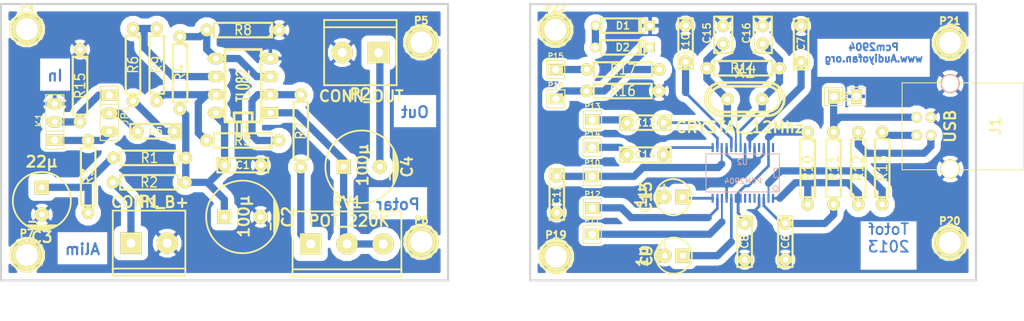
<source format=kicad_pcb>
(kicad_pcb (version 3) (host pcbnew "(2013-mar-13)-testing")

  (general
    (links 101)
    (no_connects 1)
    (area 38.059999 75.003 184.108334 121.120252)
    (thickness 1.6)
    (drawings 19)
    (tracks 198)
    (zones 0)
    (modules 61)
    (nets 44)
  )

  (page A4)
  (layers
    (15 F.Cu signal)
    (0 B.Cu signal)
    (16 B.Adhes user)
    (17 F.Adhes user)
    (18 B.Paste user)
    (19 F.Paste user)
    (20 B.SilkS user)
    (21 F.SilkS user)
    (22 B.Mask user)
    (23 F.Mask user)
    (24 Dwgs.User user)
    (25 Cmts.User user)
    (26 Eco1.User user)
    (27 Eco2.User user)
    (28 Edge.Cuts user)
  )

  (setup
    (last_trace_width 0.254)
    (user_trace_width 0.381)
    (user_trace_width 0.4064)
    (user_trace_width 0.508)
    (user_trace_width 0.889)
    (user_trace_width 1.016)
    (trace_clearance 0.254)
    (zone_clearance 0.889)
    (zone_45_only no)
    (trace_min 0.254)
    (segment_width 0.2)
    (edge_width 0.3)
    (via_size 0.889)
    (via_drill 0.635)
    (via_min_size 0.889)
    (via_min_drill 0.508)
    (uvia_size 0.508)
    (uvia_drill 0.127)
    (uvias_allowed no)
    (uvia_min_size 0.508)
    (uvia_min_drill 0.127)
    (pcb_text_width 0.3)
    (pcb_text_size 1 1)
    (mod_edge_width 0.15)
    (mod_text_size 1 1)
    (mod_text_width 0.15)
    (pad_size 1.524 2.286)
    (pad_drill 1.016)
    (pad_to_mask_clearance 0)
    (aux_axis_origin 0 0)
    (visible_elements FFFDFFFF)
    (pcbplotparams
      (layerselection 271613953)
      (usegerberextensions false)
      (excludeedgelayer true)
      (linewidth 0.150000)
      (plotframeref false)
      (viasonmask false)
      (mode 1)
      (useauxorigin false)
      (hpglpennumber 1)
      (hpglpenspeed 20)
      (hpglpendiameter 15)
      (hpglpenoverlay 2)
      (psnegative false)
      (psa4output false)
      (plotreference false)
      (plotvalue true)
      (plotothertext true)
      (plotinvisibletext true)
      (padsonsilk false)
      (subtractmaskfromsilk false)
      (outputformat 2)
      (mirror false)
      (drillshape 2)
      (scaleselection 1)
      (outputdirectory ""))
  )

  (net 0 "")
  (net 1 +5V)
  (net 2 GND)
  (net 3 N-000001)
  (net 4 N-0000010)
  (net 5 N-0000011)
  (net 6 N-0000012)
  (net 7 N-0000013)
  (net 8 N-0000014)
  (net 9 N-0000015)
  (net 10 N-0000016)
  (net 11 N-0000017)
  (net 12 N-0000018)
  (net 13 N-0000019)
  (net 14 N-000002)
  (net 15 N-0000020)
  (net 16 N-0000021)
  (net 17 N-0000022)
  (net 18 N-0000023)
  (net 19 N-0000024)
  (net 20 N-0000025)
  (net 21 N-0000026)
  (net 22 N-0000027)
  (net 23 N-0000028)
  (net 24 N-0000029)
  (net 25 N-000003)
  (net 26 N-0000031)
  (net 27 N-0000032)
  (net 28 N-0000033)
  (net 29 N-0000034)
  (net 30 N-0000035)
  (net 31 N-0000036)
  (net 32 N-0000037)
  (net 33 N-0000038)
  (net 34 N-0000039)
  (net 35 N-000004)
  (net 36 N-0000040)
  (net 37 N-0000042)
  (net 38 N-0000043)
  (net 39 N-000005)
  (net 40 N-000006)
  (net 41 N-000007)
  (net 42 N-000008)
  (net 43 N-000009)

  (net_class Default "Ceci est la Netclass par défaut"
    (clearance 0.254)
    (trace_width 0.254)
    (via_dia 0.889)
    (via_drill 0.635)
    (uvia_dia 0.508)
    (uvia_drill 0.127)
    (add_net "")
    (add_net +5V)
    (add_net GND)
    (add_net N-000001)
    (add_net N-0000010)
    (add_net N-0000011)
    (add_net N-0000012)
    (add_net N-0000013)
    (add_net N-0000014)
    (add_net N-0000015)
    (add_net N-0000016)
    (add_net N-0000017)
    (add_net N-0000018)
    (add_net N-0000019)
    (add_net N-000002)
    (add_net N-0000020)
    (add_net N-0000021)
    (add_net N-0000022)
    (add_net N-0000023)
    (add_net N-0000024)
    (add_net N-0000025)
    (add_net N-0000026)
    (add_net N-0000027)
    (add_net N-0000028)
    (add_net N-0000029)
    (add_net N-000003)
    (add_net N-0000031)
    (add_net N-0000032)
    (add_net N-0000033)
    (add_net N-0000034)
    (add_net N-0000035)
    (add_net N-0000036)
    (add_net N-0000037)
    (add_net N-0000038)
    (add_net N-0000039)
    (add_net N-000004)
    (add_net N-0000040)
    (add_net N-0000042)
    (add_net N-0000043)
    (add_net N-000005)
    (add_net N-000006)
    (add_net N-000007)
    (add_net N-000008)
    (add_net N-000009)
  )

  (module SSOP28 (layer B.Cu) (tedit 51CB328B) (tstamp 51B63F70)
    (at 142.15 99.11 180)
    (descr "SSOP 28 pins")
    (tags "CMS SSOP SMD")
    (path /51B62FEC)
    (attr smd)
    (fp_text reference U2 (at 0.127 1.524 180) (layer B.SilkS)
      (effects (font (size 0.762 0.762) (thickness 0.127)) (justify mirror))
    )
    (fp_text value PCM2904 (at 0 -1.143 180) (layer B.SilkS)
      (effects (font (size 0.762 0.762) (thickness 0.127)) (justify mirror))
    )
    (fp_circle (center -4.572 -2.159) (end -4.826 -1.905) (layer B.SilkS) (width 0.127))
    (fp_line (start -5.08 0.635) (end -4.318 0.635) (layer B.SilkS) (width 0.127))
    (fp_line (start -4.318 0.635) (end -4.318 -0.635) (layer B.SilkS) (width 0.127))
    (fp_line (start -4.318 -0.635) (end -5.08 -0.635) (layer B.SilkS) (width 0.127))
    (fp_line (start 5.207 -2.667) (end -5.08 -2.667) (layer B.SilkS) (width 0.127))
    (fp_line (start -5.08 2.667) (end 5.207 2.667) (layer B.SilkS) (width 0.127))
    (fp_line (start -5.08 2.667) (end -5.08 -2.667) (layer B.SilkS) (width 0.127))
    (fp_line (start 5.207 2.667) (end 5.207 -2.667) (layer B.SilkS) (width 0.127))
    (pad 1 smd rect (at -4.191 -3.556 180) (size 0.3048 1.27)
      (layers B.Cu B.Paste B.Mask)
      (net 5 N-0000011)
    )
    (pad 2 smd rect (at -3.556 -3.556 180) (size 0.3048 1.27)
      (layers B.Cu B.Paste B.Mask)
      (net 34 N-0000039)
    )
    (pad 3 smd rect (at -2.8956 -3.556 180) (size 0.3048 1.27)
      (layers B.Cu B.Paste B.Mask)
      (net 6 N-0000012)
    )
    (pad 4 smd rect (at -2.2352 -3.556 180) (size 0.3048 1.27)
      (layers B.Cu B.Paste B.Mask)
      (net 2 GND)
    )
    (pad 5 smd rect (at -1.6002 -3.556 180) (size 0.3048 1.27)
      (layers B.Cu B.Paste B.Mask)
      (net 12 N-0000018)
    )
    (pad 6 smd rect (at -0.9398 -3.556 180) (size 0.3048 1.27)
      (layers B.Cu B.Paste B.Mask)
      (net 11 N-0000017)
    )
    (pad 7 smd rect (at -0.2794 -3.556 180) (size 0.3048 1.27)
      (layers B.Cu B.Paste B.Mask)
      (net 10 N-0000016)
    )
    (pad 8 smd rect (at 0.3556 -3.556 180) (size 0.3048 1.27)
      (layers B.Cu B.Paste B.Mask)
      (net 13 N-0000019)
    )
    (pad 9 smd rect (at 1.016 -3.556 180) (size 0.3048 1.27)
      (layers B.Cu B.Paste B.Mask)
      (net 13 N-0000019)
    )
    (pad 10 smd rect (at 1.651 -3.556 180) (size 0.3048 1.27)
      (layers B.Cu B.Paste B.Mask)
      (net 8 N-0000014)
    )
    (pad 11 smd rect (at 2.3114 -3.556 180) (size 0.3048 1.27)
      (layers B.Cu B.Paste B.Mask)
      (net 2 GND)
    )
    (pad 12 smd rect (at 2.9718 -3.556 180) (size 0.3048 1.27)
      (layers B.Cu B.Paste B.Mask)
      (net 42 N-000008)
    )
    (pad 13 smd rect (at 3.6068 -3.556 180) (size 0.3048 1.27)
      (layers B.Cu B.Paste B.Mask)
      (net 41 N-000007)
    )
    (pad 14 smd rect (at 4.2672 -3.556 180) (size 0.3048 1.27)
      (layers B.Cu B.Paste B.Mask)
      (net 7 N-0000013)
    )
    (pad 15 smd rect (at 4.2672 3.556 180) (size 0.3048 1.27)
      (layers B.Cu B.Paste B.Mask)
      (net 25 N-000003)
    )
    (pad 16 smd rect (at 3.6068 3.556 180) (size 0.3048 1.27)
      (layers B.Cu B.Paste B.Mask)
      (net 35 N-000004)
    )
    (pad 17 smd rect (at 2.9972 3.556 180) (size 0.3048 1.27)
      (layers B.Cu B.Paste B.Mask)
      (net 4 N-0000010)
    )
    (pad 18 smd rect (at 2.3114 3.556 180) (size 0.3048 1.27)
      (layers B.Cu B.Paste B.Mask)
      (net 2 GND)
    )
    (pad 19 smd rect (at 1.651 3.556 180) (size 0.3048 1.27)
      (layers B.Cu B.Paste B.Mask)
      (net 14 N-000002)
    )
    (pad 20 smd rect (at 1.016 3.556 180) (size 0.3048 1.27)
      (layers B.Cu B.Paste B.Mask)
      (net 22 N-0000027)
    )
    (pad 21 smd rect (at 0.3556 3.556 180) (size 0.3048 1.27)
      (layers B.Cu B.Paste B.Mask)
      (net 23 N-0000028)
    )
    (pad 22 smd rect (at -0.2794 3.556 180) (size 0.3048 1.27)
      (layers B.Cu B.Paste B.Mask)
      (net 2 GND)
    )
    (pad 23 smd rect (at -0.9398 3.556 180) (size 0.3048 1.27)
      (layers B.Cu B.Paste B.Mask)
      (net 40 N-000006)
    )
    (pad 24 smd rect (at -1.6002 3.556 180) (size 0.3048 1.27)
      (layers B.Cu B.Paste B.Mask)
      (net 2 GND)
    )
    (pad 25 smd rect (at -2.2352 3.556 180) (size 0.3048 1.27)
      (layers B.Cu B.Paste B.Mask)
      (net 9 N-0000015)
    )
    (pad 26 smd rect (at -2.8956 3.556 180) (size 0.3048 1.27)
      (layers B.Cu B.Paste B.Mask)
      (net 2 GND)
    )
    (pad 27 smd rect (at -3.556 3.556 180) (size 0.3048 1.27)
      (layers B.Cu B.Paste B.Mask)
      (net 13 N-0000019)
    )
    (pad 28 smd rect (at -4.191 3.556 180) (size 0.3048 1.27)
      (layers B.Cu B.Paste B.Mask)
      (net 24 N-0000029)
    )
    (model smd/cms_soj28.wrl
      (at (xyz 0 0 0))
      (scale (xyz 0.256 0.5 0.25))
      (rotate (xyz 0 0 0))
    )
  )

  (module C2 (layer F.Cu) (tedit 51B496D4) (tstamp 51B4245C)
    (at 72.06 98.02)
    (descr "Condensateur = 2 pas")
    (tags C)
    (path /51B421BD)
    (fp_text reference C1 (at 0 0) (layer F.SilkS)
      (effects (font (size 1.016 1.016) (thickness 0.2032)))
    )
    (fp_text value 100n (at 0 0) (layer F.SilkS) hide
      (effects (font (size 1.016 1.016) (thickness 0.2032)))
    )
    (fp_line (start -3.556 -1.016) (end 3.556 -1.016) (layer F.SilkS) (width 0.3048))
    (fp_line (start 3.556 -1.016) (end 3.556 1.016) (layer F.SilkS) (width 0.3048))
    (fp_line (start 3.556 1.016) (end -3.556 1.016) (layer F.SilkS) (width 0.3048))
    (fp_line (start -3.556 1.016) (end -3.556 -1.016) (layer F.SilkS) (width 0.3048))
    (fp_line (start -3.556 -0.508) (end -3.048 -1.016) (layer F.SilkS) (width 0.3048))
    (pad 1 thru_hole circle (at -2.54 0) (size 1.778 1.778) (drill 0.8128)
      (layers *.Cu *.Mask F.SilkS)
      (net 37 N-0000042)
    )
    (pad 2 thru_hole circle (at 2.54 0) (size 1.778 1.778) (drill 0.8128)
      (layers *.Cu *.Mask F.SilkS)
      (net 2 GND)
    )
    (model discret/capa_2pas_5x5mm.wrl
      (at (xyz 0 0 0))
      (scale (xyz 1 1 1))
      (rotate (xyz 0 0 0))
    )
  )

  (module CP_10x16mm (layer F.Cu) (tedit 51EFC3E9) (tstamp 51B4246D)
    (at 72.03 105.28 270)
    (descr "Capacitor, pol, cyl 10x16mm")
    (path /51B3B12D)
    (fp_text reference C2 (at 0 -6.35 270) (layer F.SilkS)
      (effects (font (thickness 0.3048)))
    )
    (fp_text value 100µ (at -0.1 -0.18 270) (layer F.SilkS)
      (effects (font (thickness 0.3048)))
    )
    (fp_line (start -2.413 -4.445) (end 2.413 -4.445) (layer F.SilkS) (width 0.254))
    (fp_line (start 1.143 -4.826) (end -1.143 -4.826) (layer F.SilkS) (width 0.254))
    (fp_circle (center 0 0) (end 5.08 0.381) (layer F.SilkS) (width 0.254))
    (fp_line (start 2.032 -4.445) (end -2.032 -4.445) (layer F.SilkS) (width 0.254))
    (fp_line (start -2.032 -4.445) (end -1.651 -4.572) (layer F.SilkS) (width 0.254))
    (fp_line (start -1.651 -4.572) (end 1.651 -4.572) (layer F.SilkS) (width 0.254))
    (fp_line (start 1.651 -4.572) (end 2.032 -4.445) (layer F.SilkS) (width 0.254))
    (fp_line (start 0.889 -3.937) (end 1.778 -3.937) (layer F.SilkS) (width 0.254))
    (fp_line (start 1.016 -4.953) (end -1.016 -4.953) (layer F.SilkS) (width 0.254))
    (fp_line (start -1.016 -4.826) (end 1.016 -4.826) (layer F.SilkS) (width 0.254))
    (fp_line (start -1.524 -4.699) (end 1.524 -4.699) (layer F.SilkS) (width 0.254))
    (pad 1 thru_hole rect (at 0 2.54 270) (size 1.99898 1.99898) (drill 0.8001)
      (layers *.Cu *.Mask F.SilkS)
      (net 37 N-0000042)
    )
    (pad 2 thru_hole circle (at 0 -2.54 270) (size 1.99898 1.99898) (drill 0.8001)
      (layers *.Cu *.Mask F.SilkS)
      (net 2 GND)
    )
    (model ../3D_downloaded/walter/capacitors/cp_10x16mm.wrl
      (at (xyz 0 0 0))
      (scale (xyz 1 1 1))
      (rotate (xyz 0 0 0))
    )
  )

  (module CP_8x13mm (layer F.Cu) (tedit 51EFC3F6) (tstamp 51B4247C)
    (at 43.92 103.04 180)
    (descr "Capacitor, pol, cyl 8x13mm")
    (path /51B3B11B)
    (fp_text reference C3 (at 0 -5.08 180) (layer F.SilkS)
      (effects (font (thickness 0.3048)))
    )
    (fp_text value 22µ (at -0.01 5.5 180) (layer F.SilkS)
      (effects (font (thickness 0.3048)))
    )
    (fp_line (start 2.032 -3.429) (end -2.032 -3.429) (layer F.SilkS) (width 0.254))
    (fp_line (start -2.032 -3.429) (end -1.651 -3.556) (layer F.SilkS) (width 0.254))
    (fp_line (start -1.651 -3.556) (end 1.651 -3.556) (layer F.SilkS) (width 0.254))
    (fp_line (start 1.651 -3.556) (end 2.032 -3.429) (layer F.SilkS) (width 0.254))
    (fp_circle (center 0 0) (end -4.064 0.127) (layer F.SilkS) (width 0.254))
    (fp_line (start 0.889 -2.921) (end 1.778 -2.921) (layer F.SilkS) (width 0.254))
    (fp_line (start 1.016 -3.937) (end -1.016 -3.937) (layer F.SilkS) (width 0.254))
    (fp_line (start -1.016 -3.81) (end 1.016 -3.81) (layer F.SilkS) (width 0.254))
    (fp_line (start -1.524 -3.683) (end 1.524 -3.683) (layer F.SilkS) (width 0.254))
    (pad 1 thru_hole rect (at 0 1.905 180) (size 1.99898 1.99898) (drill 0.8001)
      (layers *.Cu *.Mask F.SilkS)
      (net 28 N-0000033)
    )
    (pad 2 thru_hole circle (at 0 -1.905 180) (size 1.99898 1.99898) (drill 0.8001)
      (layers *.Cu *.Mask F.SilkS)
      (net 2 GND)
    )
    (model ../3D_downloaded/walter/capacitors/cp_8x13mm.wrl
      (at (xyz 0 0 0))
      (scale (xyz 1 1 1))
      (rotate (xyz 0 0 0))
    )
  )

  (module CP_10x16mm (layer F.Cu) (tedit 51EFC3E0) (tstamp 51B4248D)
    (at 88.73 98.25 270)
    (descr "Capacitor, pol, cyl 10x16mm")
    (path /51B3B138)
    (fp_text reference C4 (at 0 -6.35 270) (layer F.SilkS)
      (effects (font (thickness 0.3048)))
    )
    (fp_text value 100µ (at -0.29 -0.12 270) (layer F.SilkS)
      (effects (font (thickness 0.3048)))
    )
    (fp_line (start -2.413 -4.445) (end 2.413 -4.445) (layer F.SilkS) (width 0.254))
    (fp_line (start 1.143 -4.826) (end -1.143 -4.826) (layer F.SilkS) (width 0.254))
    (fp_circle (center 0 0) (end 5.08 0.381) (layer F.SilkS) (width 0.254))
    (fp_line (start 2.032 -4.445) (end -2.032 -4.445) (layer F.SilkS) (width 0.254))
    (fp_line (start -2.032 -4.445) (end -1.651 -4.572) (layer F.SilkS) (width 0.254))
    (fp_line (start -1.651 -4.572) (end 1.651 -4.572) (layer F.SilkS) (width 0.254))
    (fp_line (start 1.651 -4.572) (end 2.032 -4.445) (layer F.SilkS) (width 0.254))
    (fp_line (start 0.889 -3.937) (end 1.778 -3.937) (layer F.SilkS) (width 0.254))
    (fp_line (start 1.016 -4.953) (end -1.016 -4.953) (layer F.SilkS) (width 0.254))
    (fp_line (start -1.016 -4.826) (end 1.016 -4.826) (layer F.SilkS) (width 0.254))
    (fp_line (start -1.524 -4.699) (end 1.524 -4.699) (layer F.SilkS) (width 0.254))
    (pad 1 thru_hole rect (at 0 2.54 270) (size 1.99898 1.99898) (drill 0.8001)
      (layers *.Cu *.Mask F.SilkS)
      (net 38 N-0000043)
    )
    (pad 2 thru_hole circle (at 0 -2.54 270) (size 1.99898 1.99898) (drill 0.8001)
      (layers *.Cu *.Mask F.SilkS)
      (net 26 N-0000031)
    )
    (model ../3D_downloaded/walter/capacitors/cp_10x16mm.wrl
      (at (xyz 0 0 0))
      (scale (xyz 1 1 1))
      (rotate (xyz 0 0 0))
    )
  )

  (module C2 (layer F.Cu) (tedit 51B496C9) (tstamp 51B42498)
    (at 59.86 93.27 180)
    (descr "Condensateur = 2 pas")
    (tags C)
    (path /51B3B040)
    (fp_text reference C5 (at 0 0 180) (layer F.SilkS)
      (effects (font (size 1.016 1.016) (thickness 0.2032)))
    )
    (fp_text value 1µ (at 0 0 180) (layer F.SilkS) hide
      (effects (font (size 1.016 1.016) (thickness 0.2032)))
    )
    (fp_line (start -3.556 -1.016) (end 3.556 -1.016) (layer F.SilkS) (width 0.3048))
    (fp_line (start 3.556 -1.016) (end 3.556 1.016) (layer F.SilkS) (width 0.3048))
    (fp_line (start 3.556 1.016) (end -3.556 1.016) (layer F.SilkS) (width 0.3048))
    (fp_line (start -3.556 1.016) (end -3.556 -1.016) (layer F.SilkS) (width 0.3048))
    (fp_line (start -3.556 -0.508) (end -3.048 -1.016) (layer F.SilkS) (width 0.3048))
    (pad 1 thru_hole circle (at -2.54 0 180) (size 1.778 1.778) (drill 0.8128)
      (layers *.Cu *.Mask F.SilkS)
      (net 29 N-0000034)
    )
    (pad 2 thru_hole circle (at 2.54 0 180) (size 1.778 1.778) (drill 0.8128)
      (layers *.Cu *.Mask F.SilkS)
      (net 17 N-0000022)
    )
    (model discret/capa_2pas_5x5mm.wrl
      (at (xyz 0 0 0))
      (scale (xyz 1 1 1))
      (rotate (xyz 0 0 0))
    )
  )

  (module mors_2p (layer F.Cu) (tedit 51EE38FA) (tstamp 51B424A7)
    (at 58.94 108.97)
    (descr "Terminal block 2 pins")
    (tags DEV)
    (path /51B3B1B4)
    (fp_text reference P1 (at 0 -5.842) (layer F.SilkS)
      (effects (font (thickness 0.3048)))
    )
    (fp_text value CONN_B+ (at 0.13 -5.76) (layer F.SilkS)
      (effects (font (thickness 0.3048)))
    )
    (fp_line (start 5.08 -3.81) (end 5.08 -4.572) (layer F.SilkS) (width 0.254))
    (fp_line (start 5.08 -4.572) (end -5.08 -4.572) (layer F.SilkS) (width 0.254))
    (fp_line (start -5.08 -4.572) (end -5.08 -3.81) (layer F.SilkS) (width 0.254))
    (fp_line (start 5.08 4.572) (end -5.08 4.572) (layer F.SilkS) (width 0.254))
    (fp_line (start -5.08 4.572) (end -5.08 3.556) (layer F.SilkS) (width 0.254))
    (fp_line (start -5.08 3.556) (end 5.08 3.556) (layer F.SilkS) (width 0.254))
    (fp_line (start 5.08 3.556) (end 5.08 4.572) (layer F.SilkS) (width 0.254))
    (fp_line (start 5.08 3.81) (end 5.08 -3.81) (layer F.SilkS) (width 0.254))
    (fp_line (start -5.08 -3.81) (end -5.08 3.81) (layer F.SilkS) (width 0.254))
    (pad 1 thru_hole rect (at -2.54 0) (size 2.99974 2.99974) (drill 1.24968)
      (layers *.Cu *.Mask F.SilkS)
      (net 1 +5V)
    )
    (pad 2 thru_hole circle (at 2.54 0) (size 2.99974 2.99974) (drill 1.24968)
      (layers *.Cu *.Mask F.SilkS)
      (net 2 GND)
    )
    (model ../3D_downloaded/walter/conn_screw/mors_2p.wrl
      (at (xyz 0 0 0))
      (scale (xyz 1 1 1))
      (rotate (xyz 0 0 180))
    )
  )

  (module mors_2p (layer F.Cu) (tedit 51EE38EF) (tstamp 51B424B6)
    (at 88.54 82.23 180)
    (descr "Terminal block 2 pins")
    (tags DEV)
    (path /51B3B1BA)
    (fp_text reference P2 (at 0 -5.842 180) (layer F.SilkS)
      (effects (font (thickness 0.3048)))
    )
    (fp_text value CONN_OUT (at -0.12 -6.12 180) (layer F.SilkS)
      (effects (font (thickness 0.3048)))
    )
    (fp_line (start 5.08 -3.81) (end 5.08 -4.572) (layer F.SilkS) (width 0.254))
    (fp_line (start 5.08 -4.572) (end -5.08 -4.572) (layer F.SilkS) (width 0.254))
    (fp_line (start -5.08 -4.572) (end -5.08 -3.81) (layer F.SilkS) (width 0.254))
    (fp_line (start 5.08 4.572) (end -5.08 4.572) (layer F.SilkS) (width 0.254))
    (fp_line (start -5.08 4.572) (end -5.08 3.556) (layer F.SilkS) (width 0.254))
    (fp_line (start -5.08 3.556) (end 5.08 3.556) (layer F.SilkS) (width 0.254))
    (fp_line (start 5.08 3.556) (end 5.08 4.572) (layer F.SilkS) (width 0.254))
    (fp_line (start 5.08 3.81) (end 5.08 -3.81) (layer F.SilkS) (width 0.254))
    (fp_line (start -5.08 -3.81) (end -5.08 3.81) (layer F.SilkS) (width 0.254))
    (pad 1 thru_hole rect (at -2.54 0 180) (size 2.99974 2.99974) (drill 1.24968)
      (layers *.Cu *.Mask F.SilkS)
      (net 26 N-0000031)
    )
    (pad 2 thru_hole circle (at 2.54 0 180) (size 2.99974 2.99974) (drill 1.24968)
      (layers *.Cu *.Mask F.SilkS)
      (net 2 GND)
    )
    (model ../3D_downloaded/walter/conn_screw/mors_2p.wrl
      (at (xyz 0 0 0))
      (scale (xyz 1 1 1))
      (rotate (xyz 0 0 180))
    )
  )

  (module 1pin (layer F.Cu) (tedit 51EFC315) (tstamp 51B424CB)
    (at 41.82 78.94)
    (descr "module 1 pin (ou trou mecanique de percage)")
    (tags DEV)
    (path /51B3B8A1)
    (fp_text reference P4 (at 0 -3.048) (layer F.SilkS)
      (effects (font (size 1.016 1.016) (thickness 0.254)))
    )
    (fp_text value F (at -0.02 3.85) (layer F.SilkS) hide
      (effects (font (size 1.016 1.016) (thickness 0.254)))
    )
    (fp_circle (center 0 0) (end 0 -2.286) (layer F.SilkS) (width 0.381))
    (pad 1 thru_hole circle (at 0 0) (size 4.064 4.064) (drill 3.048)
      (layers *.Cu *.Mask F.SilkS)
      (net 2 GND)
    )
  )

  (module 1pin (layer F.Cu) (tedit 51EFC2F3) (tstamp 51B424D1)
    (at 97.06 80.79)
    (descr "module 1 pin (ou trou mecanique de percage)")
    (tags DEV)
    (path /51B3B8AE)
    (fp_text reference P5 (at 0 -3.048) (layer F.SilkS)
      (effects (font (size 1.016 1.016) (thickness 0.254)))
    )
    (fp_text value F (at 0.02 3.92) (layer F.SilkS) hide
      (effects (font (size 1.016 1.016) (thickness 0.254)))
    )
    (fp_circle (center 0 0) (end 0 -2.286) (layer F.SilkS) (width 0.381))
    (pad 1 thru_hole circle (at 0 0) (size 4.064 4.064) (drill 3.048)
      (layers *.Cu *.Mask F.SilkS)
      (net 2 GND)
    )
  )

  (module 1pin (layer F.Cu) (tedit 51EFC301) (tstamp 51B424D7)
    (at 97.08 108.78)
    (descr "module 1 pin (ou trou mecanique de percage)")
    (tags DEV)
    (path /51B3B8B4)
    (fp_text reference P6 (at 0 -3.048) (layer F.SilkS)
      (effects (font (size 1.016 1.016) (thickness 0.254)))
    )
    (fp_text value F (at -0.02 3.59) (layer F.SilkS) hide
      (effects (font (size 1.016 1.016) (thickness 0.254)))
    )
    (fp_circle (center 0 0) (end 0 -2.286) (layer F.SilkS) (width 0.381))
    (pad 1 thru_hole circle (at 0 0) (size 4.064 4.064) (drill 3.048)
      (layers *.Cu *.Mask F.SilkS)
      (net 2 GND)
    )
  )

  (module 1pin (layer F.Cu) (tedit 51EFC30E) (tstamp 51B424DD)
    (at 41.82 110.64)
    (descr "module 1 pin (ou trou mecanique de percage)")
    (tags DEV)
    (path /51B3B8BA)
    (fp_text reference P7 (at 0 -3.048) (layer F.SilkS)
      (effects (font (size 1.016 1.016) (thickness 0.254)))
    )
    (fp_text value F (at 3.39 0) (layer F.SilkS) hide
      (effects (font (size 1.016 1.016) (thickness 0.254)))
    )
    (fp_circle (center 0 0) (end 0 -2.286) (layer F.SilkS) (width 0.381))
    (pad 1 thru_hole circle (at 0 0) (size 4.064 4.064) (drill 3.048)
      (layers *.Cu *.Mask F.SilkS)
      (net 2 GND)
    )
  )

  (module R4-LARGE_PADS (layer F.Cu) (tedit 47E2673E) (tstamp 51B424EB)
    (at 59 97 180)
    (descr "Resitance 4 pas")
    (tags R)
    (path /51B3B0C4)
    (autoplace_cost180 10)
    (fp_text reference R1 (at 0 0 180) (layer F.SilkS)
      (effects (font (size 1.397 1.27) (thickness 0.2032)))
    )
    (fp_text value 2K2 (at 0 0 180) (layer F.SilkS) hide
      (effects (font (size 1.397 1.27) (thickness 0.2032)))
    )
    (fp_line (start -5.08 0) (end -4.064 0) (layer F.SilkS) (width 0.3048))
    (fp_line (start -4.064 0) (end -4.064 -1.016) (layer F.SilkS) (width 0.3048))
    (fp_line (start -4.064 -1.016) (end 4.064 -1.016) (layer F.SilkS) (width 0.3048))
    (fp_line (start 4.064 -1.016) (end 4.064 1.016) (layer F.SilkS) (width 0.3048))
    (fp_line (start 4.064 1.016) (end -4.064 1.016) (layer F.SilkS) (width 0.3048))
    (fp_line (start -4.064 1.016) (end -4.064 0) (layer F.SilkS) (width 0.3048))
    (fp_line (start -4.064 -0.508) (end -3.556 -1.016) (layer F.SilkS) (width 0.3048))
    (fp_line (start 5.08 0) (end 4.064 0) (layer F.SilkS) (width 0.3048))
    (pad 1 thru_hole circle (at -5.08 0 180) (size 1.778 1.778) (drill 0.8128)
      (layers *.Cu *.Mask F.SilkS)
      (net 37 N-0000042)
    )
    (pad 2 thru_hole circle (at 5.08 0 180) (size 1.778 1.778) (drill 0.8128)
      (layers *.Cu *.Mask F.SilkS)
      (net 28 N-0000033)
    )
    (model discret/resistor.wrl
      (at (xyz 0 0 0))
      (scale (xyz 0.4 0.4 0.4))
      (rotate (xyz 0 0 0))
    )
  )

  (module R4-LARGE_PADS (layer F.Cu) (tedit 47E2673E) (tstamp 51B424F9)
    (at 58.95 100.43)
    (descr "Resitance 4 pas")
    (tags R)
    (path /51B3B15B)
    (autoplace_cost180 10)
    (fp_text reference R2 (at 0 0) (layer F.SilkS)
      (effects (font (size 1.397 1.27) (thickness 0.2032)))
    )
    (fp_text value 10 (at 0 0) (layer F.SilkS) hide
      (effects (font (size 1.397 1.27) (thickness 0.2032)))
    )
    (fp_line (start -5.08 0) (end -4.064 0) (layer F.SilkS) (width 0.3048))
    (fp_line (start -4.064 0) (end -4.064 -1.016) (layer F.SilkS) (width 0.3048))
    (fp_line (start -4.064 -1.016) (end 4.064 -1.016) (layer F.SilkS) (width 0.3048))
    (fp_line (start 4.064 -1.016) (end 4.064 1.016) (layer F.SilkS) (width 0.3048))
    (fp_line (start 4.064 1.016) (end -4.064 1.016) (layer F.SilkS) (width 0.3048))
    (fp_line (start -4.064 1.016) (end -4.064 0) (layer F.SilkS) (width 0.3048))
    (fp_line (start -4.064 -0.508) (end -3.556 -1.016) (layer F.SilkS) (width 0.3048))
    (fp_line (start 5.08 0) (end 4.064 0) (layer F.SilkS) (width 0.3048))
    (pad 1 thru_hole circle (at -5.08 0) (size 1.778 1.778) (drill 0.8128)
      (layers *.Cu *.Mask F.SilkS)
      (net 1 +5V)
    )
    (pad 2 thru_hole circle (at 5.08 0) (size 1.778 1.778) (drill 0.8128)
      (layers *.Cu *.Mask F.SilkS)
      (net 37 N-0000042)
    )
    (model discret/resistor.wrl
      (at (xyz 0 0 0))
      (scale (xyz 0.4 0.4 0.4))
      (rotate (xyz 0 0 0))
    )
  )

  (module R4-LARGE_PADS (layer F.Cu) (tedit 47E2673E) (tstamp 51B42507)
    (at 50.41 99.63 90)
    (descr "Resitance 4 pas")
    (tags R)
    (path /51B3B0DE)
    (autoplace_cost180 10)
    (fp_text reference R3 (at 0 0 90) (layer F.SilkS)
      (effects (font (size 1.397 1.27) (thickness 0.2032)))
    )
    (fp_text value 2K2 (at 0 0 90) (layer F.SilkS) hide
      (effects (font (size 1.397 1.27) (thickness 0.2032)))
    )
    (fp_line (start -5.08 0) (end -4.064 0) (layer F.SilkS) (width 0.3048))
    (fp_line (start -4.064 0) (end -4.064 -1.016) (layer F.SilkS) (width 0.3048))
    (fp_line (start -4.064 -1.016) (end 4.064 -1.016) (layer F.SilkS) (width 0.3048))
    (fp_line (start 4.064 -1.016) (end 4.064 1.016) (layer F.SilkS) (width 0.3048))
    (fp_line (start 4.064 1.016) (end -4.064 1.016) (layer F.SilkS) (width 0.3048))
    (fp_line (start -4.064 1.016) (end -4.064 0) (layer F.SilkS) (width 0.3048))
    (fp_line (start -4.064 -0.508) (end -3.556 -1.016) (layer F.SilkS) (width 0.3048))
    (fp_line (start 5.08 0) (end 4.064 0) (layer F.SilkS) (width 0.3048))
    (pad 1 thru_hole circle (at -5.08 0 90) (size 1.778 1.778) (drill 0.8128)
      (layers *.Cu *.Mask F.SilkS)
      (net 28 N-0000033)
    )
    (pad 2 thru_hole circle (at 5.08 0 90) (size 1.778 1.778) (drill 0.8128)
      (layers *.Cu *.Mask F.SilkS)
      (net 16 N-0000021)
    )
    (model discret/resistor.wrl
      (at (xyz 0 0 0))
      (scale (xyz 0.4 0.4 0.4))
      (rotate (xyz 0 0 0))
    )
  )

  (module R4-LARGE_PADS (layer F.Cu) (tedit 47E2673E) (tstamp 51B496B3)
    (at 63.28 85.08 270)
    (descr "Resitance 4 pas")
    (tags R)
    (path /51B3B006)
    (autoplace_cost180 10)
    (fp_text reference R4 (at 0 0 270) (layer F.SilkS)
      (effects (font (size 1.397 1.27) (thickness 0.2032)))
    )
    (fp_text value 10K (at 0 0 270) (layer F.SilkS) hide
      (effects (font (size 1.397 1.27) (thickness 0.2032)))
    )
    (fp_line (start -5.08 0) (end -4.064 0) (layer F.SilkS) (width 0.3048))
    (fp_line (start -4.064 0) (end -4.064 -1.016) (layer F.SilkS) (width 0.3048))
    (fp_line (start -4.064 -1.016) (end 4.064 -1.016) (layer F.SilkS) (width 0.3048))
    (fp_line (start 4.064 -1.016) (end 4.064 1.016) (layer F.SilkS) (width 0.3048))
    (fp_line (start 4.064 1.016) (end -4.064 1.016) (layer F.SilkS) (width 0.3048))
    (fp_line (start -4.064 1.016) (end -4.064 0) (layer F.SilkS) (width 0.3048))
    (fp_line (start -4.064 -0.508) (end -3.556 -1.016) (layer F.SilkS) (width 0.3048))
    (fp_line (start 5.08 0) (end 4.064 0) (layer F.SilkS) (width 0.3048))
    (pad 1 thru_hole circle (at -5.08 0 270) (size 1.778 1.778) (drill 0.8128)
      (layers *.Cu *.Mask F.SilkS)
      (net 15 N-0000020)
    )
    (pad 2 thru_hole circle (at 5.08 0 270) (size 1.778 1.778) (drill 0.8128)
      (layers *.Cu *.Mask F.SilkS)
      (net 37 N-0000042)
    )
    (model discret/resistor.wrl
      (at (xyz 0 0 0))
      (scale (xyz 0.4 0.4 0.4))
      (rotate (xyz 0 0 0))
    )
  )

  (module R4-LARGE_PADS (layer F.Cu) (tedit 47E2673E) (tstamp 51B42523)
    (at 72.06 94.56 180)
    (descr "Resitance 4 pas")
    (tags R)
    (path /51B3AF83)
    (autoplace_cost180 10)
    (fp_text reference R5 (at 0 0 180) (layer F.SilkS)
      (effects (font (size 1.397 1.27) (thickness 0.2032)))
    )
    (fp_text value 10K (at 0 0 180) (layer F.SilkS) hide
      (effects (font (size 1.397 1.27) (thickness 0.2032)))
    )
    (fp_line (start -5.08 0) (end -4.064 0) (layer F.SilkS) (width 0.3048))
    (fp_line (start -4.064 0) (end -4.064 -1.016) (layer F.SilkS) (width 0.3048))
    (fp_line (start -4.064 -1.016) (end 4.064 -1.016) (layer F.SilkS) (width 0.3048))
    (fp_line (start 4.064 -1.016) (end 4.064 1.016) (layer F.SilkS) (width 0.3048))
    (fp_line (start 4.064 1.016) (end -4.064 1.016) (layer F.SilkS) (width 0.3048))
    (fp_line (start -4.064 1.016) (end -4.064 0) (layer F.SilkS) (width 0.3048))
    (fp_line (start -4.064 -0.508) (end -3.556 -1.016) (layer F.SilkS) (width 0.3048))
    (fp_line (start 5.08 0) (end 4.064 0) (layer F.SilkS) (width 0.3048))
    (pad 1 thru_hole circle (at -5.08 0 180) (size 1.778 1.778) (drill 0.8128)
      (layers *.Cu *.Mask F.SilkS)
      (net 30 N-0000035)
    )
    (pad 2 thru_hole circle (at 5.08 0 180) (size 1.778 1.778) (drill 0.8128)
      (layers *.Cu *.Mask F.SilkS)
      (net 27 N-0000032)
    )
    (model discret/resistor.wrl
      (at (xyz 0 0 0))
      (scale (xyz 0.4 0.4 0.4))
      (rotate (xyz 0 0 0))
    )
  )

  (module R4-LARGE_PADS (layer F.Cu) (tedit 47E2673E) (tstamp 51B42531)
    (at 56.69 83.94 270)
    (descr "Resitance 4 pas")
    (tags R)
    (path /51B3AF9E)
    (autoplace_cost180 10)
    (fp_text reference R6 (at 0 0 270) (layer F.SilkS)
      (effects (font (size 1.397 1.27) (thickness 0.2032)))
    )
    (fp_text value 10K (at 0 0 270) (layer F.SilkS) hide
      (effects (font (size 1.397 1.27) (thickness 0.2032)))
    )
    (fp_line (start -5.08 0) (end -4.064 0) (layer F.SilkS) (width 0.3048))
    (fp_line (start -4.064 0) (end -4.064 -1.016) (layer F.SilkS) (width 0.3048))
    (fp_line (start -4.064 -1.016) (end 4.064 -1.016) (layer F.SilkS) (width 0.3048))
    (fp_line (start 4.064 -1.016) (end 4.064 1.016) (layer F.SilkS) (width 0.3048))
    (fp_line (start 4.064 1.016) (end -4.064 1.016) (layer F.SilkS) (width 0.3048))
    (fp_line (start -4.064 1.016) (end -4.064 0) (layer F.SilkS) (width 0.3048))
    (fp_line (start -4.064 -0.508) (end -3.556 -1.016) (layer F.SilkS) (width 0.3048))
    (fp_line (start 5.08 0) (end 4.064 0) (layer F.SilkS) (width 0.3048))
    (pad 1 thru_hole circle (at -5.08 0 270) (size 1.778 1.778) (drill 0.8128)
      (layers *.Cu *.Mask F.SilkS)
      (net 31 N-0000036)
    )
    (pad 2 thru_hole circle (at 5.08 0 270) (size 1.778 1.778) (drill 0.8128)
      (layers *.Cu *.Mask F.SilkS)
      (net 29 N-0000034)
    )
    (model discret/resistor.wrl
      (at (xyz 0 0 0))
      (scale (xyz 0.4 0.4 0.4))
      (rotate (xyz 0 0 0))
    )
  )

  (module R4-LARGE_PADS (layer F.Cu) (tedit 47E2673E) (tstamp 51B4253F)
    (at 80.19 93.22 90)
    (descr "Resitance 4 pas")
    (tags R)
    (path /51B3AFBB)
    (autoplace_cost180 10)
    (fp_text reference R7 (at 0 0 90) (layer F.SilkS)
      (effects (font (size 1.397 1.27) (thickness 0.2032)))
    )
    (fp_text value 10K (at 0 0 90) (layer F.SilkS) hide
      (effects (font (size 1.397 1.27) (thickness 0.2032)))
    )
    (fp_line (start -5.08 0) (end -4.064 0) (layer F.SilkS) (width 0.3048))
    (fp_line (start -4.064 0) (end -4.064 -1.016) (layer F.SilkS) (width 0.3048))
    (fp_line (start -4.064 -1.016) (end 4.064 -1.016) (layer F.SilkS) (width 0.3048))
    (fp_line (start 4.064 -1.016) (end 4.064 1.016) (layer F.SilkS) (width 0.3048))
    (fp_line (start 4.064 1.016) (end -4.064 1.016) (layer F.SilkS) (width 0.3048))
    (fp_line (start -4.064 1.016) (end -4.064 0) (layer F.SilkS) (width 0.3048))
    (fp_line (start -4.064 -0.508) (end -3.556 -1.016) (layer F.SilkS) (width 0.3048))
    (fp_line (start 5.08 0) (end 4.064 0) (layer F.SilkS) (width 0.3048))
    (pad 1 thru_hole circle (at -5.08 0 90) (size 1.778 1.778) (drill 0.8128)
      (layers *.Cu *.Mask F.SilkS)
      (net 36 N-0000040)
    )
    (pad 2 thru_hole circle (at 5.08 0 90) (size 1.778 1.778) (drill 0.8128)
      (layers *.Cu *.Mask F.SilkS)
      (net 30 N-0000035)
    )
    (model discret/resistor.wrl
      (at (xyz 0 0 0))
      (scale (xyz 0.4 0.4 0.4))
      (rotate (xyz 0 0 0))
    )
  )

  (module R4-LARGE_PADS (layer F.Cu) (tedit 47E2673E) (tstamp 51B4254D)
    (at 72.1 79.07 180)
    (descr "Resitance 4 pas")
    (tags R)
    (path /51B3B012)
    (autoplace_cost180 10)
    (fp_text reference R8 (at 0 0 180) (layer F.SilkS)
      (effects (font (size 1.397 1.27) (thickness 0.2032)))
    )
    (fp_text value 10K (at 0 0 180) (layer F.SilkS) hide
      (effects (font (size 1.397 1.27) (thickness 0.2032)))
    )
    (fp_line (start -5.08 0) (end -4.064 0) (layer F.SilkS) (width 0.3048))
    (fp_line (start -4.064 0) (end -4.064 -1.016) (layer F.SilkS) (width 0.3048))
    (fp_line (start -4.064 -1.016) (end 4.064 -1.016) (layer F.SilkS) (width 0.3048))
    (fp_line (start 4.064 -1.016) (end 4.064 1.016) (layer F.SilkS) (width 0.3048))
    (fp_line (start 4.064 1.016) (end -4.064 1.016) (layer F.SilkS) (width 0.3048))
    (fp_line (start -4.064 1.016) (end -4.064 0) (layer F.SilkS) (width 0.3048))
    (fp_line (start -4.064 -0.508) (end -3.556 -1.016) (layer F.SilkS) (width 0.3048))
    (fp_line (start 5.08 0) (end 4.064 0) (layer F.SilkS) (width 0.3048))
    (pad 1 thru_hole circle (at -5.08 0 180) (size 1.778 1.778) (drill 0.8128)
      (layers *.Cu *.Mask F.SilkS)
      (net 2 GND)
    )
    (pad 2 thru_hole circle (at 5.08 0 180) (size 1.778 1.778) (drill 0.8128)
      (layers *.Cu *.Mask F.SilkS)
      (net 15 N-0000020)
    )
    (model discret/resistor.wrl
      (at (xyz 0 0 0))
      (scale (xyz 0.4 0.4 0.4))
      (rotate (xyz 0 0 0))
    )
  )

  (module R4-LARGE_PADS (layer F.Cu) (tedit 51CC1AA8) (tstamp 51B4255B)
    (at 60.01 83.93 90)
    (descr "Resitance 4 pas")
    (tags R)
    (path /51B3AFF0)
    (autoplace_cost180 10)
    (fp_text reference R9 (at 0 0 90) (layer F.SilkS)
      (effects (font (size 1.397 1.27) (thickness 0.2032)))
    )
    (fp_text value 100K (at 0 0 90) (layer F.SilkS) hide
      (effects (font (size 1.397 1.27) (thickness 0.2032)))
    )
    (fp_line (start -5.08 0) (end -4.064 0) (layer F.SilkS) (width 0.3048))
    (fp_line (start -4.064 0) (end -4.064 -1.016) (layer F.SilkS) (width 0.3048))
    (fp_line (start -4.064 -1.016) (end 4.064 -1.016) (layer F.SilkS) (width 0.3048))
    (fp_line (start 4.064 -1.016) (end 4.064 1.016) (layer F.SilkS) (width 0.3048))
    (fp_line (start 4.064 1.016) (end -4.064 1.016) (layer F.SilkS) (width 0.3048))
    (fp_line (start -4.064 1.016) (end -4.064 0) (layer F.SilkS) (width 0.3048))
    (fp_line (start -4.064 -0.508) (end -3.556 -1.016) (layer F.SilkS) (width 0.3048))
    (fp_line (start 5.08 0) (end 4.064 0) (layer F.SilkS) (width 0.3048))
    (pad 1 thru_hole circle (at -5.08 0 90) (size 1.778 1.778) (drill 0.8128)
      (layers *.Cu *.Mask F.SilkS)
      (net 27 N-0000032)
    )
    (pad 2 thru_hole circle (at 5.08 0 90) (size 1.778 1.778) (drill 0.8128)
      (layers *.Cu *.Mask F.SilkS)
      (net 31 N-0000036)
    )
    (model discret/resistor.wrl
      (at (xyz 0 0 0))
      (scale (xyz 0.4 0.4 0.4))
      (rotate (xyz 0 0 0))
    )
  )

  (module mors_3p (layer F.Cu) (tedit 51EE37EA) (tstamp 51B4256B)
    (at 86.66 109.08)
    (descr "Terminal block 3 pins")
    (tags DEV)
    (path /51B3BA87)
    (fp_text reference RV1 (at 0 -5.842) (layer F.SilkS)
      (effects (font (thickness 0.3048)))
    )
    (fp_text value POT_220K (at 0.29 -3.24) (layer F.SilkS)
      (effects (font (thickness 0.3048)))
    )
    (fp_line (start -7.62 4.572) (end -7.62 3.556) (layer F.SilkS) (width 0.254))
    (fp_line (start -7.62 3.556) (end 7.62 3.556) (layer F.SilkS) (width 0.254))
    (fp_line (start 7.62 3.556) (end 7.62 4.572) (layer F.SilkS) (width 0.254))
    (fp_line (start 7.62 4.572) (end -7.62 4.572) (layer F.SilkS) (width 0.254))
    (fp_line (start -7.62 -4.572) (end -7.62 -3.81) (layer F.SilkS) (width 0.254))
    (fp_line (start -7.62 -4.572) (end 7.62 -4.572) (layer F.SilkS) (width 0.254))
    (fp_line (start 7.62 -4.572) (end 7.62 -3.81) (layer F.SilkS) (width 0.254))
    (fp_line (start -7.62 3.81) (end -7.62 -3.81) (layer F.SilkS) (width 0.254))
    (fp_line (start 7.62 3.81) (end 7.62 -3.81) (layer F.SilkS) (width 0.254))
    (pad 1 thru_hole rect (at -5.08 0) (size 2.99974 2.99974) (drill 1.24968)
      (layers *.Cu *.Mask F.SilkS)
      (net 36 N-0000040)
    )
    (pad 2 thru_hole circle (at 0 0) (size 2.99974 2.99974) (drill 1.24968)
      (layers *.Cu *.Mask F.SilkS)
      (net 38 N-0000043)
    )
    (pad 3 thru_hole circle (at 5.08 0) (size 2.99974 2.99974) (drill 1.24968)
      (layers *.Cu *.Mask F.SilkS)
      (net 38 N-0000043)
    )
    (model ../3D_downloaded/walter/conn_screw/mors_3p.wrl
      (at (xyz 0 0 0))
      (scale (xyz 1 1 1))
      (rotate (xyz 0 0 180))
    )
  )

  (module DIP-8__300_ELL (layer F.Cu) (tedit 200000) (tstamp 51B4257E)
    (at 72.12 86.87 90)
    (descr "8 pins DIL package, elliptical pads")
    (tags DIL)
    (path /51C725BD)
    (fp_text reference U1 (at -6.35 0 180) (layer F.SilkS)
      (effects (font (size 1.778 1.143) (thickness 0.3048)))
    )
    (fp_text value TL082 (at 0 0 90) (layer F.SilkS)
      (effects (font (size 1.778 1.016) (thickness 0.3048)))
    )
    (fp_line (start -5.08 -1.27) (end -3.81 -1.27) (layer F.SilkS) (width 0.381))
    (fp_line (start -3.81 -1.27) (end -3.81 1.27) (layer F.SilkS) (width 0.381))
    (fp_line (start -3.81 1.27) (end -5.08 1.27) (layer F.SilkS) (width 0.381))
    (fp_line (start -5.08 -2.54) (end 5.08 -2.54) (layer F.SilkS) (width 0.381))
    (fp_line (start 5.08 -2.54) (end 5.08 2.54) (layer F.SilkS) (width 0.381))
    (fp_line (start 5.08 2.54) (end -5.08 2.54) (layer F.SilkS) (width 0.381))
    (fp_line (start -5.08 2.54) (end -5.08 -2.54) (layer F.SilkS) (width 0.381))
    (pad 1 thru_hole rect (at -3.81 3.81 90) (size 1.5748 2.286) (drill 0.8128)
      (layers *.Cu *.Mask F.SilkS)
      (net 38 N-0000043)
    )
    (pad 2 thru_hole oval (at -1.27 3.81 90) (size 1.5748 2.286) (drill 0.8128)
      (layers *.Cu *.Mask F.SilkS)
      (net 30 N-0000035)
    )
    (pad 3 thru_hole oval (at 1.27 3.81 90) (size 1.5748 2.286) (drill 0.8128)
      (layers *.Cu *.Mask F.SilkS)
      (net 15 N-0000020)
    )
    (pad 4 thru_hole oval (at 3.81 3.81 90) (size 1.5748 2.286) (drill 0.8128)
      (layers *.Cu *.Mask F.SilkS)
      (net 2 GND)
    )
    (pad 5 thru_hole oval (at 3.81 -3.81 90) (size 1.5748 2.286) (drill 0.8128)
      (layers *.Cu *.Mask F.SilkS)
      (net 15 N-0000020)
    )
    (pad 6 thru_hole oval (at 1.27 -3.81 90) (size 1.5748 2.286) (drill 0.8128)
      (layers *.Cu *.Mask F.SilkS)
      (net 31 N-0000036)
    )
    (pad 7 thru_hole oval (at -1.27 -3.81 90) (size 1.5748 2.286) (drill 0.8128)
      (layers *.Cu *.Mask F.SilkS)
      (net 27 N-0000032)
    )
    (pad 8 thru_hole oval (at -3.81 -3.81 90) (size 1.5748 2.286) (drill 0.8128)
      (layers *.Cu *.Mask F.SilkS)
      (net 37 N-0000042)
    )
    (model dil/dil_8.wrl
      (at (xyz 0 0 0))
      (scale (xyz 1 1 1))
      (rotate (xyz 0 0 0))
    )
  )

  (module C2 (layer F.Cu) (tedit 51BDAFCB) (tstamp 51B63E21)
    (at 148.06 108.74 90)
    (descr "Condensateur = 2 pas")
    (tags C)
    (path /51B63031)
    (fp_text reference C6 (at 0 0 90) (layer F.SilkS)
      (effects (font (size 1.016 1.016) (thickness 0.2032)))
    )
    (fp_text value 1µ (at 0 0 90) (layer F.SilkS) hide
      (effects (font (size 1.016 1.016) (thickness 0.2032)))
    )
    (fp_line (start -3.556 -1.016) (end 3.556 -1.016) (layer F.SilkS) (width 0.3048))
    (fp_line (start 3.556 -1.016) (end 3.556 1.016) (layer F.SilkS) (width 0.3048))
    (fp_line (start 3.556 1.016) (end -3.556 1.016) (layer F.SilkS) (width 0.3048))
    (fp_line (start -3.556 1.016) (end -3.556 -1.016) (layer F.SilkS) (width 0.3048))
    (fp_line (start -3.556 -0.508) (end -3.048 -1.016) (layer F.SilkS) (width 0.3048))
    (pad 1 thru_hole circle (at -2.54 0 90) (size 1.778 1.778) (drill 0.8128)
      (layers *.Cu *.Mask F.SilkS)
      (net 2 GND)
    )
    (pad 2 thru_hole circle (at 2.54 0 90) (size 1.778 1.778) (drill 0.8128)
      (layers *.Cu *.Mask F.SilkS)
      (net 6 N-0000012)
    )
    (model discret/capa_2pas_5x5mm.wrl
      (at (xyz 0 0 0))
      (scale (xyz 1 1 1))
      (rotate (xyz 0 0 0))
    )
  )

  (module C2 (layer F.Cu) (tedit 51BDB015) (tstamp 51B63E2C)
    (at 150.27 81.04 270)
    (descr "Condensateur = 2 pas")
    (tags C)
    (path /51B64106)
    (fp_text reference C7 (at 0 0 270) (layer F.SilkS)
      (effects (font (size 1.016 1.016) (thickness 0.2032)))
    )
    (fp_text value 1µ (at 0 0 270) (layer F.SilkS) hide
      (effects (font (size 1.016 1.016) (thickness 0.2032)))
    )
    (fp_line (start -3.556 -1.016) (end 3.556 -1.016) (layer F.SilkS) (width 0.3048))
    (fp_line (start 3.556 -1.016) (end 3.556 1.016) (layer F.SilkS) (width 0.3048))
    (fp_line (start 3.556 1.016) (end -3.556 1.016) (layer F.SilkS) (width 0.3048))
    (fp_line (start -3.556 1.016) (end -3.556 -1.016) (layer F.SilkS) (width 0.3048))
    (fp_line (start -3.556 -0.508) (end -3.048 -1.016) (layer F.SilkS) (width 0.3048))
    (pad 1 thru_hole circle (at -2.54 0 270) (size 1.778 1.778) (drill 0.8128)
      (layers *.Cu *.Mask F.SilkS)
      (net 2 GND)
    )
    (pad 2 thru_hole circle (at 2.54 0 270) (size 1.778 1.778) (drill 0.8128)
      (layers *.Cu *.Mask F.SilkS)
      (net 40 N-000006)
    )
    (model discret/capa_2pas_5x5mm.wrl
      (at (xyz 0 0 0))
      (scale (xyz 1 1 1))
      (rotate (xyz 0 0 0))
    )
  )

  (module C2 (layer F.Cu) (tedit 51BDAFCF) (tstamp 51B63E37)
    (at 142.36 108.74 270)
    (descr "Condensateur = 2 pas")
    (tags C)
    (path /51B63722)
    (fp_text reference C8 (at 0 0 270) (layer F.SilkS)
      (effects (font (size 1.016 1.016) (thickness 0.2032)))
    )
    (fp_text value 1µ (at 0 0 270) (layer F.SilkS) hide
      (effects (font (size 1.016 1.016) (thickness 0.2032)))
    )
    (fp_line (start -3.556 -1.016) (end 3.556 -1.016) (layer F.SilkS) (width 0.3048))
    (fp_line (start 3.556 -1.016) (end 3.556 1.016) (layer F.SilkS) (width 0.3048))
    (fp_line (start 3.556 1.016) (end -3.556 1.016) (layer F.SilkS) (width 0.3048))
    (fp_line (start -3.556 1.016) (end -3.556 -1.016) (layer F.SilkS) (width 0.3048))
    (fp_line (start -3.556 -0.508) (end -3.048 -1.016) (layer F.SilkS) (width 0.3048))
    (pad 1 thru_hole circle (at -2.54 0 270) (size 1.778 1.778) (drill 0.8128)
      (layers *.Cu *.Mask F.SilkS)
      (net 13 N-0000019)
    )
    (pad 2 thru_hole circle (at 2.54 0 270) (size 1.778 1.778) (drill 0.8128)
      (layers *.Cu *.Mask F.SilkS)
      (net 2 GND)
    )
    (model discret/capa_2pas_5x5mm.wrl
      (at (xyz 0 0 0))
      (scale (xyz 1 1 1))
      (rotate (xyz 0 0 0))
    )
  )

  (module CP_5x11mm (layer F.Cu) (tedit 51EFC61B) (tstamp 51B63E43)
    (at 132.44 110.72 90)
    (descr "Capacitor, pol, cyl 5x11mm")
    (path /51B638B4)
    (fp_text reference C9 (at 0 -3.81 90) (layer F.SilkS)
      (effects (font (thickness 0.3048)))
    )
    (fp_text value 1µ (at -0.07 -4.42 90) (layer F.SilkS)
      (effects (font (thickness 0.3048)))
    )
    (fp_line (start 0.889 -1.27) (end 1.778 -1.27) (layer F.SilkS) (width 0.254))
    (fp_line (start 1.016 -2.286) (end -1.016 -2.286) (layer F.SilkS) (width 0.254))
    (fp_line (start -1.016 -2.286) (end -1.016 -2.159) (layer F.SilkS) (width 0.254))
    (fp_line (start -1.016 -2.159) (end 1.016 -2.159) (layer F.SilkS) (width 0.254))
    (fp_line (start -1.524 -2.032) (end 1.524 -2.032) (layer F.SilkS) (width 0.254))
    (fp_circle (center 0 0) (end -2.54 0) (layer F.SilkS) (width 0.254))
    (pad 1 thru_hole rect (at 0 1.27 90) (size 1.99898 1.99898) (drill 0.8001)
      (layers *.Cu *.Mask F.SilkS)
      (net 8 N-0000014)
    )
    (pad 2 thru_hole circle (at 0 -1.27 90) (size 1.99898 1.99898) (drill 0.8001)
      (layers *.Cu *.Mask F.SilkS)
      (net 2 GND)
    )
    (model ../3D_downloaded/walter/capacitors/cp_5x11mm.wrl
      (at (xyz 0 0 0))
      (scale (xyz 1 1 1))
      (rotate (xyz 0 0 0))
    )
  )

  (module C2 (layer F.Cu) (tedit 51BDAFF6) (tstamp 51B63E4E)
    (at 134.09 80.98 270)
    (descr "Condensateur = 2 pas")
    (tags C)
    (path /51B64100)
    (fp_text reference C10 (at 0 0 270) (layer F.SilkS)
      (effects (font (size 1.016 1.016) (thickness 0.2032)))
    )
    (fp_text value 1µ (at 0 0 270) (layer F.SilkS) hide
      (effects (font (size 1.016 1.016) (thickness 0.2032)))
    )
    (fp_line (start -3.556 -1.016) (end 3.556 -1.016) (layer F.SilkS) (width 0.3048))
    (fp_line (start 3.556 -1.016) (end 3.556 1.016) (layer F.SilkS) (width 0.3048))
    (fp_line (start 3.556 1.016) (end -3.556 1.016) (layer F.SilkS) (width 0.3048))
    (fp_line (start -3.556 1.016) (end -3.556 -1.016) (layer F.SilkS) (width 0.3048))
    (fp_line (start -3.556 -0.508) (end -3.048 -1.016) (layer F.SilkS) (width 0.3048))
    (pad 1 thru_hole circle (at -2.54 0 270) (size 1.778 1.778) (drill 0.8128)
      (layers *.Cu *.Mask F.SilkS)
      (net 2 GND)
    )
    (pad 2 thru_hole circle (at 2.54 0 270) (size 1.778 1.778) (drill 0.8128)
      (layers *.Cu *.Mask F.SilkS)
      (net 14 N-000002)
    )
    (model discret/capa_2pas_5x5mm.wrl
      (at (xyz 0 0 0))
      (scale (xyz 1 1 1))
      (rotate (xyz 0 0 0))
    )
  )

  (module C2 (layer F.Cu) (tedit 51BDAFE3) (tstamp 51B63E59)
    (at 116.05 102.13 90)
    (descr "Condensateur = 2 pas")
    (tags C)
    (path /51B640FA)
    (fp_text reference C11 (at 0 0 90) (layer F.SilkS)
      (effects (font (size 1.016 1.016) (thickness 0.2032)))
    )
    (fp_text value 1µ (at 0 0 90) (layer F.SilkS) hide
      (effects (font (size 1.016 1.016) (thickness 0.2032)))
    )
    (fp_line (start -3.556 -1.016) (end 3.556 -1.016) (layer F.SilkS) (width 0.3048))
    (fp_line (start 3.556 -1.016) (end 3.556 1.016) (layer F.SilkS) (width 0.3048))
    (fp_line (start 3.556 1.016) (end -3.556 1.016) (layer F.SilkS) (width 0.3048))
    (fp_line (start -3.556 1.016) (end -3.556 -1.016) (layer F.SilkS) (width 0.3048))
    (fp_line (start -3.556 -0.508) (end -3.048 -1.016) (layer F.SilkS) (width 0.3048))
    (pad 1 thru_hole circle (at -2.54 0 90) (size 1.778 1.778) (drill 0.8128)
      (layers *.Cu *.Mask F.SilkS)
      (net 2 GND)
    )
    (pad 2 thru_hole circle (at 2.54 0 90) (size 1.778 1.778) (drill 0.8128)
      (layers *.Cu *.Mask F.SilkS)
      (net 4 N-0000010)
    )
    (model discret/capa_2pas_5x5mm.wrl
      (at (xyz 0 0 0))
      (scale (xyz 1 1 1))
      (rotate (xyz 0 0 0))
    )
  )

  (module C2 (layer F.Cu) (tedit 51BDAFF1) (tstamp 51B63E64)
    (at 128.46 92.06)
    (descr "Condensateur = 2 pas")
    (tags C)
    (path /51B63EEE)
    (fp_text reference C12 (at 0 0) (layer F.SilkS)
      (effects (font (size 1.016 1.016) (thickness 0.2032)))
    )
    (fp_text value 1µ (at 0 0) (layer F.SilkS) hide
      (effects (font (size 1.016 1.016) (thickness 0.2032)))
    )
    (fp_line (start -3.556 -1.016) (end 3.556 -1.016) (layer F.SilkS) (width 0.3048))
    (fp_line (start 3.556 -1.016) (end 3.556 1.016) (layer F.SilkS) (width 0.3048))
    (fp_line (start 3.556 1.016) (end -3.556 1.016) (layer F.SilkS) (width 0.3048))
    (fp_line (start -3.556 1.016) (end -3.556 -1.016) (layer F.SilkS) (width 0.3048))
    (fp_line (start -3.556 -0.508) (end -3.048 -1.016) (layer F.SilkS) (width 0.3048))
    (pad 1 thru_hole circle (at -2.54 0) (size 1.778 1.778) (drill 0.8128)
      (layers *.Cu *.Mask F.SilkS)
      (net 39 N-000005)
    )
    (pad 2 thru_hole circle (at 2.54 0) (size 1.778 1.778) (drill 0.8128)
      (layers *.Cu *.Mask F.SilkS)
      (net 35 N-000004)
    )
    (model discret/capa_2pas_5x5mm.wrl
      (at (xyz 0 0 0))
      (scale (xyz 1 1 1))
      (rotate (xyz 0 0 0))
    )
  )

  (module CP_5x11mm (layer F.Cu) (tedit 51EFC606) (tstamp 51B63E70)
    (at 132.36 102.51 90)
    (descr "Capacitor, pol, cyl 5x11mm")
    (path /51B638C1)
    (fp_text reference C13 (at 0 -3.81 90) (layer F.SilkS)
      (effects (font (thickness 0.3048)))
    )
    (fp_text value 1µ (at 0.06 -4.5 90) (layer F.SilkS)
      (effects (font (thickness 0.3048)))
    )
    (fp_line (start 0.889 -1.27) (end 1.778 -1.27) (layer F.SilkS) (width 0.254))
    (fp_line (start 1.016 -2.286) (end -1.016 -2.286) (layer F.SilkS) (width 0.254))
    (fp_line (start -1.016 -2.286) (end -1.016 -2.159) (layer F.SilkS) (width 0.254))
    (fp_line (start -1.016 -2.159) (end 1.016 -2.159) (layer F.SilkS) (width 0.254))
    (fp_line (start -1.524 -2.032) (end 1.524 -2.032) (layer F.SilkS) (width 0.254))
    (fp_circle (center 0 0) (end -2.54 0) (layer F.SilkS) (width 0.254))
    (pad 1 thru_hole rect (at 0 1.27 90) (size 1.99898 1.99898) (drill 0.8001)
      (layers *.Cu *.Mask F.SilkS)
      (net 7 N-0000013)
    )
    (pad 2 thru_hole circle (at 0 -1.27 90) (size 1.99898 1.99898) (drill 0.8001)
      (layers *.Cu *.Mask F.SilkS)
      (net 2 GND)
    )
    (model ../3D_downloaded/walter/capacitors/cp_5x11mm.wrl
      (at (xyz 0 0 0))
      (scale (xyz 1 1 1))
      (rotate (xyz 0 0 0))
    )
  )

  (module C2 (layer F.Cu) (tedit 51BDAFDB) (tstamp 51B63E7B)
    (at 128.44 96.55)
    (descr "Condensateur = 2 pas")
    (tags C)
    (path /51B63EF4)
    (fp_text reference C14 (at 0 0) (layer F.SilkS)
      (effects (font (size 1.016 1.016) (thickness 0.2032)))
    )
    (fp_text value 1µ (at 0 0) (layer F.SilkS) hide
      (effects (font (size 1.016 1.016) (thickness 0.2032)))
    )
    (fp_line (start -3.556 -1.016) (end 3.556 -1.016) (layer F.SilkS) (width 0.3048))
    (fp_line (start 3.556 -1.016) (end 3.556 1.016) (layer F.SilkS) (width 0.3048))
    (fp_line (start 3.556 1.016) (end -3.556 1.016) (layer F.SilkS) (width 0.3048))
    (fp_line (start -3.556 1.016) (end -3.556 -1.016) (layer F.SilkS) (width 0.3048))
    (fp_line (start -3.556 -0.508) (end -3.048 -1.016) (layer F.SilkS) (width 0.3048))
    (pad 1 thru_hole circle (at -2.54 0) (size 1.778 1.778) (drill 0.8128)
      (layers *.Cu *.Mask F.SilkS)
      (net 3 N-000001)
    )
    (pad 2 thru_hole circle (at 2.54 0) (size 1.778 1.778) (drill 0.8128)
      (layers *.Cu *.Mask F.SilkS)
      (net 25 N-000003)
    )
    (model discret/capa_2pas_5x5mm.wrl
      (at (xyz 0 0 0))
      (scale (xyz 1 1 1))
      (rotate (xyz 0 0 0))
    )
  )

  (module C1 (layer F.Cu) (tedit 51BDAFFF) (tstamp 51B63E86)
    (at 139.36 79.74 90)
    (descr "Condensateur e = 1 pas")
    (tags C)
    (path /51B647D6)
    (fp_text reference C15 (at 0.254 -2.286 90) (layer F.SilkS)
      (effects (font (size 1.016 1.016) (thickness 0.2032)))
    )
    (fp_text value 22p (at 0 -2.286 90) (layer F.SilkS) hide
      (effects (font (size 1.016 1.016) (thickness 0.2032)))
    )
    (fp_line (start -2.4892 -1.27) (end 2.54 -1.27) (layer F.SilkS) (width 0.3048))
    (fp_line (start 2.54 -1.27) (end 2.54 1.27) (layer F.SilkS) (width 0.3048))
    (fp_line (start 2.54 1.27) (end -2.54 1.27) (layer F.SilkS) (width 0.3048))
    (fp_line (start -2.54 1.27) (end -2.54 -1.27) (layer F.SilkS) (width 0.3048))
    (fp_line (start -2.54 -0.635) (end -1.905 -1.27) (layer F.SilkS) (width 0.3048))
    (pad 1 thru_hole circle (at -1.27 0 90) (size 1.778 1.778) (drill 0.8128)
      (layers *.Cu *.Mask F.SilkS)
      (net 22 N-0000027)
    )
    (pad 2 thru_hole circle (at 1.27 0 90) (size 1.778 1.778) (drill 0.8128)
      (layers *.Cu *.Mask F.SilkS)
      (net 2 GND)
    )
    (model discret/capa_1_pas.wrl
      (at (xyz 0 0 0))
      (scale (xyz 1 1 1))
      (rotate (xyz 0 0 0))
    )
  )

  (module C1 (layer F.Cu) (tedit 51BDB00B) (tstamp 51B63E91)
    (at 144.9 79.74 90)
    (descr "Condensateur e = 1 pas")
    (tags C)
    (path /51B647E8)
    (fp_text reference C16 (at 0.254 -2.286 90) (layer F.SilkS)
      (effects (font (size 1.016 1.016) (thickness 0.2032)))
    )
    (fp_text value 22p (at 0 -2.286 90) (layer F.SilkS) hide
      (effects (font (size 1.016 1.016) (thickness 0.2032)))
    )
    (fp_line (start -2.4892 -1.27) (end 2.54 -1.27) (layer F.SilkS) (width 0.3048))
    (fp_line (start 2.54 -1.27) (end 2.54 1.27) (layer F.SilkS) (width 0.3048))
    (fp_line (start 2.54 1.27) (end -2.54 1.27) (layer F.SilkS) (width 0.3048))
    (fp_line (start -2.54 1.27) (end -2.54 -1.27) (layer F.SilkS) (width 0.3048))
    (fp_line (start -2.54 -0.635) (end -1.905 -1.27) (layer F.SilkS) (width 0.3048))
    (pad 1 thru_hole circle (at -1.27 0 90) (size 1.778 1.778) (drill 0.8128)
      (layers *.Cu *.Mask F.SilkS)
      (net 23 N-0000028)
    )
    (pad 2 thru_hole circle (at 1.27 0 90) (size 1.778 1.778) (drill 0.8128)
      (layers *.Cu *.Mask F.SilkS)
      (net 2 GND)
    )
    (model discret/capa_1_pas.wrl
      (at (xyz 0 0 0))
      (scale (xyz 1 1 1))
      (rotate (xyz 0 0 0))
    )
  )

  (module USB_B (layer F.Cu) (tedit 48A935FA) (tstamp 51B63FC8)
    (at 171.15 92.57 90)
    (tags USB)
    (path /51B6222D)
    (fp_text reference J1 (at 0 6.35 90) (layer F.SilkS)
      (effects (font (thickness 0.3048)))
    )
    (fp_text value USB (at 0 0 90) (layer F.SilkS)
      (effects (font (thickness 0.3048)))
    )
    (fp_line (start -6.096 10.287) (end 6.096 10.287) (layer F.SilkS) (width 0.127))
    (fp_line (start 6.096 10.287) (end 6.096 -6.731) (layer F.SilkS) (width 0.127))
    (fp_line (start 6.096 -6.731) (end -6.096 -6.731) (layer F.SilkS) (width 0.127))
    (fp_line (start -6.096 -6.731) (end -6.096 10.287) (layer F.SilkS) (width 0.127))
    (pad 1 thru_hole circle (at 1.27 -4.699 90) (size 1.524 1.524) (drill 0.8128)
      (layers *.Cu *.Mask F.SilkS)
      (net 43 N-000009)
    )
    (pad 2 thru_hole circle (at -1.27 -4.699 90) (size 1.524 1.524) (drill 0.8128)
      (layers *.Cu *.Mask F.SilkS)
      (net 32 N-0000037)
    )
    (pad 3 thru_hole circle (at -1.27 -2.70002 90) (size 1.524 1.524) (drill 0.8128)
      (layers *.Cu *.Mask F.SilkS)
      (net 33 N-0000038)
    )
    (pad 4 thru_hole circle (at 1.27 -2.70002 90) (size 1.524 1.524) (drill 0.8128)
      (layers *.Cu *.Mask F.SilkS)
      (net 2 GND)
    )
    (pad 5 np_thru_hole circle (at 5.99948 0 90) (size 2.70002 2.70002) (drill 2.30124)
      (layers *.Cu *.SilkS *.Mask)
      (net 2 GND)
    )
    (pad 6 thru_hole circle (at -5.99948 0 90) (size 2.70002 2.70002) (drill 2.30124)
      (layers *.Cu *.Mask F.SilkS)
      (net 2 GND)
    )
    (model connectors/USB_type_B.wrl
      (at (xyz 0 0 0.001))
      (scale (xyz 0.3937 0.3937 0.3937))
      (rotate (xyz 0 0 0))
    )
  )

  (module PIN_ARRAY_1 (layer F.Cu) (tedit 51EE38DD) (tstamp 51B63EA8)
    (at 158.03 88.36 90)
    (descr "1 pin")
    (tags "CONN DEV")
    (path /51B65219)
    (fp_text reference P8 (at 0 -1.905 90) (layer F.SilkS)
      (effects (font (size 0.762 0.762) (thickness 0.1524)))
    )
    (fp_text value CONN_GND (at 0.08 2.51 90) (layer F.SilkS) hide
      (effects (font (size 0.762 0.762) (thickness 0.1524)))
    )
    (fp_line (start 1.27 1.27) (end -1.27 1.27) (layer F.SilkS) (width 0.1524))
    (fp_line (start -1.27 -1.27) (end 1.27 -1.27) (layer F.SilkS) (width 0.1524))
    (fp_line (start -1.27 1.27) (end -1.27 -1.27) (layer F.SilkS) (width 0.1524))
    (fp_line (start 1.27 -1.27) (end 1.27 1.27) (layer F.SilkS) (width 0.1524))
    (pad 1 thru_hole rect (at 0 0 90) (size 2.032 1.524) (drill 1.016)
      (layers *.Cu *.Mask F.SilkS)
      (net 2 GND)
    )
    (model pin_array\pin_1.wrl
      (at (xyz 0 0 0))
      (scale (xyz 1 1 1))
      (rotate (xyz 0 0 0))
    )
  )

  (module PIN_ARRAY_1 (layer F.Cu) (tedit 51EE36CE) (tstamp 51B63EB1)
    (at 154.83 88.4 270)
    (descr "1 pin")
    (tags "CONN DEV")
    (path /51B63CCC)
    (fp_text reference P9 (at 0 -1.905 270) (layer F.SilkS)
      (effects (font (size 0.762 0.762) (thickness 0.1524)))
    )
    (fp_text value CONN_V+ (at -0.02 2.47 270) (layer F.SilkS) hide
      (effects (font (size 0.762 0.762) (thickness 0.1524)))
    )
    (fp_line (start 1.27 1.27) (end -1.27 1.27) (layer F.SilkS) (width 0.1524))
    (fp_line (start -1.27 -1.27) (end 1.27 -1.27) (layer F.SilkS) (width 0.1524))
    (fp_line (start -1.27 1.27) (end -1.27 -1.27) (layer F.SilkS) (width 0.1524))
    (fp_line (start 1.27 -1.27) (end 1.27 1.27) (layer F.SilkS) (width 0.1524))
    (pad 1 thru_hole rect (at 0 0 270) (size 2.032 1.524) (drill 1.016)
      (layers *.Cu *.Mask F.SilkS)
      (net 43 N-000009)
    )
    (model pin_array\pin_1.wrl
      (at (xyz 0 0 0))
      (scale (xyz 1 1 1))
      (rotate (xyz 0 0 0))
    )
  )

  (module PIN_ARRAY_1 (layer F.Cu) (tedit 51EFC5ED) (tstamp 51B63EBA)
    (at 121.01 99.59)
    (descr "1 pin")
    (tags "CONN DEV")
    (path /51B640F4)
    (fp_text reference P10 (at 0 -1.905) (layer F.SilkS)
      (effects (font (size 0.762 0.762) (thickness 0.1524)))
    )
    (fp_text value V_OUT (at 3.4 0.01) (layer F.SilkS) hide
      (effects (font (size 0.762 0.762) (thickness 0.1524)))
    )
    (fp_line (start 1.27 1.27) (end -1.27 1.27) (layer F.SilkS) (width 0.1524))
    (fp_line (start -1.27 -1.27) (end 1.27 -1.27) (layer F.SilkS) (width 0.1524))
    (fp_line (start -1.27 1.27) (end -1.27 -1.27) (layer F.SilkS) (width 0.1524))
    (fp_line (start 1.27 -1.27) (end 1.27 1.27) (layer F.SilkS) (width 0.1524))
    (pad 1 thru_hole rect (at 0 0) (size 2.032 1.524) (drill 1.016)
      (layers *.Cu *.Mask F.SilkS)
      (net 4 N-0000010)
    )
    (model pin_array\pin_1.wrl
      (at (xyz 0 0 0))
      (scale (xyz 1 1 1))
      (rotate (xyz 0 0 0))
    )
  )

  (module PIN_ARRAY_1 (layer F.Cu) (tedit 51EFC273) (tstamp 51B63EC3)
    (at 121.01 107.71)
    (descr "1 pin")
    (tags "CONN DEV")
    (path /51B63DA4)
    (fp_text reference P11 (at 0 -1.905) (layer F.SilkS)
      (effects (font (size 0.762 0.762) (thickness 0.1524)))
    )
    (fp_text value V_IN_L (at 3.65 0) (layer F.SilkS) hide
      (effects (font (size 0.762 0.762) (thickness 0.1524)))
    )
    (fp_line (start 1.27 1.27) (end -1.27 1.27) (layer F.SilkS) (width 0.1524))
    (fp_line (start -1.27 -1.27) (end 1.27 -1.27) (layer F.SilkS) (width 0.1524))
    (fp_line (start -1.27 1.27) (end -1.27 -1.27) (layer F.SilkS) (width 0.1524))
    (fp_line (start 1.27 -1.27) (end 1.27 1.27) (layer F.SilkS) (width 0.1524))
    (pad 1 thru_hole rect (at 0 0) (size 2.032 1.524) (drill 1.016)
      (layers *.Cu *.Mask F.SilkS)
      (net 42 N-000008)
    )
    (model pin_array\pin_1.wrl
      (at (xyz 0 0 0))
      (scale (xyz 1 1 1))
      (rotate (xyz 0 0 0))
    )
  )

  (module PIN_ARRAY_1 (layer F.Cu) (tedit 51EFC26B) (tstamp 51B63ECC)
    (at 121.04 104.01)
    (descr "1 pin")
    (tags "CONN DEV")
    (path /51B63DAF)
    (fp_text reference P12 (at 0 -1.905) (layer F.SilkS)
      (effects (font (size 0.762 0.762) (thickness 0.1524)))
    )
    (fp_text value V_IN_R (at 3.7 0.04) (layer F.SilkS) hide
      (effects (font (size 0.762 0.762) (thickness 0.1524)))
    )
    (fp_line (start 1.27 1.27) (end -1.27 1.27) (layer F.SilkS) (width 0.1524))
    (fp_line (start -1.27 -1.27) (end 1.27 -1.27) (layer F.SilkS) (width 0.1524))
    (fp_line (start -1.27 1.27) (end -1.27 -1.27) (layer F.SilkS) (width 0.1524))
    (fp_line (start 1.27 -1.27) (end 1.27 1.27) (layer F.SilkS) (width 0.1524))
    (pad 1 thru_hole rect (at 0 0) (size 2.032 1.524) (drill 1.016)
      (layers *.Cu *.Mask F.SilkS)
      (net 41 N-000007)
    )
    (model pin_array\pin_1.wrl
      (at (xyz 0 0 0))
      (scale (xyz 1 1 1))
      (rotate (xyz 0 0 0))
    )
  )

  (module PIN_ARRAY_1 (layer F.Cu) (tedit 51EFC3B7) (tstamp 51B63ED5)
    (at 121.04 91.67)
    (descr "1 pin")
    (tags "CONN DEV")
    (path /51B63ED8)
    (fp_text reference P13 (at 0 -1.905) (layer F.SilkS)
      (effects (font (size 0.762 0.762) (thickness 0.1524)))
    )
    (fp_text value V_OUT_L (at -4.23 0.87) (layer F.SilkS) hide
      (effects (font (size 0.762 0.762) (thickness 0.1524)))
    )
    (fp_line (start 1.27 1.27) (end -1.27 1.27) (layer F.SilkS) (width 0.1524))
    (fp_line (start -1.27 -1.27) (end 1.27 -1.27) (layer F.SilkS) (width 0.1524))
    (fp_line (start -1.27 1.27) (end -1.27 -1.27) (layer F.SilkS) (width 0.1524))
    (fp_line (start 1.27 -1.27) (end 1.27 1.27) (layer F.SilkS) (width 0.1524))
    (pad 1 thru_hole rect (at 0 0) (size 2.032 1.524) (drill 1.016)
      (layers *.Cu *.Mask F.SilkS)
      (net 39 N-000005)
    )
    (model pin_array\pin_1.wrl
      (at (xyz 0 0 0))
      (scale (xyz 1 1 1))
      (rotate (xyz 0 0 0))
    )
  )

  (module PIN_ARRAY_1 (layer F.Cu) (tedit 51EFC3BE) (tstamp 51B63EDE)
    (at 121.01 95.52)
    (descr "1 pin")
    (tags "CONN DEV")
    (path /51B63EDE)
    (fp_text reference P14 (at 0 -1.905) (layer F.SilkS)
      (effects (font (size 0.762 0.762) (thickness 0.1524)))
    )
    (fp_text value V_OUT_R (at -4.16 -1.15) (layer F.SilkS) hide
      (effects (font (size 0.762 0.762) (thickness 0.1524)))
    )
    (fp_line (start 1.27 1.27) (end -1.27 1.27) (layer F.SilkS) (width 0.1524))
    (fp_line (start -1.27 -1.27) (end 1.27 -1.27) (layer F.SilkS) (width 0.1524))
    (fp_line (start -1.27 1.27) (end -1.27 -1.27) (layer F.SilkS) (width 0.1524))
    (fp_line (start 1.27 -1.27) (end 1.27 1.27) (layer F.SilkS) (width 0.1524))
    (pad 1 thru_hole rect (at 0 0) (size 2.032 1.524) (drill 1.016)
      (layers *.Cu *.Mask F.SilkS)
      (net 3 N-000001)
    )
    (model pin_array\pin_1.wrl
      (at (xyz 0 0 0))
      (scale (xyz 1 1 1))
      (rotate (xyz 0 0 0))
    )
  )

  (module PIN_ARRAY_1 (layer F.Cu) (tedit 51EFC294) (tstamp 51B63EE7)
    (at 115.9 84.61)
    (descr "1 pin")
    (tags "CONN DEV")
    (path /51B64F81)
    (fp_text reference P15 (at 0 -1.905) (layer F.SilkS)
      (effects (font (size 0.762 0.762) (thickness 0.1524)))
    )
    (fp_text value CH2_IN (at -0.05 -2.28) (layer F.SilkS) hide
      (effects (font (size 0.762 0.762) (thickness 0.1524)))
    )
    (fp_line (start 1.27 1.27) (end -1.27 1.27) (layer F.SilkS) (width 0.1524))
    (fp_line (start -1.27 -1.27) (end 1.27 -1.27) (layer F.SilkS) (width 0.1524))
    (fp_line (start -1.27 1.27) (end -1.27 -1.27) (layer F.SilkS) (width 0.1524))
    (fp_line (start 1.27 -1.27) (end 1.27 1.27) (layer F.SilkS) (width 0.1524))
    (pad 1 thru_hole rect (at 0 0) (size 2.032 1.524) (drill 1.016)
      (layers *.Cu *.Mask F.SilkS)
      (net 21 N-0000026)
    )
    (model pin_array\pin_1.wrl
      (at (xyz 0 0 0))
      (scale (xyz 1 1 1))
      (rotate (xyz 0 0 0))
    )
  )

  (module PIN_ARRAY_1 (layer F.Cu) (tedit 51EFC3AA) (tstamp 51B63EF0)
    (at 115.91 88.72)
    (descr "1 pin")
    (tags "CONN DEV")
    (path /51B64DB2)
    (fp_text reference P16 (at 0 -1.905) (layer F.SilkS)
      (effects (font (size 0.762 0.762) (thickness 0.1524)))
    )
    (fp_text value CH2_OUT (at 0.52 2.22) (layer F.SilkS) hide
      (effects (font (size 0.762 0.762) (thickness 0.1524)))
    )
    (fp_line (start 1.27 1.27) (end -1.27 1.27) (layer F.SilkS) (width 0.1524))
    (fp_line (start -1.27 -1.27) (end 1.27 -1.27) (layer F.SilkS) (width 0.1524))
    (fp_line (start -1.27 1.27) (end -1.27 -1.27) (layer F.SilkS) (width 0.1524))
    (fp_line (start 1.27 -1.27) (end 1.27 1.27) (layer F.SilkS) (width 0.1524))
    (pad 1 thru_hole rect (at 0 0) (size 2.032 1.524) (drill 1.016)
      (layers *.Cu *.Mask F.SilkS)
      (net 19 N-0000024)
    )
    (model pin_array\pin_1.wrl
      (at (xyz 0 0 0))
      (scale (xyz 1 1 1))
      (rotate (xyz 0 0 0))
    )
  )

  (module R4-LARGE_PADS (layer F.Cu) (tedit 47E2673E) (tstamp 51B63F10)
    (at 151.2 98.46 270)
    (descr "Resitance 4 pas")
    (tags R)
    (path /51B6303D)
    (autoplace_cost180 10)
    (fp_text reference R10 (at 0 0 270) (layer F.SilkS)
      (effects (font (size 1.397 1.27) (thickness 0.2032)))
    )
    (fp_text value 1K5 (at 0 0 270) (layer F.SilkS) hide
      (effects (font (size 1.397 1.27) (thickness 0.2032)))
    )
    (fp_line (start -5.08 0) (end -4.064 0) (layer F.SilkS) (width 0.3048))
    (fp_line (start -4.064 0) (end -4.064 -1.016) (layer F.SilkS) (width 0.3048))
    (fp_line (start -4.064 -1.016) (end 4.064 -1.016) (layer F.SilkS) (width 0.3048))
    (fp_line (start 4.064 -1.016) (end 4.064 1.016) (layer F.SilkS) (width 0.3048))
    (fp_line (start 4.064 1.016) (end -4.064 1.016) (layer F.SilkS) (width 0.3048))
    (fp_line (start -4.064 1.016) (end -4.064 0) (layer F.SilkS) (width 0.3048))
    (fp_line (start -4.064 -0.508) (end -3.556 -1.016) (layer F.SilkS) (width 0.3048))
    (fp_line (start 5.08 0) (end 4.064 0) (layer F.SilkS) (width 0.3048))
    (pad 1 thru_hole circle (at -5.08 0 270) (size 1.778 1.778) (drill 0.8128)
      (layers *.Cu *.Mask F.SilkS)
      (net 13 N-0000019)
    )
    (pad 2 thru_hole circle (at 5.08 0 270) (size 1.778 1.778) (drill 0.8128)
      (layers *.Cu *.Mask F.SilkS)
      (net 5 N-0000011)
    )
    (model discret/resistor.wrl
      (at (xyz 0 0 0))
      (scale (xyz 0.4 0.4 0.4))
      (rotate (xyz 0 0 0))
    )
  )

  (module R4-LARGE_PADS (layer F.Cu) (tedit 47E2673E) (tstamp 51B63F1E)
    (at 154.83 98.46 270)
    (descr "Resitance 4 pas")
    (tags R)
    (path /51B6301F)
    (autoplace_cost180 10)
    (fp_text reference R11 (at 0 0 270) (layer F.SilkS)
      (effects (font (size 1.397 1.27) (thickness 0.2032)))
    )
    (fp_text value 2.2 (at 0 0 270) (layer F.SilkS) hide
      (effects (font (size 1.397 1.27) (thickness 0.2032)))
    )
    (fp_line (start -5.08 0) (end -4.064 0) (layer F.SilkS) (width 0.3048))
    (fp_line (start -4.064 0) (end -4.064 -1.016) (layer F.SilkS) (width 0.3048))
    (fp_line (start -4.064 -1.016) (end 4.064 -1.016) (layer F.SilkS) (width 0.3048))
    (fp_line (start 4.064 -1.016) (end 4.064 1.016) (layer F.SilkS) (width 0.3048))
    (fp_line (start 4.064 1.016) (end -4.064 1.016) (layer F.SilkS) (width 0.3048))
    (fp_line (start -4.064 1.016) (end -4.064 0) (layer F.SilkS) (width 0.3048))
    (fp_line (start -4.064 -0.508) (end -3.556 -1.016) (layer F.SilkS) (width 0.3048))
    (fp_line (start 5.08 0) (end 4.064 0) (layer F.SilkS) (width 0.3048))
    (pad 1 thru_hole circle (at -5.08 0 270) (size 1.778 1.778) (drill 0.8128)
      (layers *.Cu *.Mask F.SilkS)
      (net 43 N-000009)
    )
    (pad 2 thru_hole circle (at 5.08 0 270) (size 1.778 1.778) (drill 0.8128)
      (layers *.Cu *.Mask F.SilkS)
      (net 6 N-0000012)
    )
    (model discret/resistor.wrl
      (at (xyz 0 0 0))
      (scale (xyz 0.4 0.4 0.4))
      (rotate (xyz 0 0 0))
    )
  )

  (module R4-LARGE_PADS (layer F.Cu) (tedit 47E2673E) (tstamp 51B63F2C)
    (at 158.29 98.46 90)
    (descr "Resitance 4 pas")
    (tags R)
    (path /51B63000)
    (autoplace_cost180 10)
    (fp_text reference R12 (at 0 0 90) (layer F.SilkS)
      (effects (font (size 1.397 1.27) (thickness 0.2032)))
    )
    (fp_text value 22 (at 0 0 90) (layer F.SilkS) hide
      (effects (font (size 1.397 1.27) (thickness 0.2032)))
    )
    (fp_line (start -5.08 0) (end -4.064 0) (layer F.SilkS) (width 0.3048))
    (fp_line (start -4.064 0) (end -4.064 -1.016) (layer F.SilkS) (width 0.3048))
    (fp_line (start -4.064 -1.016) (end 4.064 -1.016) (layer F.SilkS) (width 0.3048))
    (fp_line (start 4.064 -1.016) (end 4.064 1.016) (layer F.SilkS) (width 0.3048))
    (fp_line (start 4.064 1.016) (end -4.064 1.016) (layer F.SilkS) (width 0.3048))
    (fp_line (start -4.064 1.016) (end -4.064 0) (layer F.SilkS) (width 0.3048))
    (fp_line (start -4.064 -0.508) (end -3.556 -1.016) (layer F.SilkS) (width 0.3048))
    (fp_line (start 5.08 0) (end 4.064 0) (layer F.SilkS) (width 0.3048))
    (pad 1 thru_hole circle (at -5.08 0 90) (size 1.778 1.778) (drill 0.8128)
      (layers *.Cu *.Mask F.SilkS)
      (net 5 N-0000011)
    )
    (pad 2 thru_hole circle (at 5.08 0 90) (size 1.778 1.778) (drill 0.8128)
      (layers *.Cu *.Mask F.SilkS)
      (net 33 N-0000038)
    )
    (model discret/resistor.wrl
      (at (xyz 0 0 0))
      (scale (xyz 0.4 0.4 0.4))
      (rotate (xyz 0 0 0))
    )
  )

  (module R4-LARGE_PADS (layer F.Cu) (tedit 47E2673E) (tstamp 51B63F3A)
    (at 161.63 98.45 90)
    (descr "Resitance 4 pas")
    (tags R)
    (path /51B6300D)
    (autoplace_cost180 10)
    (fp_text reference R13 (at 0 0 90) (layer F.SilkS)
      (effects (font (size 1.397 1.27) (thickness 0.2032)))
    )
    (fp_text value 22 (at 0 0 90) (layer F.SilkS) hide
      (effects (font (size 1.397 1.27) (thickness 0.2032)))
    )
    (fp_line (start -5.08 0) (end -4.064 0) (layer F.SilkS) (width 0.3048))
    (fp_line (start -4.064 0) (end -4.064 -1.016) (layer F.SilkS) (width 0.3048))
    (fp_line (start -4.064 -1.016) (end 4.064 -1.016) (layer F.SilkS) (width 0.3048))
    (fp_line (start 4.064 -1.016) (end 4.064 1.016) (layer F.SilkS) (width 0.3048))
    (fp_line (start 4.064 1.016) (end -4.064 1.016) (layer F.SilkS) (width 0.3048))
    (fp_line (start -4.064 1.016) (end -4.064 0) (layer F.SilkS) (width 0.3048))
    (fp_line (start -4.064 -0.508) (end -3.556 -1.016) (layer F.SilkS) (width 0.3048))
    (fp_line (start 5.08 0) (end 4.064 0) (layer F.SilkS) (width 0.3048))
    (pad 1 thru_hole circle (at -5.08 0 90) (size 1.778 1.778) (drill 0.8128)
      (layers *.Cu *.Mask F.SilkS)
      (net 34 N-0000039)
    )
    (pad 2 thru_hole circle (at 5.08 0 90) (size 1.778 1.778) (drill 0.8128)
      (layers *.Cu *.Mask F.SilkS)
      (net 32 N-0000037)
    )
    (model discret/resistor.wrl
      (at (xyz 0 0 0))
      (scale (xyz 0.4 0.4 0.4))
      (rotate (xyz 0 0 0))
    )
  )

  (module R4-LARGE_PADS (layer F.Cu) (tedit 47E2673E) (tstamp 51B63F48)
    (at 142.16 84.43 180)
    (descr "Resitance 4 pas")
    (tags R)
    (path /51B64802)
    (autoplace_cost180 10)
    (fp_text reference R14 (at 0 0 180) (layer F.SilkS)
      (effects (font (size 1.397 1.27) (thickness 0.2032)))
    )
    (fp_text value 1M (at 0 0 180) (layer F.SilkS) hide
      (effects (font (size 1.397 1.27) (thickness 0.2032)))
    )
    (fp_line (start -5.08 0) (end -4.064 0) (layer F.SilkS) (width 0.3048))
    (fp_line (start -4.064 0) (end -4.064 -1.016) (layer F.SilkS) (width 0.3048))
    (fp_line (start -4.064 -1.016) (end 4.064 -1.016) (layer F.SilkS) (width 0.3048))
    (fp_line (start 4.064 -1.016) (end 4.064 1.016) (layer F.SilkS) (width 0.3048))
    (fp_line (start 4.064 1.016) (end -4.064 1.016) (layer F.SilkS) (width 0.3048))
    (fp_line (start -4.064 1.016) (end -4.064 0) (layer F.SilkS) (width 0.3048))
    (fp_line (start -4.064 -0.508) (end -3.556 -1.016) (layer F.SilkS) (width 0.3048))
    (fp_line (start 5.08 0) (end 4.064 0) (layer F.SilkS) (width 0.3048))
    (pad 1 thru_hole circle (at -5.08 0 180) (size 1.778 1.778) (drill 0.8128)
      (layers *.Cu *.Mask F.SilkS)
      (net 23 N-0000028)
    )
    (pad 2 thru_hole circle (at 5.08 0 180) (size 1.778 1.778) (drill 0.8128)
      (layers *.Cu *.Mask F.SilkS)
      (net 22 N-0000027)
    )
    (model discret/resistor.wrl
      (at (xyz 0 0 0))
      (scale (xyz 0.4 0.4 0.4))
      (rotate (xyz 0 0 0))
    )
  )

  (module Crystal_HC49-U_Vertical_RevA_09Aug2010 (layer F.Cu) (tedit 51EE3737) (tstamp 51B63FA9)
    (at 142.38 88.76)
    (descr "Crystal, Quarz, HC49/U, vertical, stehend,")
    (tags "Crystal, Quarz, HC49/U, vertical, stehend,")
    (path /51B647F0)
    (fp_text reference X1 (at 0 -3.81) (layer F.SilkS)
      (effects (font (thickness 0.3048)))
    )
    (fp_text value CRYSTAL_12Mhz (at -0.72 3.95) (layer F.SilkS)
      (effects (font (thickness 0.3048)))
    )
    (fp_line (start 4.699 -1.00076) (end 4.89966 -0.59944) (layer F.SilkS) (width 0.381))
    (fp_line (start 4.89966 -0.59944) (end 5.00126 0) (layer F.SilkS) (width 0.381))
    (fp_line (start 5.00126 0) (end 4.89966 0.50038) (layer F.SilkS) (width 0.381))
    (fp_line (start 4.89966 0.50038) (end 4.50088 1.19888) (layer F.SilkS) (width 0.381))
    (fp_line (start 4.50088 1.19888) (end 3.8989 1.6002) (layer F.SilkS) (width 0.381))
    (fp_line (start 3.8989 1.6002) (end 3.29946 1.80086) (layer F.SilkS) (width 0.381))
    (fp_line (start 3.29946 1.80086) (end -3.29946 1.80086) (layer F.SilkS) (width 0.381))
    (fp_line (start -3.29946 1.80086) (end -4.0005 1.6002) (layer F.SilkS) (width 0.381))
    (fp_line (start -4.0005 1.6002) (end -4.39928 1.30048) (layer F.SilkS) (width 0.381))
    (fp_line (start -4.39928 1.30048) (end -4.8006 0.8001) (layer F.SilkS) (width 0.381))
    (fp_line (start -4.8006 0.8001) (end -5.00126 0.20066) (layer F.SilkS) (width 0.381))
    (fp_line (start -5.00126 0.20066) (end -5.00126 -0.29972) (layer F.SilkS) (width 0.381))
    (fp_line (start -5.00126 -0.29972) (end -4.8006 -0.8001) (layer F.SilkS) (width 0.381))
    (fp_line (start -4.8006 -0.8001) (end -4.30022 -1.39954) (layer F.SilkS) (width 0.381))
    (fp_line (start -4.30022 -1.39954) (end -3.79984 -1.69926) (layer F.SilkS) (width 0.381))
    (fp_line (start -3.79984 -1.69926) (end -3.29946 -1.80086) (layer F.SilkS) (width 0.381))
    (fp_line (start -3.2004 -1.80086) (end 3.40106 -1.80086) (layer F.SilkS) (width 0.381))
    (fp_line (start 3.40106 -1.80086) (end 3.79984 -1.69926) (layer F.SilkS) (width 0.381))
    (fp_line (start 3.79984 -1.69926) (end 4.30022 -1.39954) (layer F.SilkS) (width 0.381))
    (fp_line (start 4.30022 -1.39954) (end 4.8006 -0.89916) (layer F.SilkS) (width 0.381))
    (fp_line (start -3.19024 -2.32918) (end -3.64998 -2.28092) (layer F.SilkS) (width 0.381))
    (fp_line (start -3.64998 -2.28092) (end -4.04876 -2.16916) (layer F.SilkS) (width 0.381))
    (fp_line (start -4.04876 -2.16916) (end -4.48056 -1.95072) (layer F.SilkS) (width 0.381))
    (fp_line (start -4.48056 -1.95072) (end -4.77012 -1.71958) (layer F.SilkS) (width 0.381))
    (fp_line (start -4.77012 -1.71958) (end -5.10032 -1.36906) (layer F.SilkS) (width 0.381))
    (fp_line (start -5.10032 -1.36906) (end -5.38988 -0.83058) (layer F.SilkS) (width 0.381))
    (fp_line (start -5.38988 -0.83058) (end -5.51942 -0.23114) (layer F.SilkS) (width 0.381))
    (fp_line (start -5.51942 -0.23114) (end -5.51942 0.2794) (layer F.SilkS) (width 0.381))
    (fp_line (start -5.51942 0.2794) (end -5.34924 0.98044) (layer F.SilkS) (width 0.381))
    (fp_line (start -5.34924 0.98044) (end -4.95046 1.56972) (layer F.SilkS) (width 0.381))
    (fp_line (start -4.95046 1.56972) (end -4.49072 1.94056) (layer F.SilkS) (width 0.381))
    (fp_line (start -4.49072 1.94056) (end -4.06908 2.14884) (layer F.SilkS) (width 0.381))
    (fp_line (start -4.06908 2.14884) (end -3.6195 2.30886) (layer F.SilkS) (width 0.381))
    (fp_line (start -3.6195 2.30886) (end -3.18008 2.33934) (layer F.SilkS) (width 0.381))
    (fp_line (start 4.16052 2.1209) (end 4.53898 1.89992) (layer F.SilkS) (width 0.381))
    (fp_line (start 4.53898 1.89992) (end 4.85902 1.62052) (layer F.SilkS) (width 0.381))
    (fp_line (start 4.85902 1.62052) (end 5.11048 1.29032) (layer F.SilkS) (width 0.381))
    (fp_line (start 5.11048 1.29032) (end 5.4102 0.73914) (layer F.SilkS) (width 0.381))
    (fp_line (start 5.4102 0.73914) (end 5.51942 0.26924) (layer F.SilkS) (width 0.381))
    (fp_line (start 5.51942 0.26924) (end 5.53974 -0.1905) (layer F.SilkS) (width 0.381))
    (fp_line (start 5.53974 -0.1905) (end 5.45084 -0.65024) (layer F.SilkS) (width 0.381))
    (fp_line (start 5.45084 -0.65024) (end 5.26034 -1.09982) (layer F.SilkS) (width 0.381))
    (fp_line (start 5.26034 -1.09982) (end 4.89966 -1.56972) (layer F.SilkS) (width 0.381))
    (fp_line (start 4.89966 -1.56972) (end 4.54914 -1.88976) (layer F.SilkS) (width 0.381))
    (fp_line (start 4.54914 -1.88976) (end 4.16052 -2.1209) (layer F.SilkS) (width 0.381))
    (fp_line (start 4.16052 -2.1209) (end 3.73126 -2.2606) (layer F.SilkS) (width 0.381))
    (fp_line (start 3.73126 -2.2606) (end 3.2893 -2.32918) (layer F.SilkS) (width 0.381))
    (fp_line (start -3.2004 2.32918) (end 3.2512 2.32918) (layer F.SilkS) (width 0.381))
    (fp_line (start 3.2512 2.32918) (end 3.6703 2.29108) (layer F.SilkS) (width 0.381))
    (fp_line (start 3.6703 2.29108) (end 4.16052 2.1209) (layer F.SilkS) (width 0.381))
    (fp_line (start -3.2004 -2.32918) (end 3.2512 -2.32918) (layer F.SilkS) (width 0.381))
    (pad 1 thru_hole circle (at -2.44094 0) (size 1.778 1.778) (drill 0.8128)
      (layers *.Cu *.Mask F.SilkS)
      (net 22 N-0000027)
    )
    (pad 2 thru_hole circle (at 2.44094 0) (size 1.778 1.778) (drill 0.8128)
      (layers *.Cu *.Mask F.SilkS)
      (net 23 N-0000028)
    )
    (model ../3D_downloaded/walter/misc_comp/crystal_hc-49s.wrl
      (at (xyz 0 0 0))
      (scale (xyz 1 1 1))
      (rotate (xyz 0 0 0))
    )
  )

  (module 1pin (layer F.Cu) (tedit 51EFC252) (tstamp 51B64E1D)
    (at 115.93 110.86)
    (descr "module 1 pin (ou trou mecanique de percage)")
    (tags DEV)
    (path /51B65B07)
    (fp_text reference P19 (at 0 -3.048) (layer F.SilkS)
      (effects (font (size 1.016 1.016) (thickness 0.254)))
    )
    (fp_text value F (at 3.42 -0.01) (layer F.SilkS) hide
      (effects (font (size 1.016 1.016) (thickness 0.254)))
    )
    (fp_circle (center 0 0) (end 0 -2.286) (layer F.SilkS) (width 0.381))
    (pad 1 thru_hole circle (at 0 0) (size 4.064 4.064) (drill 3.048)
      (layers *.Cu *.Mask F.SilkS)
      (net 2 GND)
    )
  )

  (module 1pin (layer F.Cu) (tedit 51EFC246) (tstamp 51B64E23)
    (at 171.1 108.91)
    (descr "module 1 pin (ou trou mecanique de percage)")
    (tags DEV)
    (path /51B65B0D)
    (fp_text reference P20 (at 0 -3.048) (layer F.SilkS)
      (effects (font (size 1.016 1.016) (thickness 0.254)))
    )
    (fp_text value F (at 0.1 -3.98) (layer F.SilkS) hide
      (effects (font (size 1.016 1.016) (thickness 0.254)))
    )
    (fp_circle (center 0 0) (end 0 -2.286) (layer F.SilkS) (width 0.381))
    (pad 1 thru_hole circle (at 0 0) (size 4.064 4.064) (drill 3.048)
      (layers *.Cu *.Mask F.SilkS)
      (net 2 GND)
    )
  )

  (module 1pin (layer F.Cu) (tedit 51EFC240) (tstamp 51B64E29)
    (at 171.11 80.85)
    (descr "module 1 pin (ou trou mecanique de percage)")
    (tags DEV)
    (path /51B65B13)
    (fp_text reference P21 (at 0 -3.048) (layer F.SilkS)
      (effects (font (size 1.016 1.016) (thickness 0.254)))
    )
    (fp_text value F (at -3.39 -2.06) (layer F.SilkS) hide
      (effects (font (size 1.016 1.016) (thickness 0.254)))
    )
    (fp_circle (center 0 0) (end 0 -2.286) (layer F.SilkS) (width 0.381))
    (pad 1 thru_hole circle (at 0 0) (size 4.064 4.064) (drill 3.048)
      (layers *.Cu *.Mask F.SilkS)
      (net 2 GND)
    )
  )

  (module 1pin (layer F.Cu) (tedit 51EFC230) (tstamp 51B64E2F)
    (at 115.84 79.03)
    (descr "module 1 pin (ou trou mecanique de percage)")
    (tags DEV)
    (path /51B65B19)
    (fp_text reference P22 (at 0 -3.048) (layer F.SilkS)
      (effects (font (size 1.016 1.016) (thickness 0.254)))
    )
    (fp_text value F (at 3.31 -0.01) (layer F.SilkS) hide
      (effects (font (size 1.016 1.016) (thickness 0.254)))
    )
    (fp_circle (center 0 0) (end 0 -2.286) (layer F.SilkS) (width 0.381))
    (pad 1 thru_hole circle (at 0 0) (size 4.064 4.064) (drill 3.048)
      (layers *.Cu *.Mask F.SilkS)
      (net 2 GND)
    )
  )

  (module PIN_ARRAY_3X1 (layer F.Cu) (tedit 51EE387E) (tstamp 51BD6BE8)
    (at 45.73 91.95 90)
    (descr "Connecteur 3 pins")
    (tags "CONN DEV")
    (path /51BD6610)
    (fp_text reference K1 (at 0.254 -2.159 90) (layer F.SilkS)
      (effects (font (size 1.016 1.016) (thickness 0.1524)))
    )
    (fp_text value MIC_IN (at -0.07 -2.55 90) (layer F.SilkS) hide
      (effects (font (size 1.016 1.016) (thickness 0.1524)))
    )
    (fp_line (start -3.81 1.27) (end -3.81 -1.27) (layer F.SilkS) (width 0.1524))
    (fp_line (start -3.81 -1.27) (end 3.81 -1.27) (layer F.SilkS) (width 0.1524))
    (fp_line (start 3.81 -1.27) (end 3.81 1.27) (layer F.SilkS) (width 0.1524))
    (fp_line (start 3.81 1.27) (end -3.81 1.27) (layer F.SilkS) (width 0.1524))
    (fp_line (start -1.27 -1.27) (end -1.27 1.27) (layer F.SilkS) (width 0.1524))
    (pad 1 thru_hole rect (at -2.54 0 90) (size 1.524 2.286) (drill 1.016)
      (layers *.Cu *.Mask F.SilkS)
      (net 16 N-0000021)
    )
    (pad 2 thru_hole oval (at 0 0 90) (size 1.5748 2.286) (drill 0.8128)
      (layers *.Cu *.Mask F.SilkS)
      (net 18 N-0000023)
    )
    (pad 3 thru_hole oval (at 2.54 0 90) (size 1.5748 2.286) (drill 0.8128)
      (layers *.Cu *.Mask F.SilkS)
      (net 2 GND)
    )
    (model pin_array/pins_array_3x1.wrl
      (at (xyz 0 0 0))
      (scale (xyz 1 1 1))
      (rotate (xyz 0 0 0))
    )
  )

  (module R4-LARGE_PADS (layer F.Cu) (tedit 47E2673E) (tstamp 51BD6BF6)
    (at 49.27 86.88 270)
    (descr "Resitance 4 pas")
    (tags R)
    (path /51BD665A)
    (autoplace_cost180 10)
    (fp_text reference R15 (at 0 0 270) (layer F.SilkS)
      (effects (font (size 1.397 1.27) (thickness 0.2032)))
    )
    (fp_text value 10K (at 0 0 270) (layer F.SilkS) hide
      (effects (font (size 1.397 1.27) (thickness 0.2032)))
    )
    (fp_line (start -5.08 0) (end -4.064 0) (layer F.SilkS) (width 0.3048))
    (fp_line (start -4.064 0) (end -4.064 -1.016) (layer F.SilkS) (width 0.3048))
    (fp_line (start -4.064 -1.016) (end 4.064 -1.016) (layer F.SilkS) (width 0.3048))
    (fp_line (start 4.064 -1.016) (end 4.064 1.016) (layer F.SilkS) (width 0.3048))
    (fp_line (start 4.064 1.016) (end -4.064 1.016) (layer F.SilkS) (width 0.3048))
    (fp_line (start -4.064 1.016) (end -4.064 0) (layer F.SilkS) (width 0.3048))
    (fp_line (start -4.064 -0.508) (end -3.556 -1.016) (layer F.SilkS) (width 0.3048))
    (fp_line (start 5.08 0) (end 4.064 0) (layer F.SilkS) (width 0.3048))
    (pad 1 thru_hole circle (at -5.08 0 270) (size 1.778 1.778) (drill 0.8128)
      (layers *.Cu *.Mask F.SilkS)
      (net 2 GND)
    )
    (pad 2 thru_hole circle (at 5.08 0 270) (size 1.778 1.778) (drill 0.8128)
      (layers *.Cu *.Mask F.SilkS)
      (net 18 N-0000023)
    )
    (model discret/resistor.wrl
      (at (xyz 0 0 0))
      (scale (xyz 0.4 0.4 0.4))
      (rotate (xyz 0 0 0))
    )
  )

  (module PIN_ARRAY_3X1 (layer F.Cu) (tedit 51EE3A02) (tstamp 51C720C3)
    (at 53.38 90.75 270)
    (descr "Connecteur 3 pins")
    (tags "CONN DEV")
    (path /51C71C75)
    (fp_text reference JP1 (at 0.254 -2.159 270) (layer F.SilkS)
      (effects (font (size 1.016 1.016) (thickness 0.1524)))
    )
    (fp_text value JUMPER_2_3 (at -8.99 0 270) (layer F.SilkS) hide
      (effects (font (size 1.016 1.016) (thickness 0.1524)))
    )
    (fp_line (start -3.81 1.27) (end -3.81 -1.27) (layer F.SilkS) (width 0.1524))
    (fp_line (start -3.81 -1.27) (end 3.81 -1.27) (layer F.SilkS) (width 0.1524))
    (fp_line (start 3.81 -1.27) (end 3.81 1.27) (layer F.SilkS) (width 0.1524))
    (fp_line (start 3.81 1.27) (end -3.81 1.27) (layer F.SilkS) (width 0.1524))
    (fp_line (start -1.27 -1.27) (end -1.27 1.27) (layer F.SilkS) (width 0.1524))
    (pad 1 thru_hole rect (at -2.54 0 270) (size 1.524 2.286) (drill 1.016)
      (layers *.Cu *.Mask F.SilkS)
      (net 18 N-0000023)
    )
    (pad 2 thru_hole oval (at 0 0 270) (size 1.5748 2.286) (drill 0.8128)
      (layers *.Cu *.Mask F.SilkS)
      (net 17 N-0000022)
    )
    (pad 3 thru_hole oval (at 2.54 0 270) (size 1.5748 2.286) (drill 0.8128)
      (layers *.Cu *.Mask F.SilkS)
      (net 16 N-0000021)
    )
    (model pin_array/pins_array_3x1.wrl
      (at (xyz 0 0 0))
      (scale (xyz 1 1 1))
      (rotate (xyz 0 0 0))
    )
  )

  (module R4-LARGE_PADS (layer F.Cu) (tedit 47E2673E) (tstamp 51EFB636)
    (at 125.28 87.62)
    (descr "Resitance 4 pas")
    (tags R)
    (path /51EFB37D)
    (autoplace_cost180 10)
    (fp_text reference R16 (at 0 0) (layer F.SilkS)
      (effects (font (size 1.397 1.27) (thickness 0.2032)))
    )
    (fp_text value 910 (at 0 0) (layer F.SilkS) hide
      (effects (font (size 1.397 1.27) (thickness 0.2032)))
    )
    (fp_line (start -5.08 0) (end -4.064 0) (layer F.SilkS) (width 0.3048))
    (fp_line (start -4.064 0) (end -4.064 -1.016) (layer F.SilkS) (width 0.3048))
    (fp_line (start -4.064 -1.016) (end 4.064 -1.016) (layer F.SilkS) (width 0.3048))
    (fp_line (start 4.064 -1.016) (end 4.064 1.016) (layer F.SilkS) (width 0.3048))
    (fp_line (start 4.064 1.016) (end -4.064 1.016) (layer F.SilkS) (width 0.3048))
    (fp_line (start -4.064 1.016) (end -4.064 0) (layer F.SilkS) (width 0.3048))
    (fp_line (start -4.064 -0.508) (end -3.556 -1.016) (layer F.SilkS) (width 0.3048))
    (fp_line (start 5.08 0) (end 4.064 0) (layer F.SilkS) (width 0.3048))
    (pad 1 thru_hole circle (at -5.08 0) (size 1.778 1.778) (drill 0.8128)
      (layers *.Cu *.Mask F.SilkS)
      (net 19 N-0000024)
    )
    (pad 2 thru_hole circle (at 5.08 0) (size 1.778 1.778) (drill 0.8128)
      (layers *.Cu *.Mask F.SilkS)
      (net 2 GND)
    )
    (model discret/resistor.wrl
      (at (xyz 0 0 0))
      (scale (xyz 0.4 0.4 0.4))
      (rotate (xyz 0 0 0))
    )
  )

  (module R4-LARGE_PADS (layer F.Cu) (tedit 47E2673E) (tstamp 51EFB644)
    (at 125.33 84.6)
    (descr "Resitance 4 pas")
    (tags R)
    (path /51EFB377)
    (autoplace_cost180 10)
    (fp_text reference R17 (at 0 0) (layer F.SilkS)
      (effects (font (size 1.397 1.27) (thickness 0.2032)))
    )
    (fp_text value 8K2 (at 0 0) (layer F.SilkS) hide
      (effects (font (size 1.397 1.27) (thickness 0.2032)))
    )
    (fp_line (start -5.08 0) (end -4.064 0) (layer F.SilkS) (width 0.3048))
    (fp_line (start -4.064 0) (end -4.064 -1.016) (layer F.SilkS) (width 0.3048))
    (fp_line (start -4.064 -1.016) (end 4.064 -1.016) (layer F.SilkS) (width 0.3048))
    (fp_line (start 4.064 -1.016) (end 4.064 1.016) (layer F.SilkS) (width 0.3048))
    (fp_line (start 4.064 1.016) (end -4.064 1.016) (layer F.SilkS) (width 0.3048))
    (fp_line (start -4.064 1.016) (end -4.064 0) (layer F.SilkS) (width 0.3048))
    (fp_line (start -4.064 -0.508) (end -3.556 -1.016) (layer F.SilkS) (width 0.3048))
    (fp_line (start 5.08 0) (end 4.064 0) (layer F.SilkS) (width 0.3048))
    (pad 1 thru_hole circle (at -5.08 0) (size 1.778 1.778) (drill 0.8128)
      (layers *.Cu *.Mask F.SilkS)
      (net 21 N-0000026)
    )
    (pad 2 thru_hole circle (at 5.08 0) (size 1.778 1.778) (drill 0.8128)
      (layers *.Cu *.Mask F.SilkS)
      (net 19 N-0000024)
    )
    (model discret/resistor.wrl
      (at (xyz 0 0 0))
      (scale (xyz 0.4 0.4 0.4))
      (rotate (xyz 0 0 0))
    )
  )

  (module D3 (layer F.Cu) (tedit 51EFC2DC) (tstamp 51EFB751)
    (at 125.31 78.45)
    (descr "Diode 3 pas")
    (tags "DIODE DEV")
    (path /51EFB6A1)
    (fp_text reference D1 (at 0 0) (layer F.SilkS)
      (effects (font (size 1.016 1.016) (thickness 0.2032)))
    )
    (fp_text value Z_4V1 (at -0.37 -0.01) (layer F.SilkS) hide
      (effects (font (size 1.016 1.016) (thickness 0.2032)))
    )
    (fp_line (start 3.81 0) (end 3.048 0) (layer F.SilkS) (width 0.3048))
    (fp_line (start 3.048 0) (end 3.048 -1.016) (layer F.SilkS) (width 0.3048))
    (fp_line (start 3.048 -1.016) (end -3.048 -1.016) (layer F.SilkS) (width 0.3048))
    (fp_line (start -3.048 -1.016) (end -3.048 0) (layer F.SilkS) (width 0.3048))
    (fp_line (start -3.048 0) (end -3.81 0) (layer F.SilkS) (width 0.3048))
    (fp_line (start -3.048 0) (end -3.048 1.016) (layer F.SilkS) (width 0.3048))
    (fp_line (start -3.048 1.016) (end 3.048 1.016) (layer F.SilkS) (width 0.3048))
    (fp_line (start 3.048 1.016) (end 3.048 0) (layer F.SilkS) (width 0.3048))
    (fp_line (start 2.54 -1.016) (end 2.54 1.016) (layer F.SilkS) (width 0.3048))
    (fp_line (start 2.286 1.016) (end 2.286 -1.016) (layer F.SilkS) (width 0.3048))
    (pad 2 thru_hole rect (at 3.81 0) (size 1.397 1.397) (drill 0.8128)
      (layers *.Cu *.Mask F.SilkS)
      (net 2 GND)
    )
    (pad 1 thru_hole circle (at -3.81 0) (size 1.397 1.397) (drill 0.8128)
      (layers *.Cu *.Mask F.SilkS)
      (net 20 N-0000025)
    )
    (model discret/diode.wrl
      (at (xyz 0 0 0))
      (scale (xyz 0.3 0.3 0.3))
      (rotate (xyz 0 0 0))
    )
  )

  (module D3 (layer F.Cu) (tedit 51EFC2E3) (tstamp 51EFB761)
    (at 125.27 81.5)
    (descr "Diode 3 pas")
    (tags "DIODE DEV")
    (path /51EFB6AE)
    (fp_text reference D2 (at 0 0) (layer F.SilkS)
      (effects (font (size 1.016 1.016) (thickness 0.2032)))
    )
    (fp_text value Z_4V1 (at -0.48 0.02) (layer F.SilkS) hide
      (effects (font (size 1.016 1.016) (thickness 0.2032)))
    )
    (fp_line (start 3.81 0) (end 3.048 0) (layer F.SilkS) (width 0.3048))
    (fp_line (start 3.048 0) (end 3.048 -1.016) (layer F.SilkS) (width 0.3048))
    (fp_line (start 3.048 -1.016) (end -3.048 -1.016) (layer F.SilkS) (width 0.3048))
    (fp_line (start -3.048 -1.016) (end -3.048 0) (layer F.SilkS) (width 0.3048))
    (fp_line (start -3.048 0) (end -3.81 0) (layer F.SilkS) (width 0.3048))
    (fp_line (start -3.048 0) (end -3.048 1.016) (layer F.SilkS) (width 0.3048))
    (fp_line (start -3.048 1.016) (end 3.048 1.016) (layer F.SilkS) (width 0.3048))
    (fp_line (start 3.048 1.016) (end 3.048 0) (layer F.SilkS) (width 0.3048))
    (fp_line (start 2.54 -1.016) (end 2.54 1.016) (layer F.SilkS) (width 0.3048))
    (fp_line (start 2.286 1.016) (end 2.286 -1.016) (layer F.SilkS) (width 0.3048))
    (pad 2 thru_hole rect (at 3.81 0) (size 1.397 1.397) (drill 0.8128)
      (layers *.Cu *.Mask F.SilkS)
      (net 19 N-0000024)
    )
    (pad 1 thru_hole circle (at -3.81 0) (size 1.397 1.397) (drill 0.8128)
      (layers *.Cu *.Mask F.SilkS)
      (net 20 N-0000025)
    )
    (model discret/diode.wrl
      (at (xyz 0 0 0))
      (scale (xyz 0.3 0.3 0.3))
      (rotate (xyz 0 0 0))
    )
  )

  (dimension 28 (width 0.25) (layer Cmts.User)
    (gr_text "28,000 mm" (at 179.65 94.97 270) (layer Cmts.User)
      (effects (font (size 1 1) (thickness 0.25)))
    )
    (feature1 (pts (xy 175.63 108.97) (xy 180.65 108.97)))
    (feature2 (pts (xy 175.63 80.97) (xy 180.65 80.97)))
    (crossbar (pts (xy 178.65 80.97) (xy 178.65 108.97)))
    (arrow1a (pts (xy 178.65 108.97) (xy 178.063579 107.843496)))
    (arrow1b (pts (xy 178.65 108.97) (xy 179.236421 107.843496)))
    (arrow2a (pts (xy 178.65 80.97) (xy 178.063579 82.096504)))
    (arrow2b (pts (xy 178.65 80.97) (xy 179.236421 82.096504)))
  )
  (dimension 38.990128 (width 0.25) (layer Cmts.User)
    (gr_text "38,990 mm" (at 107.359062 94.711666 89.85305039) (layer Cmts.User)
      (effects (font (size 1 1) (thickness 0.25)))
    )
    (feature1 (pts (xy 104.81 75.21) (xy 108.409059 75.219231)))
    (feature2 (pts (xy 104.71 114.2) (xy 108.309059 114.209231)))
    (crossbar (pts (xy 106.309066 114.204101) (xy 106.409066 75.214101)))
    (arrow1a (pts (xy 106.409066 75.214101) (xy 106.992596 76.342105)))
    (arrow1b (pts (xy 106.409066 75.214101) (xy 105.819758 76.339097)))
    (arrow2a (pts (xy 106.309066 114.204101) (xy 106.898374 113.079105)))
    (arrow2b (pts (xy 106.309066 114.204101) (xy 105.725536 113.076097)))
  )
  (gr_text "Totof\n2013" (at 162.53 108.23) (layer B.Cu) (tstamp 51EFE20F)
    (effects (font (thickness 0.25)) (justify mirror))
  )
  (gr_text "Pcm2904\nwww.Audiyofan.org" (at 160.43 82.26) (layer B.Cu)
    (effects (font (size 1 1) (thickness 0.25)) (justify mirror))
  )
  (gr_text Potar (at 93.8 103.52) (layer B.Cu)
    (effects (font (thickness 0.3)) (justify mirror))
  )
  (gr_text Alim (at 49.61 109.83) (layer B.Cu)
    (effects (font (thickness 0.3)) (justify mirror))
  )
  (gr_text In (at 45.77 85.47) (layer B.Cu)
    (effects (font (thickness 0.3)) (justify mirror))
  )
  (gr_text Out (at 96.19 90.59) (layer B.Cu)
    (effects (font (thickness 0.3)) (justify mirror))
  )
  (gr_line (start 112.32 75.42) (end 112.39 75.42) (angle 90) (layer Edge.Cuts) (width 0.3))
  (gr_line (start 112.32 114.19) (end 112.32 75.42) (angle 90) (layer Edge.Cuts) (width 0.3))
  (gr_line (start 174.76 114.19) (end 112.32 114.19) (angle 90) (layer Edge.Cuts) (width 0.3))
  (gr_line (start 174.76 75.44) (end 174.76 114.19) (angle 90) (layer Edge.Cuts) (width 0.3))
  (gr_line (start 112.27 75.44) (end 174.76 75.44) (angle 90) (layer Edge.Cuts) (width 0.3))
  (dimension 62.850064 (width 0.25) (layer Cmts.User)
    (gr_text "62,850 mm" (at 69.65026 120.165252 359.9179536) (layer Cmts.User)
      (effects (font (size 1 1) (thickness 0.25)))
    )
    (feature1 (pts (xy 101.08 116.9) (xy 101.073828 121.210251)))
    (feature2 (pts (xy 38.23 116.81) (xy 38.223828 121.120251)))
    (crossbar (pts (xy 38.226692 119.120253) (xy 101.076692 119.210253)))
    (arrow1a (pts (xy 101.076692 119.210253) (xy 99.94935 119.79506)))
    (arrow1b (pts (xy 101.076692 119.210253) (xy 99.951029 118.62222)))
    (arrow2a (pts (xy 38.226692 119.120253) (xy 39.352355 119.708286)))
    (arrow2b (pts (xy 38.226692 119.120253) (xy 39.354034 118.535446)))
  )
  (gr_line (start 100.81 75.4) (end 100.78 75.4) (angle 90) (layer Edge.Cuts) (width 0.15))
  (gr_line (start 100.81 114.19) (end 100.81 75.4) (angle 90) (layer Edge.Cuts) (width 0.3))
  (gr_line (start 38.21 114.19) (end 100.81 114.19) (angle 90) (layer Edge.Cuts) (width 0.3))
  (gr_line (start 38.21 75.41) (end 38.21 114.19) (angle 90) (layer Edge.Cuts) (width 0.3))
  (gr_line (start 100.76 75.41) (end 38.21 75.41) (angle 90) (layer Edge.Cuts) (width 0.3))

  (segment (start 56.4 108.97) (end 56.4 102.96) (width 1.016) (layer B.Cu) (net 1))
  (segment (start 56.4 102.96) (end 53.87 100.43) (width 1.016) (layer B.Cu) (net 1) (tstamp 51BD6C1F))
  (segment (start 145.0456 95.554) (end 145.0456 96.5144) (width 0.381) (layer B.Cu) (net 2))
  (segment (start 144.6002 96.9598) (end 143.7502 96.9598) (width 0.254) (layer B.Cu) (net 2) (tstamp 51B6BC06))
  (segment (start 145.0456 96.5144) (end 144.6002 96.9598) (width 0.381) (layer B.Cu) (net 2) (tstamp 51B6BC03))
  (segment (start 142.4294 95.554) (end 142.4294 98.2806) (width 0.381) (layer B.Cu) (net 2))
  (segment (start 142.4294 98.2806) (end 142.44 98.27) (width 0.254) (layer B.Cu) (net 2) (tstamp 51B6BBF5))
  (segment (start 139.8386 95.554) (end 139.8386 96.5586) (width 0.381) (layer B.Cu) (net 2))
  (segment (start 139.8386 96.5586) (end 141.995 98.715) (width 0.381) (layer B.Cu) (net 2) (tstamp 51B6BBEE))
  (segment (start 139.8386 102.666) (end 139.8386 100.8714) (width 0.381) (layer B.Cu) (net 2))
  (segment (start 143.7502 96.9598) (end 143.7502 95.554) (width 0.381) (layer B.Cu) (net 2) (tstamp 51B6BBEA))
  (segment (start 139.8386 100.8714) (end 141.995 98.715) (width 0.254) (layer B.Cu) (net 2) (tstamp 51B6BBDD))
  (segment (start 141.995 98.715) (end 142.44 98.27) (width 0.254) (layer B.Cu) (net 2) (tstamp 51B6BBF3))
  (segment (start 142.44 98.27) (end 143.7502 96.9598) (width 0.254) (layer B.Cu) (net 2) (tstamp 51B6BBF8))
  (segment (start 144.3852 102.666) (end 144.3852 103.7948) (width 0.381) (layer B.Cu) (net 2))
  (segment (start 144.3852 103.7948) (end 143.79 104.39) (width 0.381) (layer B.Cu) (net 2) (tstamp 51B6BBD4))
  (segment (start 121.01 95.52) (end 124.87 95.52) (width 1.016) (layer B.Cu) (net 3))
  (segment (start 124.87 95.52) (end 125.9 96.55) (width 1.016) (layer B.Cu) (net 3) (tstamp 51EFBF19))
  (segment (start 139.1528 95.554) (end 139.1528 97.8772) (width 0.254) (layer B.Cu) (net 4))
  (segment (start 139.1528 97.8772) (end 138.68 98.35) (width 1.016) (layer B.Cu) (net 4) (tstamp 51EFBF3B))
  (segment (start 138.68 98.35) (end 128.11 98.35) (width 1.016) (layer B.Cu) (net 4) (tstamp 51EFBF3D))
  (segment (start 128.11 98.35) (end 126.87 99.59) (width 1.016) (layer B.Cu) (net 4) (tstamp 51EFBF3F))
  (segment (start 126.87 99.59) (end 121.01 99.59) (width 1.016) (layer B.Cu) (net 4) (tstamp 51EFBF41))
  (segment (start 116.05 99.59) (end 121.01 99.59) (width 1.016) (layer B.Cu) (net 4))
  (segment (start 146.341 102.666) (end 147.284 102.666) (width 0.381) (layer B.Cu) (net 5))
  (segment (start 149.46 100.49) (end 150.97 100.49) (width 1.016) (layer B.Cu) (net 5) (tstamp 51EF8312))
  (segment (start 147.284 102.666) (end 149.46 100.49) (width 1.016) (layer B.Cu) (net 5) (tstamp 51EF830C))
  (segment (start 151.2 103.54) (end 151.2 100.72) (width 1.016) (layer B.Cu) (net 5))
  (segment (start 151.2 100.72) (end 150.97 100.49) (width 1.016) (layer B.Cu) (net 5) (tstamp 51B64524))
  (segment (start 158.29 103.54) (end 158.29 101.97) (width 1.016) (layer B.Cu) (net 5))
  (segment (start 158.29 101.97) (end 156.81 100.49) (width 1.016) (layer B.Cu) (net 5) (tstamp 51B644FA))
  (segment (start 156.81 100.49) (end 150.97 100.49) (width 1.016) (layer B.Cu) (net 5) (tstamp 51B644FD))
  (segment (start 148.06 106.2) (end 153.59 106.2) (width 1.016) (layer B.Cu) (net 6))
  (segment (start 154.83 104.96) (end 154.83 103.54) (width 1.016) (layer B.Cu) (net 6) (tstamp 51EFC6BE))
  (segment (start 153.59 106.2) (end 154.83 104.96) (width 1.016) (layer B.Cu) (net 6) (tstamp 51EFC6BD))
  (segment (start 145.0456 102.666) (end 145.0456 103.6956) (width 0.381) (layer B.Cu) (net 6))
  (segment (start 147.55 106.2) (end 148.06 106.2) (width 0.381) (layer B.Cu) (net 6) (tstamp 51EFC6B7))
  (segment (start 145.0456 103.6956) (end 147.55 106.2) (width 0.381) (layer B.Cu) (net 6) (tstamp 51EFC6B6))
  (segment (start 137.8828 102.666) (end 133.786 102.666) (width 0.381) (layer B.Cu) (net 7))
  (segment (start 133.786 102.666) (end 133.63 102.51) (width 0.381) (layer B.Cu) (net 7) (tstamp 51EFBF87))
  (segment (start 133.71 110.72) (end 138.57 110.72) (width 1.016) (layer B.Cu) (net 8))
  (segment (start 138.57 110.72) (end 140.499 108.791) (width 1.016) (layer B.Cu) (net 8) (tstamp 51B6BB80))
  (segment (start 140.499 108.791) (end 140.499 102.666) (width 0.381) (layer B.Cu) (net 8) (tstamp 51B6BB83))
  (segment (start 141.45 102.64) (end 141.45 104.7) (width 0.4064) (layer B.Cu) (net 13))
  (segment (start 141.45 104.7) (end 142.36 106.2) (width 0.4064) (layer B.Cu) (net 13) (tstamp 51EFC690) (status 20))
  (segment (start 145.706 95.554) (end 145.706 98.134) (width 0.381) (layer B.Cu) (net 13))
  (segment (start 141.45 101.91) (end 141.45 102.64) (width 0.381) (layer B.Cu) (net 13) (tstamp 51B6BC12))
  (segment (start 141.45 102.64) (end 141.45 102.666) (width 0.381) (layer B.Cu) (net 13) (tstamp 51EFC68E))
  (segment (start 142.42 100.94) (end 141.45 101.91) (width 0.381) (layer B.Cu) (net 13) (tstamp 51B6BC11))
  (segment (start 142.9 100.94) (end 142.42 100.94) (width 0.381) (layer B.Cu) (net 13) (tstamp 51B6BC0D))
  (segment (start 145.706 98.134) (end 142.9 100.94) (width 0.381) (layer B.Cu) (net 13) (tstamp 51B6BC0B))
  (segment (start 145.706 95.554) (end 145.706 94.094) (width 0.381) (layer B.Cu) (net 13))
  (segment (start 145.706 94.094) (end 146.42 93.38) (width 1.016) (layer B.Cu) (net 13) (tstamp 51B64458))
  (segment (start 146.42 93.38) (end 151.2 93.38) (width 1.016) (layer B.Cu) (net 13) (tstamp 51B6445B))
  (segment (start 141.7944 102.666) (end 141.45 102.666) (width 0.254) (layer B.Cu) (net 13))
  (segment (start 141.45 102.666) (end 141.134 102.666) (width 0.254) (layer B.Cu) (net 13) (tstamp 51B6BC16))
  (segment (start 134.09 83.52) (end 134.09 87.84) (width 1.016) (layer B.Cu) (net 14))
  (segment (start 140.499 94.249) (end 140.499 95.554) (width 0.381) (layer B.Cu) (net 14) (tstamp 51B6B95C))
  (segment (start 134.09 87.84) (end 140.499 94.249) (width 0.4064) (layer B.Cu) (net 14) (tstamp 51B6B958))
  (segment (start 63.28 80) (end 66.09 80) (width 1.016) (layer B.Cu) (net 15))
  (segment (start 66.09 80) (end 67.02 79.07) (width 1.016) (layer B.Cu) (net 15) (tstamp 51C7204E))
  (segment (start 75.93 85.6) (end 73.99 85.6) (width 1.016) (layer B.Cu) (net 15))
  (segment (start 71.45 83.06) (end 68.31 83.06) (width 1.016) (layer B.Cu) (net 15) (tstamp 51B46953))
  (segment (start 73.99 85.6) (end 71.45 83.06) (width 1.016) (layer B.Cu) (net 15) (tstamp 51B46951))
  (segment (start 67.02 79.07) (end 67.012799 81.007069) (width 1.016) (layer B.Cu) (net 15) (status 10))
  (segment (start 67.012799 81.007069) (end 67.01 81.76) (width 1.016) (layer B.Cu) (net 15) (tstamp 51BD6C2E) (status 10))
  (segment (start 67.01 81.76) (end 68.31 83.06) (width 1.016) (layer B.Cu) (net 15) (tstamp 51B46948))
  (segment (start 53.38 93.29) (end 53.38 93.46) (width 1.016) (layer B.Cu) (net 16) (status 30))
  (segment (start 52.29 94.55) (end 50.41 94.55) (width 1.016) (layer B.Cu) (net 16) (tstamp 51C72030))
  (segment (start 53.38 93.46) (end 52.29 94.55) (width 1.016) (layer B.Cu) (net 16) (tstamp 51C7202F) (status 10))
  (segment (start 50.41 94.55) (end 45.79 94.55) (width 1.016) (layer B.Cu) (net 16))
  (segment (start 45.79 94.55) (end 45.73 94.49) (width 1.016) (layer B.Cu) (net 16) (tstamp 51BD6CB6))
  (segment (start 53.38 90.75) (end 54.8 90.75) (width 1.016) (layer B.Cu) (net 17) (status 10))
  (segment (start 54.8 90.75) (end 57.32 93.27) (width 1.016) (layer B.Cu) (net 17) (tstamp 51C72037))
  (segment (start 49.27 91.96) (end 49.27 90.79) (width 1.016) (layer B.Cu) (net 18))
  (segment (start 51.85 88.21) (end 53.38 88.21) (width 1.016) (layer B.Cu) (net 18) (tstamp 51C72034) (status 20))
  (segment (start 49.27 90.79) (end 51.85 88.21) (width 1.016) (layer B.Cu) (net 18) (tstamp 51C72033))
  (segment (start 49.27 91.96) (end 45.74 91.96) (width 1.016) (layer B.Cu) (net 18))
  (segment (start 45.74 91.96) (end 45.73 91.95) (width 1.016) (layer B.Cu) (net 18) (tstamp 51BD6CB3))
  (segment (start 129.08 81.5) (end 128.81 81.5) (width 1.016) (layer B.Cu) (net 19))
  (segment (start 128.81 81.5) (end 125.71 84.6) (width 1.016) (layer B.Cu) (net 19) (tstamp 51EFCA4F))
  (segment (start 120.2 87.62) (end 122.69 87.62) (width 1.016) (layer B.Cu) (net 19))
  (segment (start 125.71 84.6) (end 130.41 84.6) (width 1.016) (layer B.Cu) (net 19) (tstamp 51EFCA4C))
  (segment (start 122.69 87.62) (end 125.71 84.6) (width 1.016) (layer B.Cu) (net 19) (tstamp 51EFCA4B))
  (segment (start 120.2 87.62) (end 117.01 87.62) (width 1.016) (layer B.Cu) (net 19))
  (segment (start 117.01 87.62) (end 115.91 88.72) (width 1.016) (layer B.Cu) (net 19) (tstamp 51EFCA45))
  (segment (start 121.46 81.5) (end 121.46 78.49) (width 1.016) (layer B.Cu) (net 20))
  (segment (start 121.46 78.49) (end 121.5 78.45) (width 1.016) (layer B.Cu) (net 20) (tstamp 51EFCA48))
  (segment (start 120.25 84.6) (end 115.91 84.6) (width 1.016) (layer B.Cu) (net 21))
  (segment (start 115.91 84.6) (end 115.9 84.61) (width 1.016) (layer B.Cu) (net 21) (tstamp 51EFCA42))
  (segment (start 141.134 95.554) (end 141.134 93.104) (width 0.254) (layer B.Cu) (net 22))
  (segment (start 139.93906 91.90906) (end 139.93906 88.76) (width 1.016) (layer B.Cu) (net 22) (tstamp 51EF83EA))
  (segment (start 141.134 93.104) (end 139.93906 91.90906) (width 0.4064) (layer B.Cu) (net 22) (tstamp 51EF83E5))
  (segment (start 137.08 84.43) (end 137.08 85.90094) (width 1.016) (layer B.Cu) (net 22))
  (segment (start 137.08 85.90094) (end 139.93906 88.76) (width 1.016) (layer B.Cu) (net 22) (tstamp 51B64624))
  (via (at 139.93906 88.76) (size 0.889) (layers F.Cu B.Cu) (net 22))
  (segment (start 137.08 84.43) (end 137.08 83.25) (width 1.016) (layer B.Cu) (net 22))
  (segment (start 137.08 83.25) (end 139.52 80.81) (width 1.016) (layer B.Cu) (net 22) (tstamp 51B64620))
  (segment (start 141.7944 95.554) (end 141.7944 93.1156) (width 0.254) (layer B.Cu) (net 23))
  (segment (start 144.82094 90.08906) (end 144.82094 88.76) (width 1.016) (layer B.Cu) (net 23) (tstamp 51EF8416))
  (segment (start 141.7944 93.1156) (end 144.82094 90.08906) (width 0.4064) (layer B.Cu) (net 23) (tstamp 51EF840E))
  (segment (start 147.24 84.43) (end 147.24 86.34094) (width 1.016) (layer B.Cu) (net 23))
  (segment (start 147.24 86.34094) (end 144.82094 88.76) (width 1.016) (layer B.Cu) (net 23) (tstamp 51B64630))
  (segment (start 147.24 84.43) (end 147.24 83.23) (width 1.016) (layer B.Cu) (net 23))
  (segment (start 147.24 83.23) (end 144.79 80.78) (width 1.016) (layer B.Cu) (net 23) (tstamp 51B6461C))
  (segment (start 137.8828 95.554) (end 131.976 95.554) (width 0.381) (layer B.Cu) (net 25))
  (segment (start 131.976 95.554) (end 130.98 96.55) (width 0.381) (layer B.Cu) (net 25) (tstamp 51EFBEFA))
  (segment (start 91.27 98.25) (end 91.27 82.42) (width 1.016) (layer B.Cu) (net 26))
  (segment (start 91.27 82.42) (end 91.08 82.23) (width 1.016) (layer B.Cu) (net 26) (tstamp 51D6CED8))
  (segment (start 68.31 88.14) (end 60.88 88.14) (width 1.016) (layer B.Cu) (net 27))
  (segment (start 60.88 88.14) (end 60.01 89.01) (width 1.016) (layer B.Cu) (net 27) (tstamp 51CC1AC4))
  (segment (start 66.98 94.56) (end 66.9 94.56) (width 1.016) (layer B.Cu) (net 27))
  (segment (start 65.84 89.3) (end 67 88.14) (width 1.016) (layer B.Cu) (net 27) (tstamp 51C72048))
  (segment (start 65.84 93.5) (end 65.84 89.3) (width 1.016) (layer B.Cu) (net 27) (tstamp 51C72047))
  (segment (start 66.9 94.56) (end 65.84 93.5) (width 1.016) (layer B.Cu) (net 27) (tstamp 51C72046))
  (segment (start 68.31 88.14) (end 67 88.14) (width 1.016) (layer B.Cu) (net 27))
  (via (at 60.01 89.02) (size 0.889) (layers F.Cu B.Cu) (net 27) (status 30))
  (segment (start 66.98 94.56) (end 66.98 94.51) (width 1.016) (layer B.Cu) (net 27))
  (segment (start 66.98 94.51) (end 66.98 94.56) (width 1.016) (layer B.Cu) (net 27) (tstamp 51B461A1))
  (segment (start 43.92 101.135) (end 49.615 101.135) (width 1.016) (layer B.Cu) (net 28))
  (segment (start 49.615 101.135) (end 50.41 100.34) (width 1.016) (layer B.Cu) (net 28) (tstamp 51BD6CC7))
  (segment (start 53.92 97) (end 53.75 97) (width 1.016) (layer B.Cu) (net 28))
  (segment (start 50.41 100.34) (end 50.41 104.71) (width 1.016) (layer B.Cu) (net 28) (tstamp 51BD6CC4))
  (segment (start 53.75 97) (end 50.41 100.34) (width 1.016) (layer B.Cu) (net 28) (tstamp 51BD6CC3))
  (segment (start 56.69 89.02) (end 56.77 89.02) (width 1.016) (layer B.Cu) (net 29))
  (segment (start 61.02 93.27) (end 62.4 93.27) (width 1.016) (layer B.Cu) (net 29) (tstamp 51C720C8))
  (segment (start 56.77 89.02) (end 61.02 93.27) (width 1.016) (layer B.Cu) (net 29) (tstamp 51C720C7))
  (segment (start 75.93 88.14) (end 74.17 88.14) (width 1.016) (layer B.Cu) (net 30))
  (segment (start 74.09 94.56) (end 77.14 94.56) (width 1.016) (layer B.Cu) (net 30) (tstamp 51B46980))
  (segment (start 73.36 93.83) (end 74.09 94.56) (width 1.016) (layer B.Cu) (net 30) (tstamp 51B4697D))
  (segment (start 73.36 88.95) (end 73.36 93.83) (width 1.016) (layer B.Cu) (net 30) (tstamp 51B4697A))
  (segment (start 74.17 88.14) (end 73.36 88.95) (width 1.016) (layer B.Cu) (net 30) (tstamp 51B46973))
  (segment (start 80.19 88.14) (end 75.93 88.14) (width 1.016) (layer B.Cu) (net 30))
  (segment (start 68.31 85.6) (end 62.32 85.6) (width 1.016) (layer B.Cu) (net 31))
  (segment (start 58.25 81.53) (end 58.25 78.85) (width 1.016) (layer B.Cu) (net 31) (tstamp 51C720CF))
  (segment (start 62.32 85.6) (end 58.25 81.53) (width 1.016) (layer B.Cu) (net 31) (tstamp 51C720CE))
  (segment (start 58.25 78.85) (end 58.25 78.87) (width 1.016) (layer B.Cu) (net 31) (tstamp 51C720D0))
  (segment (start 58.25 78.87) (end 58.25 78.85) (width 1.016) (layer B.Cu) (net 31) (tstamp 51C720D2))
  (segment (start 60.01 78.85) (end 58.25 78.85) (width 1.016) (layer B.Cu) (net 31))
  (segment (start 58.25 78.85) (end 56.7 78.85) (width 1.016) (layer B.Cu) (net 31) (tstamp 51C720D3))
  (segment (start 56.7 78.85) (end 56.69 78.86) (width 1.016) (layer B.Cu) (net 31) (tstamp 51C720CB))
  (segment (start 166.451 93.84) (end 162.1 93.84) (width 1.016) (layer B.Cu) (net 32))
  (segment (start 162.1 93.84) (end 161.63 93.37) (width 1.016) (layer B.Cu) (net 32) (tstamp 51B6B8F1))
  (segment (start 168.44998 93.84) (end 168.44998 95.39002) (width 1.016) (layer B.Cu) (net 33))
  (segment (start 168.44998 95.39002) (end 167.49 96.35) (width 1.016) (layer B.Cu) (net 33) (tstamp 51B6B8F6))
  (segment (start 167.49 96.35) (end 159.41 96.35) (width 1.016) (layer B.Cu) (net 33) (tstamp 51B6B8F9))
  (segment (start 159.41 96.35) (end 158.29 95.23) (width 1.016) (layer B.Cu) (net 33) (tstamp 51B6B8FA))
  (segment (start 158.29 95.23) (end 158.29 93.38) (width 1.016) (layer B.Cu) (net 33) (tstamp 51B6B8FC))
  (segment (start 161.63 103.53) (end 161.63 101.51) (width 1.016) (layer B.Cu) (net 34))
  (segment (start 161.63 101.51) (end 158.95 98.83) (width 1.016) (layer B.Cu) (net 34) (tstamp 51B64505))
  (segment (start 158.95 98.83) (end 147.42 98.83) (width 1.016) (layer B.Cu) (net 34) (tstamp 51B64507))
  (segment (start 147.42 98.83) (end 145.706 100.544) (width 1.016) (layer B.Cu) (net 34) (tstamp 51B64509))
  (segment (start 145.706 100.544) (end 145.706 102.666) (width 0.254) (layer B.Cu) (net 34) (tstamp 51B6450B))
  (segment (start 138.5432 95.554) (end 138.5432 94.2332) (width 0.381) (layer B.Cu) (net 35))
  (segment (start 136.37 92.06) (end 131 92.06) (width 0.381) (layer B.Cu) (net 35) (tstamp 51EFBEF4))
  (segment (start 138.5432 94.2332) (end 136.37 92.06) (width 0.381) (layer B.Cu) (net 35) (tstamp 51EFBEEF))
  (segment (start 80.19 98.3) (end 80.19 107.69) (width 1.016) (layer B.Cu) (net 36))
  (segment (start 80.19 107.69) (end 81.58 109.08) (width 1.016) (layer B.Cu) (net 36) (tstamp 51B46AF1))
  (segment (start 64.08 97) (end 64.08 90.96) (width 1.016) (layer B.Cu) (net 37))
  (segment (start 64.08 90.96) (end 63.28 90.16) (width 1.016) (layer B.Cu) (net 37) (tstamp 51C7203D))
  (segment (start 64.03 100.43) (end 67.07 100.43) (width 1.016) (layer B.Cu) (net 37))
  (segment (start 67.07 100.43) (end 67.21 100.57) (width 1.016) (layer B.Cu) (net 37) (tstamp 51B46A3A))
  (segment (start 64.08 97) (end 64.08 100.38) (width 1.016) (layer B.Cu) (net 37))
  (segment (start 64.08 100.38) (end 64.03 100.43) (width 1.016) (layer B.Cu) (net 37) (tstamp 51B46A36))
  (segment (start 68.31 90.68) (end 68.31 91.06) (width 1.016) (layer B.Cu) (net 37))
  (segment (start 69.52 92.27) (end 69.52 98.02) (width 1.016) (layer B.Cu) (net 37) (tstamp 51B4614B))
  (segment (start 68.31 91.06) (end 69.52 92.27) (width 1.016) (layer B.Cu) (net 37) (tstamp 51B4614A))
  (segment (start 69.52 98.02) (end 69.52 98.26) (width 1.016) (layer B.Cu) (net 37))
  (segment (start 69.52 98.26) (end 67.21 100.57) (width 1.016) (layer B.Cu) (net 37) (tstamp 51B46147))
  (segment (start 69.49 105.28) (end 69.49 102.85) (width 1.016) (layer B.Cu) (net 37))
  (segment (start 69.49 102.85) (end 67.21 100.57) (width 1.016) (layer B.Cu) (net 37) (tstamp 51B46141))
  (segment (start 86.19 98.25) (end 86.19 108.61) (width 1.016) (layer B.Cu) (net 38))
  (segment (start 86.19 108.61) (end 86.66 109.08) (width 1.016) (layer B.Cu) (net 38) (tstamp 51B46AE8))
  (segment (start 91.74 109.08) (end 86.66 109.08) (width 1.016) (layer B.Cu) (net 38))
  (segment (start 86.19 98.25) (end 86.19 97.33) (width 1.016) (layer B.Cu) (net 38))
  (segment (start 79.54 90.68) (end 75.93 90.68) (width 1.016) (layer B.Cu) (net 38) (tstamp 51B46ADF))
  (segment (start 86.19 97.33) (end 79.54 90.68) (width 1.016) (layer B.Cu) (net 38) (tstamp 51B46ADC))
  (segment (start 121.04 91.67) (end 125.53 91.67) (width 1.016) (layer B.Cu) (net 39))
  (segment (start 125.53 91.67) (end 125.92 92.06) (width 1.016) (layer B.Cu) (net 39) (tstamp 51EFBF16))
  (segment (start 143.0898 95.554) (end 143.0898 94.1902) (width 0.381) (layer B.Cu) (net 40))
  (segment (start 143.0898 94.1902) (end 150.27 87.01) (width 1.016) (layer B.Cu) (net 40) (tstamp 51B6B94E))
  (segment (start 150.27 87.01) (end 150.27 83.58) (width 1.016) (layer B.Cu) (net 40) (tstamp 51B6B954))
  (segment (start 138.5432 102.666) (end 138.5432 104.0968) (width 0.381) (layer B.Cu) (net 41))
  (segment (start 138.5432 104.0968) (end 137.26 105.38) (width 0.381) (layer B.Cu) (net 41) (tstamp 51EFB8EC))
  (segment (start 137.26 105.38) (end 126.46 105.38) (width 1.016) (layer B.Cu) (net 41) (tstamp 51EFB8ED))
  (segment (start 126.46 105.38) (end 125.09 104.01) (width 1.016) (layer B.Cu) (net 41) (tstamp 51EFB8EE))
  (segment (start 125.09 104.01) (end 121.04 104.01) (width 1.016) (layer B.Cu) (net 41) (tstamp 51EFB8F0))
  (segment (start 139.1782 102.666) (end 139.1782 105.9818) (width 0.254) (layer B.Cu) (net 42))
  (segment (start 139.1782 105.9818) (end 137.45 107.71) (width 1.016) (layer B.Cu) (net 42) (tstamp 51EFB8C2))
  (segment (start 137.45 107.71) (end 121.01 107.71) (width 1.016) (layer B.Cu) (net 42) (tstamp 51EFB8C3))
  (segment (start 154.83 93.38) (end 154.83 92.17) (width 1.016) (layer B.Cu) (net 43))
  (segment (start 154.83 92.17) (end 155.7 91.3) (width 1.016) (layer B.Cu) (net 43) (tstamp 51B6B90F))
  (segment (start 155.7 91.3) (end 166.451 91.3) (width 1.016) (layer B.Cu) (net 43) (tstamp 51B6B914))
  (segment (start 154.83 88.4) (end 154.83 93.38) (width 1.016) (layer B.Cu) (net 43))
  (segment (start 154.83 93.38) (end 154.93 93.28) (width 0.254) (layer B.Cu) (net 43) (tstamp 51B6446A))
  (segment (start 154.93 93.28) (end 154.93 92.42) (width 0.254) (layer B.Cu) (net 43) (tstamp 51B6446B))
  (segment (start 154.93 92.42) (end 154.83 92.42) (width 0.254) (layer B.Cu) (net 43) (tstamp 51B6446C))
  (segment (start 154.83 92.42) (end 154.83 93.38) (width 0.254) (layer B.Cu) (net 43) (tstamp 51B6446D))

  (zone (net 2) (net_name GND) (layer B.Cu) (tstamp 51B4777A) (hatch edge 0.508)
    (connect_pads (clearance 0.889))
    (min_thickness 0.381)
    (fill (arc_segments 16) (thermal_gap 0.508) (thermal_bridge_width 0.508))
    (polygon
      (pts
        (xy 100.07 113.59) (xy 38.9 113.58) (xy 38.84 76.06) (xy 100.03 76.05)
      )
    )
    (filled_polygon
      (pts
        (xy 99.5805 112.9605) (xy 98.879655 112.9605) (xy 98.879655 110.669457) (xy 97.08 108.869803) (xy 96.990197 108.959605)
        (xy 96.990197 108.78) (xy 95.190543 106.980345) (xy 94.790962 107.195408) (xy 94.358808 108.192005) (xy 94.34093 109.278119)
        (xy 94.740051 110.288398) (xy 94.790962 110.364592) (xy 95.190543 110.579655) (xy 96.990197 108.78) (xy 96.990197 108.959605)
        (xy 95.280345 110.669457) (xy 95.495408 111.069038) (xy 96.492005 111.501192) (xy 97.578119 111.51907) (xy 98.588398 111.119949)
        (xy 98.664592 111.069038) (xy 98.879655 110.669457) (xy 98.879655 112.9605) (xy 94.319817 112.9605) (xy 94.319817 108.569182)
        (xy 93.927959 107.620813) (xy 93.203004 106.894591) (xy 92.255319 106.501079) (xy 91.229182 106.500183) (xy 90.280813 106.892041)
        (xy 89.679304 107.4925) (xy 88.719869 107.4925) (xy 88.123004 106.894591) (xy 87.7775 106.751125) (xy 87.7775 100.17437)
        (xy 87.800978 100.164646) (xy 88.104646 99.860978) (xy 88.26899 99.464216) (xy 88.26899 99.034764) (xy 88.26899 97.035784)
        (xy 88.20302 96.876518) (xy 88.20302 81.816784) (xy 87.877195 81.005179) (xy 87.849959 80.964417) (xy 87.505669 80.814133)
        (xy 87.415867 80.903935) (xy 87.415867 80.724331) (xy 87.265583 80.380041) (xy 86.461298 80.036543) (xy 85.586784 80.02698)
        (xy 84.775179 80.352805) (xy 84.734417 80.380041) (xy 84.584133 80.724331) (xy 86 82.140197) (xy 87.415867 80.724331)
        (xy 87.415867 80.903935) (xy 86.089803 82.23) (xy 87.505669 83.645867) (xy 87.849959 83.495583) (xy 88.193457 82.691298)
        (xy 88.20302 81.816784) (xy 88.20302 96.876518) (xy 88.104646 96.639022) (xy 87.800978 96.335354) (xy 87.415867 96.175835)
        (xy 87.415867 83.735669) (xy 86 82.319803) (xy 85.910197 82.409605) (xy 85.910197 82.23) (xy 84.494331 80.814133)
        (xy 84.150041 80.964417) (xy 83.806543 81.768702) (xy 83.79698 82.643216) (xy 84.122805 83.454821) (xy 84.150041 83.495583)
        (xy 84.494331 83.645867) (xy 85.910197 82.23) (xy 85.910197 82.409605) (xy 84.584133 83.735669) (xy 84.734417 84.079959)
        (xy 85.538702 84.423457) (xy 86.413216 84.43302) (xy 87.224821 84.107195) (xy 87.265583 84.079959) (xy 87.415867 83.735669)
        (xy 87.415867 96.175835) (xy 87.404216 96.17101) (xy 87.276074 96.17101) (xy 81.028516 89.923452) (xy 81.303609 89.809786)
        (xy 81.85784 89.256521) (xy 82.158157 88.533277) (xy 82.158841 87.750159) (xy 81.859786 87.026391) (xy 81.306521 86.47216)
        (xy 80.583277 86.171843) (xy 79.800159 86.171159) (xy 79.076391 86.470214) (xy 78.993961 86.5525) (xy 78.767509 86.5525)
        (xy 78.767509 78.754272) (xy 78.525843 78.170792) (xy 78.525792 78.170715) (xy 78.244959 78.094844) (xy 78.155156 78.184647)
        (xy 78.155156 78.005041) (xy 78.079285 77.724208) (xy 77.495819 77.482509) (xy 76.864272 77.482491) (xy 76.280792 77.724157)
        (xy 76.280715 77.724208) (xy 76.204844 78.005041) (xy 77.18 78.980197) (xy 78.155156 78.005041) (xy 78.155156 78.184647)
        (xy 77.269803 79.07) (xy 78.244959 80.045156) (xy 78.525792 79.969285) (xy 78.767491 79.385819) (xy 78.767509 78.754272)
        (xy 78.767509 86.5525) (xy 77.89486 86.5525) (xy 78.053932 86.314432) (xy 78.196041 85.6) (xy 78.155156 85.394456)
        (xy 78.155156 80.134959) (xy 77.18 79.159803) (xy 77.090197 79.249606) (xy 77.090197 79.07) (xy 76.115041 78.094844)
        (xy 75.834208 78.170715) (xy 75.592509 78.754181) (xy 75.592491 79.385728) (xy 75.834157 79.969208) (xy 75.834208 79.969285)
        (xy 76.115041 80.045156) (xy 77.090197 79.07) (xy 77.090197 79.249606) (xy 76.204844 80.134959) (xy 76.280715 80.415792)
        (xy 76.864181 80.657491) (xy 77.495728 80.657509) (xy 78.079208 80.415843) (xy 78.079285 80.415792) (xy 78.155156 80.134959)
        (xy 78.155156 85.394456) (xy 78.053932 84.885568) (xy 77.649239 84.279902) (xy 77.356183 84.084088) (xy 77.381191 84.065788)
        (xy 77.682693 83.569962) (xy 77.741932 83.354952) (xy 77.741932 82.765048) (xy 77.682693 82.550038) (xy 77.381191 82.054212)
        (xy 76.912896 81.711508) (xy 76.3491 81.5741) (xy 75.9935 81.5741) (xy 75.9935 82.9965) (xy 77.595337 82.9965)
        (xy 77.741932 82.765048) (xy 77.741932 83.354952) (xy 77.595337 83.1235) (xy 75.9935 83.1235) (xy 75.9935 83.1435)
        (xy 75.8665 83.1435) (xy 75.8665 83.1235) (xy 75.8665 82.9965) (xy 75.8665 81.5741) (xy 75.5109 81.5741)
        (xy 74.947104 81.711508) (xy 74.478809 82.054212) (xy 74.177307 82.550038) (xy 74.118068 82.765048) (xy 74.264663 82.9965)
        (xy 75.8665 82.9965) (xy 75.8665 83.1235) (xy 74.264663 83.1235) (xy 74.118068 83.354952) (xy 74.166765 83.531701)
        (xy 72.572532 81.937468) (xy 72.05751 81.593341) (xy 71.45 81.4725) (xy 69.629043 81.4725) (xy 69.423573 81.335209)
        (xy 68.709141 81.1931) (xy 68.688164 81.1931) (xy 68.599946 81.104882) (xy 68.600288 81.012971) (xy 68.600287 81.01297)
        (xy 68.600288 81.01297) (xy 68.603045 80.271167) (xy 68.68784 80.186521) (xy 68.988157 79.463277) (xy 68.988841 78.680159)
        (xy 68.689786 77.956391) (xy 68.136521 77.40216) (xy 67.413277 77.101843) (xy 66.630159 77.101159) (xy 65.906391 77.400214)
        (xy 65.35216 77.953479) (xy 65.161557 78.4125) (xy 64.47672 78.4125) (xy 64.396521 78.33216) (xy 63.673277 78.031843)
        (xy 62.890159 78.031159) (xy 62.166391 78.330214) (xy 61.97879 78.517487) (xy 61.978841 78.460159) (xy 61.679786 77.736391)
        (xy 61.126521 77.18216) (xy 60.403277 76.881843) (xy 59.620159 76.881159) (xy 58.896391 77.180214) (xy 58.813961 77.2625)
        (xy 58.25 77.2625) (xy 57.876738 77.2625) (xy 57.806521 77.19216) (xy 57.083277 76.891843) (xy 56.300159 76.891159)
        (xy 55.576391 77.190214) (xy 55.02216 77.743479) (xy 54.721843 78.466723) (xy 54.721159 79.249841) (xy 55.020214 79.973609)
        (xy 55.573479 80.52784) (xy 56.296723 80.828157) (xy 56.6625 80.828476) (xy 56.6625 81.53) (xy 56.783341 82.13751)
        (xy 57.127468 82.652532) (xy 61.027436 86.5525) (xy 60.88 86.5525) (xy 60.27249 86.673341) (xy 59.757468 87.017468)
        (xy 59.733677 87.041258) (xy 59.620159 87.041159) (xy 58.896391 87.340214) (xy 58.344532 87.89111) (xy 57.806521 87.35216)
        (xy 57.083277 87.051843) (xy 56.300159 87.051159) (xy 55.6025 87.339425) (xy 55.6025 87.233274) (xy 55.438156 86.836512)
        (xy 55.134488 86.532844) (xy 54.737726 86.3685) (xy 54.308274 86.3685) (xy 52.022274 86.3685) (xy 51.625512 86.532844)
        (xy 51.457853 86.700502) (xy 51.24249 86.743341) (xy 50.857509 87.000577) (xy 50.857509 81.484272) (xy 50.615843 80.900792)
        (xy 50.615792 80.900715) (xy 50.334959 80.824844) (xy 50.245156 80.914647) (xy 50.245156 80.735041) (xy 50.169285 80.454208)
        (xy 49.585819 80.212509) (xy 48.954272 80.212491) (xy 48.370792 80.454157) (xy 48.370715 80.454208) (xy 48.294844 80.735041)
        (xy 49.27 81.710197) (xy 50.245156 80.735041) (xy 50.245156 80.914647) (xy 49.359803 81.8) (xy 50.334959 82.775156)
        (xy 50.615792 82.699285) (xy 50.857491 82.115819) (xy 50.857509 81.484272) (xy 50.857509 87.000577) (xy 50.727468 87.087468)
        (xy 50.245156 87.56978) (xy 50.245156 82.864959) (xy 49.27 81.889803) (xy 49.180197 81.979606) (xy 49.180197 81.8)
        (xy 48.205041 80.824844) (xy 47.924208 80.900715) (xy 47.682509 81.484181) (xy 47.682491 82.115728) (xy 47.924157 82.699208)
        (xy 47.924208 82.699285) (xy 48.205041 82.775156) (xy 49.180197 81.8) (xy 49.180197 81.979606) (xy 48.294844 82.864959)
        (xy 48.370715 83.145792) (xy 48.954181 83.387491) (xy 49.585728 83.387509) (xy 50.169208 83.145843) (xy 50.169285 83.145792)
        (xy 50.245156 82.864959) (xy 50.245156 87.56978) (xy 48.147468 89.667468) (xy 48.051786 89.810666) (xy 48.051786 87.7663)
        (xy 48.051786 82.8737) (xy 44.55907 82.8737) (xy 44.55907 78.441881) (xy 44.159949 77.431602) (xy 44.109038 77.355408)
        (xy 43.709457 77.140345) (xy 41.909803 78.94) (xy 43.709457 80.739655) (xy 44.109038 80.524592) (xy 44.541192 79.527995)
        (xy 44.55907 78.441881) (xy 44.55907 82.8737) (xy 43.619655 82.8737) (xy 43.619655 80.829457) (xy 41.82 79.029803)
        (xy 40.020345 80.829457) (xy 40.235408 81.229038) (xy 41.232005 81.661192) (xy 42.318119 81.67907) (xy 43.328398 81.279949)
        (xy 43.404592 81.229038) (xy 43.619655 80.829457) (xy 43.619655 82.8737) (xy 43.488215 82.8737) (xy 43.488215 87.7663)
        (xy 48.051786 87.7663) (xy 48.051786 89.810666) (xy 47.803341 90.18249) (xy 47.765545 90.3725) (xy 47.207513 90.3725)
        (xy 47.482693 89.919962) (xy 47.541932 89.704952) (xy 47.541932 89.115048) (xy 47.482693 88.900038) (xy 47.181191 88.404212)
        (xy 46.712896 88.061508) (xy 46.1491 87.9241) (xy 45.7935 87.9241) (xy 45.7935 89.3465) (xy 47.395337 89.3465)
        (xy 47.541932 89.115048) (xy 47.541932 89.704952) (xy 47.395337 89.4735) (xy 45.7935 89.4735) (xy 45.7935 89.4935)
        (xy 45.6665 89.4935) (xy 45.6665 89.4735) (xy 45.6665 89.3465) (xy 45.6665 87.9241) (xy 45.3109 87.9241)
        (xy 44.747104 88.061508) (xy 44.278809 88.404212) (xy 43.977307 88.900038) (xy 43.918068 89.115048) (xy 44.064663 89.3465)
        (xy 45.6665 89.3465) (xy 45.6665 89.4735) (xy 44.064663 89.4735) (xy 43.918068 89.704952) (xy 43.977307 89.919962)
        (xy 44.278809 90.415788) (xy 44.303816 90.434088) (xy 44.010761 90.629902) (xy 43.606068 91.235568) (xy 43.463959 91.95)
        (xy 43.606068 92.664432) (xy 43.813491 92.974864) (xy 43.671844 93.116512) (xy 43.5075 93.513274) (xy 43.5075 93.942726)
        (xy 43.5075 95.466726) (xy 43.671844 95.863488) (xy 43.975512 96.167156) (xy 44.372274 96.3315) (xy 44.801726 96.3315)
        (xy 47.087726 96.3315) (xy 47.484488 96.167156) (xy 47.514144 96.1375) (xy 49.213279 96.1375) (xy 49.293479 96.21784)
        (xy 50.016723 96.518157) (xy 50.799841 96.518841) (xy 51.523609 96.219786) (xy 51.606038 96.1375) (xy 52.146681 96.1375)
        (xy 51.989925 96.51501) (xy 49.287468 99.217468) (xy 48.957436 99.5475) (xy 45.84437 99.5475) (xy 45.834646 99.524022)
        (xy 45.530978 99.220354) (xy 45.134216 99.05601) (xy 44.704764 99.05601) (xy 42.705784 99.05601) (xy 42.309022 99.220354)
        (xy 42.005354 99.524022) (xy 41.84101 99.920784) (xy 41.84101 100.350236) (xy 41.84101 102.349216) (xy 42.005354 102.745978)
        (xy 42.309022 103.049646) (xy 42.705784 103.21399) (xy 43.135236 103.21399) (xy 45.134216 103.21399) (xy 45.530978 103.049646)
        (xy 45.834646 102.745978) (xy 45.84437 102.7225) (xy 48.8225 102.7225) (xy 48.8225 103.513279) (xy 48.74216 103.593479)
        (xy 48.441843 104.316723) (xy 48.441159 105.099841) (xy 48.740214 105.823609) (xy 49.293479 106.37784) (xy 50.016723 106.678157)
        (xy 50.799841 106.678841) (xy 51.523609 106.379786) (xy 52.07784 105.826521) (xy 52.378157 105.103277) (xy 52.378841 104.320159)
        (xy 52.079786 103.596391) (xy 51.9975 103.513961) (xy 51.9975 101.053003) (xy 52.200214 101.543609) (xy 52.753479 102.09784)
        (xy 53.476723 102.398157) (xy 53.593194 102.398258) (xy 54.8125 103.617564) (xy 54.8125 106.39063) (xy 54.685404 106.39063)
        (xy 54.288642 106.554974) (xy 53.984974 106.858642) (xy 53.82063 107.255404) (xy 53.82063 107.684856) (xy 53.82063 110.684596)
        (xy 53.984974 111.081358) (xy 54.288642 111.385026) (xy 54.685404 111.54937) (xy 55.114856 111.54937) (xy 58.114596 111.54937)
        (xy 58.511358 111.385026) (xy 58.815026 111.081358) (xy 58.97937 110.684596) (xy 58.97937 110.255144) (xy 58.97937 107.255404)
        (xy 58.815026 106.858642) (xy 58.511358 106.554974) (xy 58.114596 106.39063) (xy 57.9875 106.39063) (xy 57.9875 102.96)
        (xy 57.866659 102.35249) (xy 57.522532 101.837468) (xy 55.838741 100.153677) (xy 55.838841 100.040159) (xy 55.539786 99.316391)
        (xy 54.986521 98.76216) (xy 54.898501 98.725611) (xy 55.033609 98.669786) (xy 55.58784 98.116521) (xy 55.888157 97.393277)
        (xy 55.888841 96.610159) (xy 55.589786 95.886391) (xy 55.036521 95.33216) (xy 54.343906 95.044561) (xy 54.493573 95.014791)
        (xy 55.099239 94.610098) (xy 55.497511 94.01404) (xy 55.650214 94.383609) (xy 56.203479 94.93784) (xy 56.926723 95.238157)
        (xy 57.709841 95.238841) (xy 58.433609 94.939786) (xy 58.98784 94.386521) (xy 59.252964 93.748028) (xy 59.897468 94.392532)
        (xy 60.41249 94.736659) (xy 61.02 94.8575) (xy 61.203279 94.8575) (xy 61.283479 94.93784) (xy 62.006723 95.238157)
        (xy 62.4925 95.238581) (xy 62.4925 95.803279) (xy 62.41216 95.883479) (xy 62.111843 96.606723) (xy 62.111159 97.389841)
        (xy 62.410214 98.113609) (xy 62.4925 98.196038) (xy 62.4925 99.183366) (xy 62.36216 99.313479) (xy 62.061843 100.036723)
        (xy 62.061159 100.819841) (xy 62.360214 101.543609) (xy 62.913479 102.09784) (xy 63.636723 102.398157) (xy 64.419841 102.398841)
        (xy 65.143609 102.099786) (xy 65.226038 102.0175) (xy 66.412436 102.0175) (xy 67.819656 103.42472) (xy 67.575354 103.669022)
        (xy 67.41101 104.065784) (xy 67.41101 104.495236) (xy 67.41101 106.494216) (xy 67.575354 106.890978) (xy 67.879022 107.194646)
        (xy 68.275784 107.35899) (xy 68.705236 107.35899) (xy 70.704216 107.35899) (xy 71.100978 107.194646) (xy 71.404646 106.890978)
        (xy 71.56899 106.494216) (xy 71.56899 106.064764) (xy 71.56899 104.065784) (xy 71.404646 103.669022) (xy 71.100978 103.365354)
        (xy 71.0775 103.355629) (xy 71.0775 102.85) (xy 70.956659 102.24249) (xy 70.612532 101.727468) (xy 69.455064 100.57)
        (xy 70.125212 99.899851) (xy 70.633609 99.689786) (xy 71.18784 99.136521) (xy 71.488157 98.413277) (xy 71.488841 97.630159)
        (xy 71.189786 96.906391) (xy 71.1075 96.823961) (xy 71.1075 92.27) (xy 70.986659 91.66249) (xy 70.642532 91.147468)
        (xy 70.509514 91.01445) (xy 70.576041 90.68) (xy 70.433932 89.965568) (xy 70.062713 89.41) (xy 70.433932 88.854432)
        (xy 70.576041 88.14) (xy 70.433932 87.425568) (xy 70.062713 86.87) (xy 70.433932 86.314432) (xy 70.576041 85.6)
        (xy 70.433932 84.885568) (xy 70.27486 84.6475) (xy 70.792436 84.6475) (xy 72.867468 86.722532) (xy 73.178169 86.930136)
        (xy 73.047468 87.017468) (xy 72.237468 87.827468) (xy 71.893341 88.34249) (xy 71.7725 88.95) (xy 71.7725 93.83)
        (xy 71.893341 94.43751) (xy 72.237468 94.952532) (xy 72.967468 95.682532) (xy 73.48249 96.026659) (xy 74.09 96.1475)
        (xy 75.943279 96.1475) (xy 76.023479 96.22784) (xy 76.746723 96.528157) (xy 77.529841 96.528841) (xy 78.253609 96.229786)
        (xy 78.80784 95.676521) (xy 79.108157 94.953277) (xy 79.108841 94.170159) (xy 78.809786 93.446391) (xy 78.256521 92.89216)
        (xy 77.533277 92.591843) (xy 76.750159 92.591159) (xy 76.026391 92.890214) (xy 75.943961 92.9725) (xy 74.9475 92.9725)
        (xy 74.9475 92.5469) (xy 75.001726 92.5469) (xy 77.287726 92.5469) (xy 77.684488 92.382556) (xy 77.799544 92.2675)
        (xy 78.882436 92.2675) (xy 84.11101 97.496074) (xy 84.11101 99.464216) (xy 84.275354 99.860978) (xy 84.579022 100.164646)
        (xy 84.6025 100.17437) (xy 84.6025 107.48931) (xy 84.474591 107.616996) (xy 84.15937 108.376134) (xy 84.15937 107.365404)
        (xy 83.995026 106.968642) (xy 83.691358 106.664974) (xy 83.294596 106.50063) (xy 82.865144 106.50063) (xy 81.7775 106.50063)
        (xy 81.7775 99.49672) (xy 81.85784 99.416521) (xy 82.158157 98.693277) (xy 82.158841 97.910159) (xy 81.859786 97.186391)
        (xy 81.306521 96.63216) (xy 80.583277 96.331843) (xy 79.800159 96.331159) (xy 79.076391 96.630214) (xy 78.52216 97.183479)
        (xy 78.221843 97.906723) (xy 78.221159 98.689841) (xy 78.520214 99.413609) (xy 78.6025 99.496038) (xy 78.6025 107.69)
        (xy 78.723341 108.29751) (xy 79.00063 108.712501) (xy 79.00063 110.794596) (xy 79.164974 111.191358) (xy 79.468642 111.495026)
        (xy 79.865404 111.65937) (xy 80.294856 111.65937) (xy 83.294596 111.65937) (xy 83.691358 111.495026) (xy 83.995026 111.191358)
        (xy 84.15937 110.794596) (xy 84.15937 110.365144) (xy 84.15937 109.782465) (xy 84.472041 110.539187) (xy 85.196996 111.265409)
        (xy 86.144681 111.658921) (xy 87.170818 111.659817) (xy 88.119187 111.267959) (xy 88.720695 110.6675) (xy 89.68013 110.6675)
        (xy 90.276996 111.265409) (xy 91.224681 111.658921) (xy 92.250818 111.659817) (xy 93.199187 111.267959) (xy 93.925409 110.543004)
        (xy 94.318921 109.595319) (xy 94.319817 108.569182) (xy 94.319817 112.9605) (xy 76.268857 112.9605) (xy 76.268857 104.946636)
        (xy 76.187509 104.7488) (xy 76.187509 97.704272) (xy 75.945843 97.120792) (xy 75.945792 97.120715) (xy 75.664959 97.044844)
        (xy 75.575156 97.134647) (xy 75.575156 96.955041) (xy 75.499285 96.674208) (xy 74.915819 96.432509) (xy 74.284272 96.432491)
        (xy 73.700792 96.674157) (xy 73.700715 96.674208) (xy 73.624844 96.955041) (xy 74.6 97.930197) (xy 75.575156 96.955041)
        (xy 75.575156 97.134647) (xy 74.689803 98.02) (xy 75.664959 98.995156) (xy 75.945792 98.919285) (xy 76.187491 98.335819)
        (xy 76.187509 97.704272) (xy 76.187509 104.7488) (xy 76.011966 104.321887) (xy 76.006997 104.314451) (xy 75.714689 104.225113)
        (xy 75.624887 104.314915) (xy 75.624887 104.135311) (xy 75.575156 103.972594) (xy 75.575156 99.084959) (xy 74.6 98.109803)
        (xy 74.510197 98.199606) (xy 74.510197 98.02) (xy 73.535041 97.044844) (xy 73.254208 97.120715) (xy 73.012509 97.704181)
        (xy 73.012491 98.335728) (xy 73.254157 98.919208) (xy 73.254208 98.919285) (xy 73.535041 98.995156) (xy 74.510197 98.02)
        (xy 74.510197 98.199606) (xy 73.624844 99.084959) (xy 73.700715 99.365792) (xy 74.284181 99.607491) (xy 74.915728 99.607509)
        (xy 75.499208 99.365843) (xy 75.499285 99.365792) (xy 75.575156 99.084959) (xy 75.575156 103.972594) (xy 75.535549 103.843003)
        (xy 74.912136 103.582888) (xy 74.236636 103.581143) (xy 73.611887 103.838034) (xy 73.604451 103.843003) (xy 73.515113 104.135311)
        (xy 74.57 105.190197) (xy 75.624887 104.135311) (xy 75.624887 104.314915) (xy 74.659803 105.28) (xy 75.714689 106.334887)
        (xy 76.006997 106.245549) (xy 76.267112 105.622136) (xy 76.268857 104.946636) (xy 76.268857 112.9605) (xy 75.624887 112.9605)
        (xy 75.624887 106.424689) (xy 74.57 105.369803) (xy 74.480197 105.459605) (xy 74.480197 105.28) (xy 73.425311 104.225113)
        (xy 73.133003 104.314451) (xy 72.872888 104.937864) (xy 72.871143 105.613364) (xy 73.128034 106.238113) (xy 73.133003 106.245549)
        (xy 73.425311 106.334887) (xy 74.480197 105.28) (xy 74.480197 105.459605) (xy 73.515113 106.424689) (xy 73.604451 106.716997)
        (xy 74.227864 106.977112) (xy 74.903364 106.978857) (xy 75.528113 106.721966) (xy 75.535549 106.716997) (xy 75.624887 106.424689)
        (xy 75.624887 112.9605) (xy 63.68302 112.9605) (xy 63.68302 108.556784) (xy 63.357195 107.745179) (xy 63.329959 107.704417)
        (xy 62.985669 107.554133) (xy 62.895867 107.643935) (xy 62.895867 107.464331) (xy 62.745583 107.120041) (xy 61.941298 106.776543)
        (xy 61.066784 106.76698) (xy 60.255179 107.092805) (xy 60.214417 107.120041) (xy 60.064133 107.464331) (xy 61.48 108.880197)
        (xy 62.895867 107.464331) (xy 62.895867 107.643935) (xy 61.569803 108.97) (xy 62.985669 110.385867) (xy 63.329959 110.235583)
        (xy 63.673457 109.431298) (xy 63.68302 108.556784) (xy 63.68302 112.9605) (xy 62.895867 112.9605) (xy 62.895867 110.475669)
        (xy 61.48 109.059803) (xy 61.390197 109.149605) (xy 61.390197 108.97) (xy 59.974331 107.554133) (xy 59.630041 107.704417)
        (xy 59.286543 108.508702) (xy 59.27698 109.383216) (xy 59.602805 110.194821) (xy 59.630041 110.235583) (xy 59.974331 110.385867)
        (xy 61.390197 108.97) (xy 61.390197 109.149605) (xy 60.064133 110.475669) (xy 60.214417 110.819959) (xy 61.018702 111.163457)
        (xy 61.893216 111.17302) (xy 62.704821 110.847195) (xy 62.745583 110.819959) (xy 62.895867 110.475669) (xy 62.895867 112.9605)
        (xy 53.270643 112.9605) (xy 53.270643 112.1263) (xy 53.270643 107.2337) (xy 45.949357 107.2337) (xy 45.949357 112.1263)
        (xy 53.270643 112.1263) (xy 53.270643 112.9605) (xy 45.618857 112.9605) (xy 45.618857 104.611636) (xy 45.361966 103.986887)
        (xy 45.356997 103.979451) (xy 45.064689 103.890113) (xy 44.974887 103.979915) (xy 44.974887 103.800311) (xy 44.885549 103.508003)
        (xy 44.262136 103.247888) (xy 43.586636 103.246143) (xy 42.961887 103.503034) (xy 42.954451 103.508003) (xy 42.865113 103.800311)
        (xy 43.92 104.855197) (xy 44.974887 103.800311) (xy 44.974887 103.979915) (xy 44.009803 104.945) (xy 45.064689 105.999887)
        (xy 45.356997 105.910549) (xy 45.617112 105.287136) (xy 45.618857 104.611636) (xy 45.618857 112.9605) (xy 44.974887 112.9605)
        (xy 44.974887 106.089689) (xy 43.92 105.034803) (xy 43.830197 105.124605) (xy 43.830197 104.945) (xy 42.775311 103.890113)
        (xy 42.483003 103.979451) (xy 42.222888 104.602864) (xy 42.221143 105.278364) (xy 42.478034 105.903113) (xy 42.483003 105.910549)
        (xy 42.775311 105.999887) (xy 43.830197 104.945) (xy 43.830197 105.124605) (xy 42.865113 106.089689) (xy 42.954451 106.381997)
        (xy 43.577864 106.642112) (xy 44.253364 106.643857) (xy 44.878113 106.386966) (xy 44.885549 106.381997) (xy 44.974887 106.089689)
        (xy 44.974887 112.9605) (xy 44.55907 112.9605) (xy 44.55907 110.141881) (xy 44.159949 109.131602) (xy 44.109038 109.055408)
        (xy 43.709457 108.840345) (xy 43.619655 108.930147) (xy 43.619655 108.750543) (xy 43.404592 108.350962) (xy 42.407995 107.918808)
        (xy 41.321881 107.90093) (xy 40.311602 108.300051) (xy 40.235408 108.350962) (xy 40.020345 108.750543) (xy 41.82 110.550197)
        (xy 43.619655 108.750543) (xy 43.619655 108.930147) (xy 41.909803 110.64) (xy 43.709457 112.439655) (xy 44.109038 112.224592)
        (xy 44.541192 111.227995) (xy 44.55907 110.141881) (xy 44.55907 112.9605) (xy 43.357505 112.9605) (xy 43.404592 112.929038)
        (xy 43.619655 112.529457) (xy 41.82 110.729803) (xy 40.020345 112.529457) (xy 40.235408 112.929038) (xy 40.307963 112.9605)
        (xy 39.4395 112.9605) (xy 39.4395 112.045752) (xy 39.480051 112.148398) (xy 39.530962 112.224592) (xy 39.930543 112.439655)
        (xy 41.730197 110.64) (xy 39.930543 108.840345) (xy 39.530962 109.055408) (xy 39.4395 109.266329) (xy 39.4395 80.345752)
        (xy 39.480051 80.448398) (xy 39.530962 80.524592) (xy 39.930543 80.739655) (xy 41.730197 78.94) (xy 39.930543 77.140345)
        (xy 39.530962 77.355408) (xy 39.4395 77.566329) (xy 39.4395 76.6395) (xy 40.252562 76.6395) (xy 40.235408 76.650962)
        (xy 40.020345 77.050543) (xy 41.82 78.850197) (xy 43.619655 77.050543) (xy 43.404592 76.650962) (xy 43.378159 76.6395)
        (xy 99.5805 76.6395) (xy 99.5805 79.738623) (xy 99.399949 79.281602) (xy 99.349038 79.205408) (xy 98.949457 78.990345)
        (xy 98.859655 79.080147) (xy 98.859655 78.900543) (xy 98.644592 78.500962) (xy 97.647995 78.068808) (xy 96.561881 78.05093)
        (xy 95.551602 78.450051) (xy 95.475408 78.500962) (xy 95.260345 78.900543) (xy 97.06 80.700197) (xy 98.859655 78.900543)
        (xy 98.859655 79.080147) (xy 97.149803 80.79) (xy 98.949457 82.589655) (xy 99.349038 82.374592) (xy 99.5805 81.840813)
        (xy 99.5805 107.677998) (xy 99.419949 107.271602) (xy 99.369038 107.195408) (xy 99.342643 107.181201) (xy 99.342643 92.8863)
        (xy 99.342643 87.9937) (xy 98.859655 87.9937) (xy 98.859655 82.679457) (xy 97.06 80.879803) (xy 96.970197 80.969605)
        (xy 96.970197 80.79) (xy 95.170543 78.990345) (xy 94.770962 79.205408) (xy 94.338808 80.202005) (xy 94.32093 81.288119)
        (xy 94.720051 82.298398) (xy 94.770962 82.374592) (xy 95.170543 82.589655) (xy 96.970197 80.79) (xy 96.970197 80.969605)
        (xy 95.260345 82.679457) (xy 95.475408 83.079038) (xy 96.472005 83.511192) (xy 97.558119 83.52907) (xy 98.568398 83.129949)
        (xy 98.644592 83.079038) (xy 98.859655 82.679457) (xy 98.859655 87.9937) (xy 93.65937 87.9937) (xy 93.65937 83.944596)
        (xy 93.65937 83.515144) (xy 93.65937 80.515404) (xy 93.495026 80.118642) (xy 93.191358 79.814974) (xy 92.794596 79.65063)
        (xy 92.365144 79.65063) (xy 89.365404 79.65063) (xy 88.968642 79.814974) (xy 88.664974 80.118642) (xy 88.50063 80.515404)
        (xy 88.50063 80.944856) (xy 88.50063 83.944596) (xy 88.664974 84.341358) (xy 88.968642 84.645026) (xy 89.365404 84.80937)
        (xy 89.6825 84.80937) (xy 89.6825 96.897158) (xy 89.508546 97.070809) (xy 89.191371 97.834649) (xy 89.19065 98.661722)
        (xy 89.50649 99.426115) (xy 90.090809 100.011454) (xy 90.854649 100.328629) (xy 91.681722 100.32935) (xy 92.446115 100.01351)
        (xy 93.031454 99.429191) (xy 93.348629 98.665351) (xy 93.34935 97.838278) (xy 93.03351 97.073885) (xy 92.8575 96.897567)
        (xy 92.8575 84.783314) (xy 93.191358 84.645026) (xy 93.495026 84.341358) (xy 93.65937 83.944596) (xy 93.65937 87.9937)
        (xy 93.037358 87.9937) (xy 93.037358 92.8863) (xy 99.342643 92.8863) (xy 99.342643 107.181201) (xy 98.969457 106.980345)
        (xy 98.879655 107.070147) (xy 98.879655 106.890543) (xy 98.664592 106.490962) (xy 98.0775 106.236381) (xy 98.0775 105.8163)
        (xy 98.0775 100.9237) (xy 89.5225 100.9237) (xy 89.5225 105.8163) (xy 98.0775 105.8163) (xy 98.0775 106.236381)
        (xy 97.667995 106.058808) (xy 96.581881 106.04093) (xy 95.571602 106.440051) (xy 95.495408 106.490962) (xy 95.280345 106.890543)
        (xy 97.08 108.690197) (xy 98.879655 106.890543) (xy 98.879655 107.070147) (xy 97.169803 108.78) (xy 98.969457 110.579655)
        (xy 99.369038 110.364592) (xy 99.5805 109.876936) (xy 99.5805 112.9605)
      )
    )
  )
  (zone (net 2) (net_name GND) (layer B.Cu) (tstamp 51B6BABE) (hatch edge 0.508)
    (connect_pads (clearance 0.889))
    (min_thickness 0.254)
    (fill (arc_segments 16) (thermal_gap 0.508) (thermal_bridge_width 0.508))
    (polygon
      (pts
        (xy 113.17 76.06) (xy 174.05 76.12) (xy 174.12 113.67) (xy 112.88 113.76) (xy 112.92 76.05)
      )
    )
    (filled_polygon
      (pts
        (xy 173.594 113.024) (xy 172.818516 113.024) (xy 172.818516 110.808121) (xy 171.1 109.089605) (xy 170.920395 109.26921)
        (xy 170.920395 108.91) (xy 169.201879 107.191484) (xy 168.827832 107.416154) (xy 168.42912 108.399388) (xy 168.437025 109.460357)
        (xy 168.827832 110.403846) (xy 169.201879 110.628516) (xy 170.920395 108.91) (xy 170.920395 109.26921) (xy 169.381484 110.808121)
        (xy 169.606154 111.182168) (xy 170.589388 111.58088) (xy 171.650357 111.572975) (xy 172.593846 111.182168) (xy 172.818516 110.808121)
        (xy 172.818516 113.024) (xy 166.573858 113.024) (xy 166.573858 112.8214) (xy 166.573858 105.7722) (xy 158.486142 105.7722)
        (xy 158.486142 112.8214) (xy 166.573858 112.8214) (xy 166.573858 113.024) (xy 149.595516 113.024) (xy 149.595516 111.518035)
        (xy 149.569723 110.9123) (xy 149.387539 110.472467) (xy 149.132196 110.387409) (xy 148.952591 110.567014) (xy 148.952591 110.207804)
        (xy 148.867533 109.952461) (xy 148.298035 109.744484) (xy 147.6923 109.770277) (xy 147.252467 109.952461) (xy 147.167409 110.207804)
        (xy 148.06 111.100395) (xy 148.952591 110.207804) (xy 148.952591 110.567014) (xy 148.239605 111.28) (xy 149.132196 112.172591)
        (xy 149.387539 112.087533) (xy 149.595516 111.518035) (xy 149.595516 113.024) (xy 148.952591 113.024) (xy 148.952591 112.352196)
        (xy 148.06 111.459605) (xy 147.880395 111.63921) (xy 147.880395 111.28) (xy 146.987804 110.387409) (xy 146.732461 110.472467)
        (xy 146.524484 111.041965) (xy 146.550277 111.6477) (xy 146.732461 112.087533) (xy 146.987804 112.172591) (xy 147.880395 111.28)
        (xy 147.880395 111.63921) (xy 147.167409 112.352196) (xy 147.252467 112.607539) (xy 147.821965 112.815516) (xy 148.4277 112.789723)
        (xy 148.867533 112.607539) (xy 148.952591 112.352196) (xy 148.952591 113.024) (xy 143.895516 113.024) (xy 143.895516 111.518035)
        (xy 143.869723 110.9123) (xy 143.687539 110.472467) (xy 143.432196 110.387409) (xy 143.252591 110.567014) (xy 143.252591 110.207804)
        (xy 143.167533 109.952461) (xy 142.598035 109.744484) (xy 141.9923 109.770277) (xy 141.552467 109.952461) (xy 141.467409 110.207804)
        (xy 142.36 111.100395) (xy 143.252591 110.207804) (xy 143.252591 110.567014) (xy 142.539605 111.28) (xy 143.432196 112.172591)
        (xy 143.687539 112.087533) (xy 143.895516 111.518035) (xy 143.895516 113.024) (xy 143.252591 113.024) (xy 143.252591 112.352196)
        (xy 142.36 111.459605) (xy 142.180395 111.63921) (xy 142.180395 111.28) (xy 141.287804 110.387409) (xy 141.032461 110.472467)
        (xy 140.824484 111.041965) (xy 140.850277 111.6477) (xy 141.032461 112.087533) (xy 141.287804 112.172591) (xy 142.180395 111.28)
        (xy 142.180395 111.63921) (xy 141.467409 112.352196) (xy 141.552467 112.607539) (xy 142.121965 112.815516) (xy 142.7277 112.789723)
        (xy 143.167533 112.607539) (xy 143.252591 112.352196) (xy 143.252591 113.024) (xy 118.60088 113.024) (xy 118.60088 111.370612)
        (xy 118.592975 110.309643) (xy 118.202168 109.366154) (xy 117.828121 109.141484) (xy 117.648516 109.321089) (xy 117.648516 108.961879)
        (xy 117.585516 108.856992) (xy 117.585516 104.908035) (xy 117.559723 104.3023) (xy 117.377539 103.862467) (xy 117.122196 103.777409)
        (xy 116.942591 103.957014) (xy 116.942591 103.597804) (xy 116.857533 103.342461) (xy 116.288035 103.134484) (xy 115.6823 103.160277)
        (xy 115.242467 103.342461) (xy 115.157409 103.597804) (xy 116.05 104.490395) (xy 116.942591 103.597804) (xy 116.942591 103.957014)
        (xy 116.229605 104.67) (xy 117.122196 105.562591) (xy 117.377539 105.477533) (xy 117.585516 104.908035) (xy 117.585516 108.856992)
        (xy 117.423846 108.587832) (xy 116.942591 108.392677) (xy 116.942591 105.742196) (xy 116.05 104.849605) (xy 115.870395 105.02921)
        (xy 115.870395 104.67) (xy 114.977804 103.777409) (xy 114.722461 103.862467) (xy 114.514484 104.431965) (xy 114.540277 105.0377)
        (xy 114.722461 105.477533) (xy 114.977804 105.562591) (xy 115.870395 104.67) (xy 115.870395 105.02921) (xy 115.157409 105.742196)
        (xy 115.242467 105.997539) (xy 115.811965 106.205516) (xy 116.4177 106.179723) (xy 116.857533 105.997539) (xy 116.942591 105.742196)
        (xy 116.942591 108.392677) (xy 116.440612 108.18912) (xy 115.379643 108.197025) (xy 114.436154 108.587832) (xy 114.211484 108.961879)
        (xy 115.93 110.680395) (xy 117.648516 108.961879) (xy 117.648516 109.321089) (xy 116.109605 110.86) (xy 117.828121 112.578516)
        (xy 118.202168 112.353846) (xy 118.60088 111.370612) (xy 118.60088 113.024) (xy 117.488816 113.024) (xy 117.648516 112.758121)
        (xy 115.93 111.039605) (xy 114.211484 112.758121) (xy 114.371183 113.024) (xy 113.486 113.024) (xy 113.486 111.939007)
        (xy 113.657832 112.353846) (xy 114.031879 112.578516) (xy 115.750395 110.86) (xy 114.031879 109.141484) (xy 113.657832 109.366154)
        (xy 113.486 109.789896) (xy 113.486 80.326286) (xy 113.567832 80.523846) (xy 113.941879 80.748516) (xy 115.660395 79.03)
        (xy 113.941879 77.311484) (xy 113.567832 77.536154) (xy 113.486 77.737953) (xy 113.486 76.606) (xy 114.712707 76.606)
        (xy 114.346154 76.757832) (xy 114.121484 77.131879) (xy 115.84 78.850395) (xy 117.558516 77.131879) (xy 117.333846 76.757832)
        (xy 116.959424 76.606) (xy 173.594 76.606) (xy 173.594 79.86756) (xy 173.382168 79.356154) (xy 173.008121 79.131484)
        (xy 172.828516 79.311089) (xy 172.828516 78.951879) (xy 172.603846 78.577832) (xy 171.620612 78.17912) (xy 170.559643 78.187025)
        (xy 169.616154 78.577832) (xy 169.391484 78.951879) (xy 171.11 80.670395) (xy 172.828516 78.951879) (xy 172.828516 79.311089)
        (xy 171.289605 80.85) (xy 173.008121 82.568516) (xy 173.382168 82.343846) (xy 173.594 81.821462) (xy 173.594 107.951702)
        (xy 173.372168 107.416154) (xy 173.143747 107.278953) (xy 173.143747 98.917528) (xy 173.143747 86.918568) (xy 173.125174 86.1291)
        (xy 172.85879 85.485992) (xy 172.828516 85.471866) (xy 172.828516 82.748121) (xy 171.11 81.029605) (xy 170.930395 81.20921)
        (xy 170.930395 80.85) (xy 169.211879 79.131484) (xy 168.837832 79.356154) (xy 168.43912 80.339388) (xy 168.447025 81.400357)
        (xy 168.837832 82.343846) (xy 169.211879 82.568516) (xy 170.930395 80.85) (xy 170.930395 81.20921) (xy 169.391484 82.748121)
        (xy 169.616154 83.122168) (xy 170.599388 83.52088) (xy 171.660357 83.512975) (xy 172.603846 83.122168) (xy 172.828516 82.748121)
        (xy 172.828516 85.471866) (xy 172.555601 85.344524) (xy 172.375996 85.524129) (xy 172.375996 85.164919) (xy 172.234528 84.86173)
        (xy 171.498048 84.576773) (xy 170.70858 84.595346) (xy 170.065472 84.86173) (xy 169.924004 85.164919) (xy 171.15 86.390915)
        (xy 172.375996 85.164919) (xy 172.375996 85.524129) (xy 171.329605 86.57052) (xy 172.555601 87.796516) (xy 172.85879 87.655048)
        (xy 173.143747 86.918568) (xy 173.143747 98.917528) (xy 173.125174 98.12806) (xy 172.85879 97.484952) (xy 172.555601 97.343484)
        (xy 172.375996 97.523089) (xy 172.375996 97.163879) (xy 172.375996 87.976121) (xy 171.15 86.750125) (xy 170.970395 86.92973)
        (xy 170.970395 86.57052) (xy 169.744399 85.344524) (xy 169.44121 85.485992) (xy 169.156253 86.222472) (xy 169.174826 87.01194)
        (xy 169.44121 87.655048) (xy 169.744399 87.796516) (xy 170.970395 86.57052) (xy 170.970395 86.92973) (xy 169.924004 87.976121)
        (xy 170.065472 88.27931) (xy 170.801952 88.564267) (xy 171.59142 88.545694) (xy 172.234528 88.27931) (xy 172.375996 87.976121)
        (xy 172.375996 97.163879) (xy 172.234528 96.86069) (xy 171.498048 96.575733) (xy 170.70858 96.594306) (xy 170.228288 96.793249)
        (xy 170.228288 93.487886) (xy 169.958174 92.83416) (xy 169.859124 92.734936) (xy 169.859124 91.507698) (xy 169.831342 90.952632)
        (xy 169.672377 90.568857) (xy 169.430193 90.499392) (xy 168.629585 91.3) (xy 169.430193 92.100608) (xy 169.672377 92.031143)
        (xy 169.859124 91.507698) (xy 169.859124 92.734936) (xy 169.458451 92.333564) (xy 169.19422 92.223845) (xy 168.44998 91.479605)
        (xy 168.435837 91.493747) (xy 168.256232 91.314142) (xy 168.270375 91.3) (xy 168.256232 91.285857) (xy 168.435837 91.106252)
        (xy 168.44998 91.120395) (xy 169.250588 90.319787) (xy 169.181123 90.077603) (xy 168.657678 89.890856) (xy 168.428143 89.902344)
        (xy 168.428143 85.751) (xy 168.428143 80.169) (xy 152.431857 80.169) (xy 152.431857 85.751) (xy 168.428143 85.751)
        (xy 168.428143 89.902344) (xy 168.102612 89.918638) (xy 167.735941 90.070517) (xy 167.459471 89.793564) (xy 166.806218 89.522309)
        (xy 166.098886 89.521692) (xy 165.483413 89.776) (xy 159.290025 89.776) (xy 159.330327 89.735698) (xy 159.427 89.502309)
        (xy 159.427 88.64575) (xy 159.427 88.07425) (xy 159.427 87.217691) (xy 159.330327 86.984302) (xy 159.151699 86.805673)
        (xy 158.91831 86.709) (xy 158.665691 86.709) (xy 158.31575 86.709) (xy 158.157 86.86775) (xy 158.157 88.233)
        (xy 159.26825 88.233) (xy 159.427 88.07425) (xy 159.427 88.64575) (xy 159.26825 88.487) (xy 158.157 88.487)
        (xy 158.157 88.507) (xy 157.903 88.507) (xy 157.903 88.487) (xy 157.903 88.233) (xy 157.903 86.86775)
        (xy 157.74425 86.709) (xy 157.394309 86.709) (xy 157.14169 86.709) (xy 156.908301 86.805673) (xy 156.729673 86.984302)
        (xy 156.633 87.217691) (xy 156.633 88.07425) (xy 156.79175 88.233) (xy 157.903 88.233) (xy 157.903 88.487)
        (xy 156.79175 88.487) (xy 156.633 88.64575) (xy 156.633 89.502309) (xy 156.729673 89.735698) (xy 156.769974 89.776)
        (xy 156.542593 89.776) (xy 156.608 89.618095) (xy 156.608 89.213905) (xy 156.608 87.181905) (xy 156.453323 86.808482)
        (xy 156.167518 86.522677) (xy 155.794095 86.368) (xy 155.389905 86.368) (xy 153.865905 86.368) (xy 153.492482 86.522677)
        (xy 153.206677 86.808482) (xy 153.052 87.181905) (xy 153.052 87.586095) (xy 153.052 89.618095) (xy 153.206677 89.991518)
        (xy 153.306 90.090841) (xy 153.306 92.17) (xy 153.306 92.209613) (xy 153.215961 92.299495) (xy 153.014864 92.783791)
        (xy 152.815922 92.302314) (xy 152.280505 91.765961) (xy 151.58059 91.475332) (xy 150.822735 91.47467) (xy 150.122314 91.764078)
        (xy 150.030231 91.856) (xy 147.579261 91.856) (xy 151.347631 88.087631) (xy 151.677992 87.59321) (xy 151.677992 87.593209)
        (xy 151.794 87.01) (xy 151.794 84.750386) (xy 151.884039 84.660505) (xy 152.174668 83.96059) (xy 152.17533 83.202735)
        (xy 151.885922 82.502314) (xy 151.805516 82.421767) (xy 151.805516 78.738035) (xy 151.779723 78.1323) (xy 151.597539 77.692467)
        (xy 151.342196 77.607409) (xy 151.162591 77.787014) (xy 151.162591 77.427804) (xy 151.077533 77.172461) (xy 150.508035 76.964484)
        (xy 149.9023 76.990277) (xy 149.462467 77.172461) (xy 149.377409 77.427804) (xy 150.27 78.320395) (xy 151.162591 77.427804)
        (xy 151.162591 77.787014) (xy 150.449605 78.5) (xy 151.342196 79.392591) (xy 151.597539 79.307533) (xy 151.805516 78.738035)
        (xy 151.805516 82.421767) (xy 151.350505 81.965961) (xy 151.162591 81.887932) (xy 151.162591 79.572196) (xy 150.27 78.679605)
        (xy 150.090395 78.85921) (xy 150.090395 78.5) (xy 149.197804 77.607409) (xy 148.942461 77.692467) (xy 148.734484 78.261965)
        (xy 148.760277 78.8677) (xy 148.942461 79.307533) (xy 149.197804 79.392591) (xy 150.090395 78.5) (xy 150.090395 78.85921)
        (xy 149.377409 79.572196) (xy 149.462467 79.827539) (xy 150.031965 80.035516) (xy 150.6377 80.009723) (xy 151.077533 79.827539)
        (xy 151.162591 79.572196) (xy 151.162591 81.887932) (xy 150.65059 81.675332) (xy 149.892735 81.67467) (xy 149.192314 81.964078)
        (xy 148.655961 82.499495) (xy 148.615186 82.597692) (xy 148.615185 82.597692) (xy 148.317631 82.152369) (xy 146.805323 80.640061)
        (xy 146.80533 80.632735) (xy 146.515922 79.932314) (xy 146.435516 79.851767) (xy 146.074174 79.489793) (xy 146.086788 79.47718)
        (xy 145.972198 79.36259) (xy 146.227539 79.277533) (xy 146.435516 78.708035) (xy 146.409723 78.1023) (xy 146.227539 77.662467)
        (xy 145.972196 77.577409) (xy 145.792591 77.757014) (xy 145.792591 77.397804) (xy 145.707533 77.142461) (xy 145.138035 76.934484)
        (xy 144.5323 76.960277) (xy 144.092467 77.142461) (xy 144.007409 77.397804) (xy 144.9 78.290395) (xy 145.792591 77.397804)
        (xy 145.792591 77.757014) (xy 145.079605 78.47) (xy 145.093747 78.484142) (xy 144.914142 78.663747) (xy 144.9 78.649605)
        (xy 144.885857 78.663747) (xy 144.720395 78.498285) (xy 144.706252 78.484142) (xy 144.720395 78.47) (xy 143.827804 77.577409)
        (xy 143.572461 77.662467) (xy 143.364484 78.231965) (xy 143.390277 78.8377) (xy 143.572461 79.277533) (xy 143.827801 79.36259)
        (xy 143.713212 79.47718) (xy 143.726128 79.490096) (xy 143.285961 79.929495) (xy 142.995332 80.62941) (xy 142.99467 81.387265)
        (xy 143.284078 82.087686) (xy 143.819495 82.624039) (xy 144.51941 82.914668) (xy 144.769624 82.914886) (xy 145.502224 83.647486)
        (xy 145.335332 84.04941) (xy 145.33467 84.807265) (xy 145.624078 85.507686) (xy 145.716 85.599768) (xy 145.716 85.709678)
        (xy 144.570897 86.854781) (xy 144.443675 86.85467) (xy 143.743254 87.144078) (xy 143.206901 87.679495) (xy 142.916272 88.37941)
        (xy 142.91561 89.137265) (xy 143.205018 89.837686) (xy 143.276498 89.909291) (xy 141.469999 91.71579) (xy 141.46306 91.70885)
        (xy 141.46306 89.930386) (xy 141.553099 89.840505) (xy 141.843728 89.14059) (xy 141.84439 88.382735) (xy 141.554982 87.682314)
        (xy 141.019565 87.145961) (xy 140.31965 86.855332) (xy 140.189539 86.855218) (xy 138.73828 85.403958) (xy 138.984668 84.81059)
        (xy 138.98533 84.052735) (xy 138.8237 83.661561) (xy 139.570078 82.915183) (xy 139.737265 82.91533) (xy 140.437686 82.625922)
        (xy 140.974039 82.090505) (xy 141.264668 81.39059) (xy 141.26533 80.632735) (xy 140.975922 79.932314) (xy 140.895516 79.851767)
        (xy 140.534174 79.489793) (xy 140.546788 79.47718) (xy 140.432198 79.36259) (xy 140.687539 79.277533) (xy 140.895516 78.708035)
        (xy 140.869723 78.1023) (xy 140.687539 77.662467) (xy 140.432196 77.577409) (xy 140.252591 77.757014) (xy 140.252591 77.397804)
        (xy 140.167533 77.142461) (xy 139.598035 76.934484) (xy 138.9923 76.960277) (xy 138.552467 77.142461) (xy 138.467409 77.397804)
        (xy 139.36 78.290395) (xy 140.252591 77.397804) (xy 140.252591 77.757014) (xy 139.539605 78.47) (xy 139.553747 78.484142)
        (xy 139.374142 78.663747) (xy 139.36 78.649605) (xy 139.345857 78.663747) (xy 139.180395 78.498285) (xy 139.166252 78.484142)
        (xy 139.180395 78.47) (xy 138.287804 77.577409) (xy 138.032461 77.662467) (xy 137.824484 78.231965) (xy 137.850277 78.8377)
        (xy 138.032461 79.277533) (xy 138.287801 79.36259) (xy 138.173212 79.47718) (xy 138.186128 79.490096) (xy 137.745961 79.929495)
        (xy 137.455332 80.62941) (xy 137.455253 80.719484) (xy 136.002369 82.172369) (xy 135.750274 82.549655) (xy 135.705922 82.442314)
        (xy 135.625516 82.361767) (xy 135.625516 78.678035) (xy 135.599723 78.0723) (xy 135.417539 77.632467) (xy 135.162196 77.547409)
        (xy 134.982591 77.727014) (xy 134.982591 77.367804) (xy 134.897533 77.112461) (xy 134.328035 76.904484) (xy 133.7223 76.930277)
        (xy 133.282467 77.112461) (xy 133.197409 77.367804) (xy 134.09 78.260395) (xy 134.982591 77.367804) (xy 134.982591 77.727014)
        (xy 134.269605 78.44) (xy 135.162196 79.332591) (xy 135.417539 79.247533) (xy 135.625516 78.678035) (xy 135.625516 82.361767)
        (xy 135.170505 81.905961) (xy 134.982591 81.827932) (xy 134.982591 79.512196) (xy 134.09 78.619605) (xy 133.910395 78.79921)
        (xy 133.910395 78.44) (xy 133.017804 77.547409) (xy 132.762461 77.632467) (xy 132.554484 78.201965) (xy 132.580277 78.8077)
        (xy 132.762461 79.247533) (xy 133.017804 79.332591) (xy 133.910395 78.44) (xy 133.910395 78.79921) (xy 133.197409 79.512196)
        (xy 133.282467 79.767539) (xy 133.851965 79.975516) (xy 134.4577 79.949723) (xy 134.897533 79.767539) (xy 134.982591 79.512196)
        (xy 134.982591 81.827932) (xy 134.47059 81.615332) (xy 133.712735 81.61467) (xy 133.012314 81.904078) (xy 132.475961 82.439495)
        (xy 132.185332 83.13941) (xy 132.18467 83.897265) (xy 132.474078 84.597686) (xy 132.566 84.689768) (xy 132.566 87.84)
        (xy 132.682008 88.42321) (xy 133.012369 88.917631) (xy 133.50679 89.247992) (xy 133.840077 89.314287) (xy 135.37929 90.8535)
        (xy 132.487332 90.8535) (xy 132.31533 90.681196) (xy 132.31533 84.222735) (xy 132.025922 83.522314) (xy 131.490505 82.985961)
        (xy 130.79059 82.695332) (xy 130.672458 82.695228) (xy 130.7945 82.400595) (xy 130.7945 81.996405) (xy 130.7945 80.599405)
        (xy 130.639823 80.225982) (xy 130.4535 80.039659) (xy 130.4535 79.27481) (xy 130.4535 79.022191) (xy 130.4535 78.73575)
        (xy 130.4535 78.16425) (xy 130.4535 77.877809) (xy 130.4535 77.62519) (xy 130.356827 77.391801) (xy 130.178198 77.213173)
        (xy 129.944809 77.1165) (xy 129.40575 77.1165) (xy 129.247 77.27525) (xy 129.247 78.323) (xy 130.29475 78.323)
        (xy 130.4535 78.16425) (xy 130.4535 78.73575) (xy 130.29475 78.577) (xy 129.247 78.577) (xy 129.247 79.62475)
        (xy 129.40575 79.7835) (xy 129.944809 79.7835) (xy 130.178198 79.686827) (xy 130.356827 79.508199) (xy 130.4535 79.27481)
        (xy 130.4535 80.039659) (xy 130.354018 79.940177) (xy 129.980595 79.7855) (xy 129.576405 79.7855) (xy 128.993 79.7855)
        (xy 128.993 79.62475) (xy 128.993 78.577) (xy 128.993 78.323) (xy 128.993 77.27525) (xy 128.83425 77.1165)
        (xy 128.295191 77.1165) (xy 128.061802 77.213173) (xy 127.883173 77.391801) (xy 127.7865 77.62519) (xy 127.7865 77.877809)
        (xy 127.7865 78.16425) (xy 127.94525 78.323) (xy 128.993 78.323) (xy 128.993 78.577) (xy 127.94525 78.577)
        (xy 127.7865 78.73575) (xy 127.7865 79.022191) (xy 127.7865 79.27481) (xy 127.883173 79.508199) (xy 128.061802 79.686827)
        (xy 128.295191 79.7835) (xy 128.83425 79.7835) (xy 128.993 79.62475) (xy 128.993 79.7855) (xy 128.179405 79.7855)
        (xy 127.805982 79.940177) (xy 127.520177 80.225982) (xy 127.3655 80.599405) (xy 127.3655 80.789238) (xy 124.632369 83.522369)
        (xy 122.058738 86.096) (xy 121.447817 86.096) (xy 121.864039 85.680505) (xy 122.154668 84.98059) (xy 122.15533 84.222735)
        (xy 121.865922 83.522314) (xy 121.558731 83.214586) (xy 121.799539 83.214797) (xy 122.429917 82.95433) (xy 122.912635 82.472454)
        (xy 123.174202 81.842531) (xy 123.174797 81.160461) (xy 122.984 80.698697) (xy 122.984 79.346918) (xy 123.214202 78.792531)
        (xy 123.214797 78.110461) (xy 122.95433 77.480083) (xy 122.472454 76.997365) (xy 121.842531 76.735798) (xy 121.160461 76.735203)
        (xy 120.530083 76.99567) (xy 120.047365 77.477546) (xy 119.785798 78.107469) (xy 119.785203 78.789539) (xy 119.936 79.154495)
        (xy 119.936 80.699411) (xy 119.745798 81.157469) (xy 119.745203 81.839539) (xy 120.00567 82.469917) (xy 120.230342 82.694982)
        (xy 119.872735 82.69467) (xy 119.172314 82.984078) (xy 119.080231 83.076) (xy 118.51088 83.076) (xy 118.51088 79.540612)
        (xy 118.502975 78.479643) (xy 118.112168 77.536154) (xy 117.738121 77.311484) (xy 116.019605 79.03) (xy 117.738121 80.748516)
        (xy 118.112168 80.523846) (xy 118.51088 79.540612) (xy 118.51088 83.076) (xy 117.580841 83.076) (xy 117.558516 83.053675)
        (xy 117.558516 80.928121) (xy 115.84 79.209605) (xy 114.121484 80.928121) (xy 114.346154 81.302168) (xy 115.329388 81.70088)
        (xy 116.390357 81.692975) (xy 117.333846 81.302168) (xy 117.558516 80.928121) (xy 117.558516 83.053675) (xy 117.491518 82.986677)
        (xy 117.118095 82.832) (xy 116.713905 82.832) (xy 114.681905 82.832) (xy 114.308482 82.986677) (xy 114.022677 83.272482)
        (xy 113.868 83.645905) (xy 113.868 84.050095) (xy 113.868 85.574095) (xy 114.022677 85.947518) (xy 114.308482 86.233323)
        (xy 114.681905 86.388) (xy 115.086095 86.388) (xy 116.163398 86.388) (xy 115.932369 86.542369) (xy 115.532738 86.942)
        (xy 114.691905 86.942) (xy 114.318482 87.096677) (xy 114.032677 87.382482) (xy 113.878 87.755905) (xy 113.878 88.160095)
        (xy 113.878 89.684095) (xy 114.032677 90.057518) (xy 114.318482 90.343323) (xy 114.691905 90.498) (xy 115.096095 90.498)
        (xy 117.128095 90.498) (xy 117.501518 90.343323) (xy 117.787323 90.057518) (xy 117.942 89.684095) (xy 117.942 89.279905)
        (xy 117.942 89.144) (xy 119.029613 89.144) (xy 119.119495 89.234039) (xy 119.81941 89.524668) (xy 120.577265 89.52533)
        (xy 121.277686 89.235922) (xy 121.369768 89.144) (xy 122.69 89.144) (xy 123.273209 89.027992) (xy 123.27321 89.027992)
        (xy 123.767631 88.697631) (xy 126.341262 86.124) (xy 129.239613 86.124) (xy 129.329495 86.214039) (xy 129.548322 86.304903)
        (xy 129.467409 86.547804) (xy 130.36 87.440395) (xy 131.252591 86.547804) (xy 131.183855 86.341462) (xy 131.487686 86.215922)
        (xy 132.024039 85.680505) (xy 132.314668 84.98059) (xy 132.31533 84.222735) (xy 132.31533 90.681196) (xy 132.080505 90.445961)
        (xy 131.895516 90.369147) (xy 131.895516 87.858035) (xy 131.869723 87.2523) (xy 131.687539 86.812467) (xy 131.432196 86.727409)
        (xy 130.539605 87.62) (xy 131.432196 88.512591) (xy 131.687539 88.427533) (xy 131.895516 87.858035) (xy 131.895516 90.369147)
        (xy 131.38059 90.155332) (xy 131.252591 90.15522) (xy 131.252591 88.692196) (xy 130.36 87.799605) (xy 130.180395 87.97921)
        (xy 130.180395 87.62) (xy 129.287804 86.727409) (xy 129.032461 86.812467) (xy 128.824484 87.381965) (xy 128.850277 87.9877)
        (xy 129.032461 88.427533) (xy 129.287804 88.512591) (xy 130.180395 87.62) (xy 130.180395 87.97921) (xy 129.467409 88.692196)
        (xy 129.552467 88.947539) (xy 130.121965 89.155516) (xy 130.7277 89.129723) (xy 131.167533 88.947539) (xy 131.252591 88.692196)
        (xy 131.252591 90.15522) (xy 130.622735 90.15467) (xy 129.922314 90.444078) (xy 129.385961 90.979495) (xy 129.095332 91.67941)
        (xy 129.09467 92.437265) (xy 129.384078 93.137686) (xy 129.919495 93.674039) (xy 130.61941 93.964668) (xy 131.377265 93.96533)
        (xy 132.077686 93.675922) (xy 132.487823 93.2665) (xy 135.870252 93.2665) (xy 136.908155 94.304403) (xy 136.869077 94.343482)
        (xy 136.867412 94.3475) (xy 131.976 94.3475) (xy 131.514292 94.439339) (xy 131.357512 94.544095) (xy 131.206204 94.645197)
        (xy 131.206203 94.645197) (xy 130.602735 94.64467) (xy 129.902314 94.934078) (xy 129.365961 95.469495) (xy 129.075332 96.16941)
        (xy 129.074758 96.826) (xy 128.110005 96.826) (xy 128.11 96.825999) (xy 127.82533 96.882622) (xy 127.82533 91.682735)
        (xy 127.535922 90.982314) (xy 127.000505 90.445961) (xy 126.30059 90.155332) (xy 125.573722 90.154697) (xy 125.53 90.146)
        (xy 122.730841 90.146) (xy 122.631518 90.046677) (xy 122.258095 89.892) (xy 121.853905 89.892) (xy 119.821905 89.892)
        (xy 119.448482 90.046677) (xy 119.162677 90.332482) (xy 119.008 90.705905) (xy 119.008 91.110095) (xy 119.008 92.634095)
        (xy 119.162677 93.007518) (xy 119.448482 93.293323) (xy 119.821905 93.448) (xy 120.226095 93.448) (xy 122.258095 93.448)
        (xy 122.631518 93.293323) (xy 122.730841 93.194) (xy 124.360293 93.194) (xy 124.839495 93.674039) (xy 125.53941 93.964668)
        (xy 126.297265 93.96533) (xy 126.997686 93.675922) (xy 127.534039 93.140505) (xy 127.824668 92.44059) (xy 127.82533 91.682735)
        (xy 127.82533 96.882622) (xy 127.804706 96.886725) (xy 127.80533 96.172735) (xy 127.515922 95.472314) (xy 126.980505 94.935961)
        (xy 126.28059 94.645332) (xy 126.15048 94.645218) (xy 125.947631 94.442369) (xy 125.45321 94.112008) (xy 124.87 93.996)
        (xy 122.700841 93.996) (xy 122.601518 93.896677) (xy 122.228095 93.742) (xy 121.823905 93.742) (xy 119.791905 93.742)
        (xy 119.418482 93.896677) (xy 119.132677 94.182482) (xy 118.978 94.555905) (xy 118.978 94.960095) (xy 118.978 96.484095)
        (xy 119.132677 96.857518) (xy 119.418482 97.143323) (xy 119.791905 97.298) (xy 120.196095 97.298) (xy 122.228095 97.298)
        (xy 122.601518 97.143323) (xy 122.700841 97.044) (xy 124.042903 97.044) (xy 124.284078 97.627686) (xy 124.721627 98.066)
        (xy 122.700841 98.066) (xy 122.601518 97.966677) (xy 122.228095 97.812) (xy 121.823905 97.812) (xy 119.791905 97.812)
        (xy 119.418482 97.966677) (xy 119.319159 98.066) (xy 117.220386 98.066) (xy 117.130505 97.975961) (xy 116.43059 97.685332)
        (xy 115.672735 97.68467) (xy 114.972314 97.974078) (xy 114.435961 98.509495) (xy 114.145332 99.20941) (xy 114.14467 99.967265)
        (xy 114.434078 100.667686) (xy 114.969495 101.204039) (xy 115.66941 101.494668) (xy 116.427265 101.49533) (xy 117.127686 101.205922)
        (xy 117.219768 101.114) (xy 119.319159 101.114) (xy 119.418482 101.213323) (xy 119.791905 101.368) (xy 120.196095 101.368)
        (xy 122.228095 101.368) (xy 122.601518 101.213323) (xy 122.700841 101.114) (xy 126.87 101.114) (xy 127.453209 100.997992)
        (xy 127.45321 100.997992) (xy 127.947631 100.667631) (xy 128.741262 99.874) (xy 138.68 99.874) (xy 139.263209 99.757992)
        (xy 139.26321 99.757992) (xy 139.757631 99.427631) (xy 140.230431 98.954831) (xy 140.560792 98.460409) (xy 140.6768 97.8772)
        (xy 140.560792 97.293991) (xy 140.50133 97.205) (xy 140.548695 97.205) (xy 140.779505 97.205) (xy 140.853495 97.205)
        (xy 141.183695 97.205) (xy 141.439905 97.205) (xy 141.488495 97.205) (xy 141.844095 97.205) (xy 142.148895 97.205)
        (xy 142.4421 97.08355) (xy 142.735305 97.205) (xy 143.139495 97.205) (xy 143.444295 97.205) (xy 143.7375 97.08355)
        (xy 144.030705 97.205) (xy 144.434895 97.205) (xy 144.4995 97.205) (xy 144.4995 97.634251) (xy 142.395348 99.738403)
        (xy 141.958292 99.825339) (xy 141.566876 100.086876) (xy 140.638752 101.015) (xy 140.449305 101.015) (xy 140.144505 101.015)
        (xy 139.8386 101.14171) (xy 139.532695 101.015) (xy 139.128505 101.015) (xy 138.897695 101.015) (xy 138.823705 101.015)
        (xy 138.493505 101.015) (xy 138.237295 101.015) (xy 138.188705 101.015) (xy 137.833105 101.015) (xy 137.528305 101.015)
        (xy 137.154882 101.169677) (xy 136.869077 101.455482) (xy 136.867412 101.4595) (xy 135.64549 101.4595) (xy 135.64549 101.308415)
        (xy 135.490813 100.934992) (xy 135.205008 100.649187) (xy 134.831585 100.49451) (xy 134.427395 100.49451) (xy 132.428415 100.49451)
        (xy 132.054992 100.649187) (xy 131.769187 100.934992) (xy 131.739144 101.007519) (xy 131.354418 100.864599) (xy 130.704623 100.888659)
        (xy 130.216042 101.091035) (xy 130.117443 101.357837) (xy 131.09 102.330395) (xy 131.104142 102.316252) (xy 131.283747 102.495857)
        (xy 131.269605 102.51) (xy 131.283747 102.524142) (xy 131.104142 102.703747) (xy 131.09 102.689605) (xy 130.910395 102.86921)
        (xy 130.910395 102.51) (xy 129.937837 101.537443) (xy 129.671035 101.636042) (xy 129.444599 102.245582) (xy 129.468659 102.895377)
        (xy 129.671035 103.383958) (xy 129.937837 103.482557) (xy 130.910395 102.51) (xy 130.910395 102.86921) (xy 130.117443 103.662163)
        (xy 130.189077 103.856) (xy 127.091261 103.856) (xy 126.167631 102.932369) (xy 125.67321 102.602008) (xy 125.09 102.486)
        (xy 122.730841 102.486) (xy 122.631518 102.386677) (xy 122.258095 102.232) (xy 121.853905 102.232) (xy 119.821905 102.232)
        (xy 119.448482 102.386677) (xy 119.162677 102.672482) (xy 119.008 103.045905) (xy 119.008 103.450095) (xy 119.008 104.974095)
        (xy 119.162677 105.347518) (xy 119.448482 105.633323) (xy 119.821905 105.788) (xy 120.226095 105.788) (xy 122.258095 105.788)
        (xy 122.631518 105.633323) (xy 122.730841 105.534) (xy 124.458738 105.534) (xy 125.110738 106.186) (xy 122.700841 106.186)
        (xy 122.601518 106.086677) (xy 122.228095 105.932) (xy 121.823905 105.932) (xy 119.791905 105.932) (xy 119.418482 106.086677)
        (xy 119.132677 106.372482) (xy 118.978 106.745905) (xy 118.978 107.150095) (xy 118.978 108.674095) (xy 119.132677 109.047518)
        (xy 119.418482 109.333323) (xy 119.791905 109.488) (xy 120.196095 109.488) (xy 122.228095 109.488) (xy 122.601518 109.333323)
        (xy 122.700841 109.234) (xy 130.457879 109.234) (xy 130.296042 109.301035) (xy 130.197443 109.567837) (xy 131.17 110.540395)
        (xy 131.184142 110.526252) (xy 131.363747 110.705857) (xy 131.349605 110.72) (xy 131.363747 110.734142) (xy 131.184142 110.913747)
        (xy 131.17 110.899605) (xy 130.990395 111.07921) (xy 130.990395 110.72) (xy 130.017837 109.747443) (xy 129.751035 109.846042)
        (xy 129.524599 110.455582) (xy 129.548659 111.105377) (xy 129.751035 111.593958) (xy 130.017837 111.692557) (xy 130.990395 110.72)
        (xy 130.990395 111.07921) (xy 130.197443 111.872163) (xy 130.296042 112.138965) (xy 130.905582 112.365401) (xy 131.555377 112.341341)
        (xy 131.82254 112.230678) (xy 131.849187 112.295008) (xy 132.134992 112.580813) (xy 132.508415 112.73549) (xy 132.912605 112.73549)
        (xy 134.911585 112.73549) (xy 135.285008 112.580813) (xy 135.570813 112.295008) (xy 135.591941 112.244) (xy 138.57 112.244)
        (xy 139.153209 112.127992) (xy 139.15321 112.127992) (xy 139.647631 111.797631) (xy 141.576631 109.868631) (xy 141.906992 109.374209)
        (xy 142.023 108.791) (xy 141.906992 108.207791) (xy 141.783821 108.023452) (xy 141.97941 108.104668) (xy 142.737265 108.10533)
        (xy 143.437686 107.815922) (xy 143.974039 107.280505) (xy 144.264668 106.58059) (xy 144.26533 105.822735) (xy 143.975922 105.122314)
        (xy 143.440505 104.585961) (xy 142.792772 104.317) (xy 143.139495 104.317) (xy 143.395705 104.317) (xy 143.444295 104.317)
        (xy 143.799895 104.317) (xy 144.037642 104.317) (xy 144.192476 104.548724) (xy 146.154727 106.510976) (xy 146.15467 106.577265)
        (xy 146.444078 107.277686) (xy 146.979495 107.814039) (xy 147.67941 108.104668) (xy 148.437265 108.10533) (xy 149.137686 107.815922)
        (xy 149.229768 107.724) (xy 153.59 107.724) (xy 154.173209 107.607992) (xy 154.17321 107.607992) (xy 154.667631 107.277631)
        (xy 155.907631 106.037631) (xy 156.237992 105.54321) (xy 156.237993 105.543209) (xy 156.354 104.96) (xy 156.354001 104.96)
        (xy 156.354 104.959994) (xy 156.354 104.710386) (xy 156.444039 104.620505) (xy 156.559926 104.341417) (xy 156.674078 104.617686)
        (xy 157.209495 105.154039) (xy 157.90941 105.444668) (xy 158.667265 105.44533) (xy 159.367686 105.155922) (xy 159.904039 104.620505)
        (xy 159.961849 104.481282) (xy 160.014078 104.607686) (xy 160.549495 105.144039) (xy 161.24941 105.434668) (xy 162.007265 105.43533)
        (xy 162.707686 105.145922) (xy 163.244039 104.610505) (xy 163.534668 103.91059) (xy 163.53533 103.152735) (xy 163.245922 102.452314)
        (xy 163.154 102.360231) (xy 163.154 101.51) (xy 163.037992 100.926791) (xy 163.037992 100.92679) (xy 162.707631 100.432369)
        (xy 162.707627 100.432366) (xy 160.149261 97.874) (xy 167.49 97.874) (xy 168.073209 97.757992) (xy 168.07321 97.757992)
        (xy 168.567631 97.427631) (xy 169.527611 96.467651) (xy 169.857972 95.97323) (xy 169.857973 95.973229) (xy 169.97398 95.39002)
        (xy 169.973981 95.39002) (xy 169.97398 95.390014) (xy 169.97398 94.806172) (xy 170.227671 94.195218) (xy 170.228288 93.487886)
        (xy 170.228288 96.793249) (xy 170.065472 96.86069) (xy 169.924004 97.163879) (xy 171.15 98.389875) (xy 172.375996 97.163879)
        (xy 172.375996 97.523089) (xy 171.329605 98.56948) (xy 172.555601 99.795476) (xy 172.85879 99.654008) (xy 173.143747 98.917528)
        (xy 173.143747 107.278953) (xy 172.998121 107.191484) (xy 172.818516 107.371089) (xy 172.818516 107.011879) (xy 172.593846 106.637832)
        (xy 172.375996 106.549491) (xy 172.375996 99.975081) (xy 171.15 98.749085) (xy 170.970395 98.92869) (xy 170.970395 98.56948)
        (xy 169.744399 97.343484) (xy 169.44121 97.484952) (xy 169.156253 98.221432) (xy 169.174826 99.0109) (xy 169.44121 99.654008)
        (xy 169.744399 99.795476) (xy 170.970395 98.56948) (xy 170.970395 98.92869) (xy 169.924004 99.975081) (xy 170.065472 100.27827)
        (xy 170.801952 100.563227) (xy 171.59142 100.544654) (xy 172.234528 100.27827) (xy 172.375996 99.975081) (xy 172.375996 106.549491)
        (xy 171.610612 106.23912) (xy 170.549643 106.247025) (xy 169.606154 106.637832) (xy 169.381484 107.011879) (xy 171.1 108.730395)
        (xy 172.818516 107.011879) (xy 172.818516 107.371089) (xy 171.279605 108.91) (xy 172.998121 110.628516) (xy 173.372168 110.403846)
        (xy 173.594 109.856802) (xy 173.594 113.024)
      )
    )
  )
)

</source>
